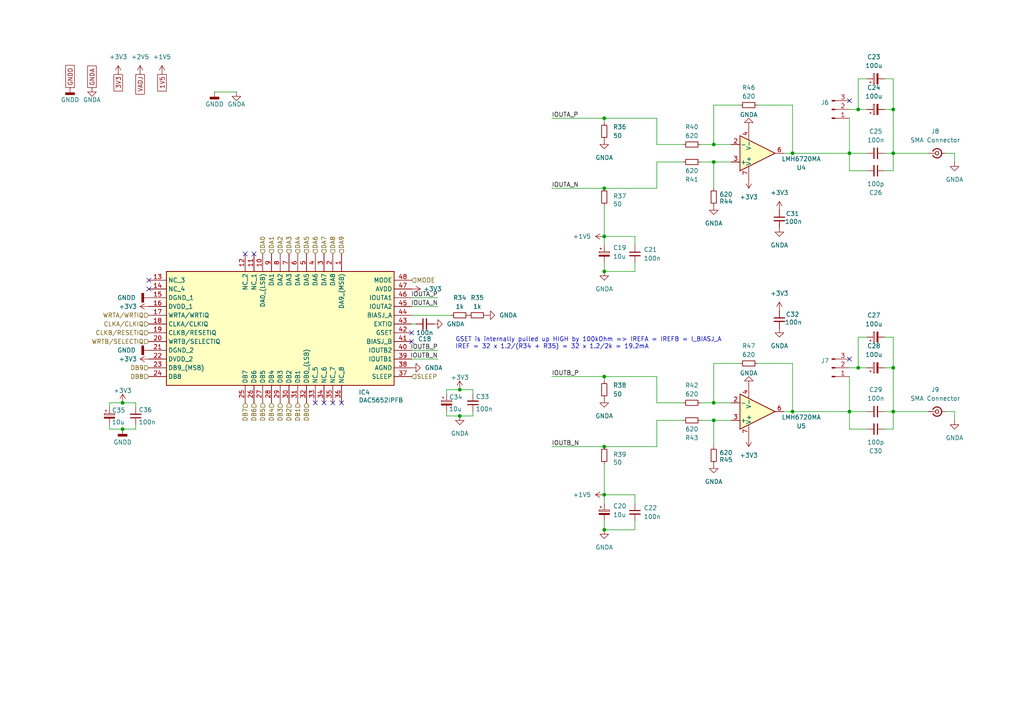
<source format=kicad_sch>
(kicad_sch
	(version 20231120)
	(generator "eeschema")
	(generator_version "8.0")
	(uuid "a996ef47-ba54-472e-8714-ed7f2d628e75")
	(paper "A4")
	(lib_symbols
		(symbol "Amplifier_Operational:LMH6702MA"
			(pin_names
				(offset 0.127)
			)
			(exclude_from_sim no)
			(in_bom yes)
			(on_board yes)
			(property "Reference" "U"
				(at 0 6.35 0)
				(effects
					(font
						(size 1.27 1.27)
					)
					(justify left)
				)
			)
			(property "Value" "LMH6702MA"
				(at 0 3.81 0)
				(effects
					(font
						(size 1.27 1.27)
					)
					(justify left)
				)
			)
			(property "Footprint" "Package_SO:SOIC-8_3.9x4.9mm_P1.27mm"
				(at -2.54 -5.08 0)
				(effects
					(font
						(size 1.27 1.27)
					)
					(justify left)
					(hide yes)
				)
			)
			(property "Datasheet" "http://www.ti.com/lit/ds/symlink/lmh6702.pdf"
				(at 3.81 3.81 0)
				(effects
					(font
						(size 1.27 1.27)
					)
					(hide yes)
				)
			)
			(property "Description" "1.7 GHz Ultra-Low Distortion Wideband Op Amp, SOIC-8"
				(at 0 0 0)
				(effects
					(font
						(size 1.27 1.27)
					)
					(hide yes)
				)
			)
			(property "ki_keywords" "opamp single low distortion wideband"
				(at 0 0 0)
				(effects
					(font
						(size 1.27 1.27)
					)
					(hide yes)
				)
			)
			(property "ki_fp_filters" "SOIC*3.9x4.9mm*P1.27mm*"
				(at 0 0 0)
				(effects
					(font
						(size 1.27 1.27)
					)
					(hide yes)
				)
			)
			(symbol "LMH6702MA_0_1"
				(polyline
					(pts
						(xy -5.08 5.08) (xy 5.08 0) (xy -5.08 -5.08) (xy -5.08 5.08)
					)
					(stroke
						(width 0.254)
						(type default)
					)
					(fill
						(type background)
					)
				)
			)
			(symbol "LMH6702MA_1_1"
				(pin no_connect line
					(at -2.54 2.54 270)
					(length 2.54) hide
					(name "NC"
						(effects
							(font
								(size 1.27 1.27)
							)
						)
					)
					(number "1"
						(effects
							(font
								(size 1.27 1.27)
							)
						)
					)
				)
				(pin input line
					(at -7.62 -2.54 0)
					(length 2.54)
					(name "-"
						(effects
							(font
								(size 1.27 1.27)
							)
						)
					)
					(number "2"
						(effects
							(font
								(size 1.27 1.27)
							)
						)
					)
				)
				(pin input line
					(at -7.62 2.54 0)
					(length 2.54)
					(name "+"
						(effects
							(font
								(size 1.27 1.27)
							)
						)
					)
					(number "3"
						(effects
							(font
								(size 1.27 1.27)
							)
						)
					)
				)
				(pin power_in line
					(at -2.54 -7.62 90)
					(length 3.81)
					(name "V-"
						(effects
							(font
								(size 1.27 1.27)
							)
						)
					)
					(number "4"
						(effects
							(font
								(size 1.27 1.27)
							)
						)
					)
				)
				(pin no_connect line
					(at 0 2.54 270)
					(length 2.54) hide
					(name "NC"
						(effects
							(font
								(size 1.27 1.27)
							)
						)
					)
					(number "5"
						(effects
							(font
								(size 1.27 1.27)
							)
						)
					)
				)
				(pin output line
					(at 7.62 0 180)
					(length 2.54)
					(name "~"
						(effects
							(font
								(size 1.27 1.27)
							)
						)
					)
					(number "6"
						(effects
							(font
								(size 1.27 1.27)
							)
						)
					)
				)
				(pin power_in line
					(at -2.54 7.62 270)
					(length 3.81)
					(name "V+"
						(effects
							(font
								(size 1.27 1.27)
							)
						)
					)
					(number "7"
						(effects
							(font
								(size 1.27 1.27)
							)
						)
					)
				)
				(pin no_connect line
					(at 0 -2.54 90)
					(length 2.54) hide
					(name "NC"
						(effects
							(font
								(size 1.27 1.27)
							)
						)
					)
					(number "8"
						(effects
							(font
								(size 1.27 1.27)
							)
						)
					)
				)
			)
		)
		(symbol "Connector:Conn_01x03_Pin"
			(pin_names
				(offset 1.016) hide)
			(exclude_from_sim no)
			(in_bom yes)
			(on_board yes)
			(property "Reference" "J"
				(at 0 5.08 0)
				(effects
					(font
						(size 1.27 1.27)
					)
				)
			)
			(property "Value" "Conn_01x03_Pin"
				(at 0 -5.08 0)
				(effects
					(font
						(size 1.27 1.27)
					)
				)
			)
			(property "Footprint" ""
				(at 0 0 0)
				(effects
					(font
						(size 1.27 1.27)
					)
					(hide yes)
				)
			)
			(property "Datasheet" "~"
				(at 0 0 0)
				(effects
					(font
						(size 1.27 1.27)
					)
					(hide yes)
				)
			)
			(property "Description" "Generic connector, single row, 01x03, script generated"
				(at 0 0 0)
				(effects
					(font
						(size 1.27 1.27)
					)
					(hide yes)
				)
			)
			(property "ki_locked" ""
				(at 0 0 0)
				(effects
					(font
						(size 1.27 1.27)
					)
				)
			)
			(property "ki_keywords" "connector"
				(at 0 0 0)
				(effects
					(font
						(size 1.27 1.27)
					)
					(hide yes)
				)
			)
			(property "ki_fp_filters" "Connector*:*_1x??_*"
				(at 0 0 0)
				(effects
					(font
						(size 1.27 1.27)
					)
					(hide yes)
				)
			)
			(symbol "Conn_01x03_Pin_1_1"
				(polyline
					(pts
						(xy 1.27 -2.54) (xy 0.8636 -2.54)
					)
					(stroke
						(width 0.1524)
						(type default)
					)
					(fill
						(type none)
					)
				)
				(polyline
					(pts
						(xy 1.27 0) (xy 0.8636 0)
					)
					(stroke
						(width 0.1524)
						(type default)
					)
					(fill
						(type none)
					)
				)
				(polyline
					(pts
						(xy 1.27 2.54) (xy 0.8636 2.54)
					)
					(stroke
						(width 0.1524)
						(type default)
					)
					(fill
						(type none)
					)
				)
				(rectangle
					(start 0.8636 -2.413)
					(end 0 -2.667)
					(stroke
						(width 0.1524)
						(type default)
					)
					(fill
						(type outline)
					)
				)
				(rectangle
					(start 0.8636 0.127)
					(end 0 -0.127)
					(stroke
						(width 0.1524)
						(type default)
					)
					(fill
						(type outline)
					)
				)
				(rectangle
					(start 0.8636 2.667)
					(end 0 2.413)
					(stroke
						(width 0.1524)
						(type default)
					)
					(fill
						(type outline)
					)
				)
				(pin passive line
					(at 5.08 2.54 180)
					(length 3.81)
					(name "Pin_1"
						(effects
							(font
								(size 1.27 1.27)
							)
						)
					)
					(number "1"
						(effects
							(font
								(size 1.27 1.27)
							)
						)
					)
				)
				(pin passive line
					(at 5.08 0 180)
					(length 3.81)
					(name "Pin_2"
						(effects
							(font
								(size 1.27 1.27)
							)
						)
					)
					(number "2"
						(effects
							(font
								(size 1.27 1.27)
							)
						)
					)
				)
				(pin passive line
					(at 5.08 -2.54 180)
					(length 3.81)
					(name "Pin_3"
						(effects
							(font
								(size 1.27 1.27)
							)
						)
					)
					(number "3"
						(effects
							(font
								(size 1.27 1.27)
							)
						)
					)
				)
			)
		)
		(symbol "Connector:Conn_Coaxial_Small"
			(pin_numbers hide)
			(pin_names
				(offset 1.016) hide)
			(exclude_from_sim no)
			(in_bom yes)
			(on_board yes)
			(property "Reference" "J"
				(at 0.254 3.048 0)
				(effects
					(font
						(size 1.27 1.27)
					)
				)
			)
			(property "Value" "Conn_Coaxial_Small"
				(at 0 -3.81 0)
				(effects
					(font
						(size 1.27 1.27)
					)
				)
			)
			(property "Footprint" ""
				(at 0 0 0)
				(effects
					(font
						(size 1.27 1.27)
					)
					(hide yes)
				)
			)
			(property "Datasheet" " ~"
				(at 0 0 0)
				(effects
					(font
						(size 1.27 1.27)
					)
					(hide yes)
				)
			)
			(property "Description" "small coaxial connector (BNC, SMA, SMB, SMC, Cinch/RCA, LEMO, ...)"
				(at 0 0 0)
				(effects
					(font
						(size 1.27 1.27)
					)
					(hide yes)
				)
			)
			(property "ki_keywords" "BNC SMA SMB SMC LEMO coaxial connector CINCH RCA MCX MMCX U.FL UMRF"
				(at 0 0 0)
				(effects
					(font
						(size 1.27 1.27)
					)
					(hide yes)
				)
			)
			(property "ki_fp_filters" "*BNC* *SMA* *SMB* *SMC* *Cinch* *LEMO* *UMRF* *MCX* *U.FL*"
				(at 0 0 0)
				(effects
					(font
						(size 1.27 1.27)
					)
					(hide yes)
				)
			)
			(symbol "Conn_Coaxial_Small_0_1"
				(polyline
					(pts
						(xy -2.54 0) (xy -0.508 0)
					)
					(stroke
						(width 0)
						(type default)
					)
					(fill
						(type none)
					)
				)
				(circle
					(center 0 0)
					(radius 0.508)
					(stroke
						(width 0.2032)
						(type default)
					)
					(fill
						(type none)
					)
				)
			)
			(symbol "Conn_Coaxial_Small_1_1"
				(arc
					(start -1.1916 -0.6311)
					(mid 0.327 -1.3081)
					(end 1.3484 0.0039)
					(stroke
						(width 0.3048)
						(type default)
					)
					(fill
						(type none)
					)
				)
				(arc
					(start 1.3484 -0.0039)
					(mid 0.327 1.3081)
					(end -1.1916 0.6311)
					(stroke
						(width 0.3048)
						(type default)
					)
					(fill
						(type none)
					)
				)
				(pin passive line
					(at -2.54 0 0)
					(length 1.27)
					(name "In"
						(effects
							(font
								(size 1.27 1.27)
							)
						)
					)
					(number "1"
						(effects
							(font
								(size 1.27 1.27)
							)
						)
					)
				)
				(pin passive line
					(at 2.54 0 180)
					(length 1.27)
					(name "Ext"
						(effects
							(font
								(size 1.27 1.27)
							)
						)
					)
					(number "2"
						(effects
							(font
								(size 1.27 1.27)
							)
						)
					)
				)
			)
		)
		(symbol "DAC5652IPFB:DAC5652IPFB"
			(exclude_from_sim no)
			(in_bom yes)
			(on_board yes)
			(property "Reference" "IC"
				(at 39.37 20.32 0)
				(effects
					(font
						(size 1.27 1.27)
					)
					(justify left top)
				)
			)
			(property "Value" "DAC5652IPFB"
				(at 39.37 17.78 0)
				(effects
					(font
						(size 1.27 1.27)
					)
					(justify left top)
				)
			)
			(property "Footprint" "Package_QFP:TQFP-48_7x7mm_P0.5mm"
				(at 39.37 -82.22 0)
				(effects
					(font
						(size 1.27 1.27)
					)
					(justify left top)
					(hide yes)
				)
			)
			(property "Datasheet" "http://www.ti.com/lit/gpn/dac5652"
				(at 39.37 -182.22 0)
				(effects
					(font
						(size 1.27 1.27)
					)
					(justify left top)
					(hide yes)
				)
			)
			(property "Description" "Texas Instruments DAC5652IPFB, 2-channel 10 bit Parallel DAC, 200Msps, 48-Pin TQFP"
				(at 0 0 0)
				(effects
					(font
						(size 1.27 1.27)
					)
					(hide yes)
				)
			)
			(property "Height" "1.2"
				(at 39.37 -382.22 0)
				(effects
					(font
						(size 1.27 1.27)
					)
					(justify left top)
					(hide yes)
				)
			)
			(property "Mouser Part Number" "595-DAC5652IPFB"
				(at 39.37 -482.22 0)
				(effects
					(font
						(size 1.27 1.27)
					)
					(justify left top)
					(hide yes)
				)
			)
			(property "Mouser Price/Stock" "https://www.mouser.co.uk/ProductDetail/Texas-Instruments/DAC5652IPFB?qs=vul0MlC%2Fa1cvaqYYgQzY1A%3D%3D"
				(at 39.37 -582.22 0)
				(effects
					(font
						(size 1.27 1.27)
					)
					(justify left top)
					(hide yes)
				)
			)
			(property "Manufacturer_Name" "Texas Instruments"
				(at 39.37 -682.22 0)
				(effects
					(font
						(size 1.27 1.27)
					)
					(justify left top)
					(hide yes)
				)
			)
			(property "Manufacturer_Part_Number" "DAC5652IPFB"
				(at 39.37 -782.22 0)
				(effects
					(font
						(size 1.27 1.27)
					)
					(justify left top)
					(hide yes)
				)
			)
			(symbol "DAC5652IPFB_1_1"
				(rectangle
					(start 5.08 15.24)
					(end 38.1 -50.8)
					(stroke
						(width 0.254)
						(type default)
					)
					(fill
						(type background)
					)
				)
				(pin passive line
					(at 0 0 0)
					(length 5.08)
					(name "DA9_(MSB)"
						(effects
							(font
								(size 1.27 1.27)
							)
						)
					)
					(number "1"
						(effects
							(font
								(size 1.27 1.27)
							)
						)
					)
				)
				(pin passive line
					(at 0 -22.86 0)
					(length 5.08)
					(name "DA0_(LSB)"
						(effects
							(font
								(size 1.27 1.27)
							)
						)
					)
					(number "10"
						(effects
							(font
								(size 1.27 1.27)
							)
						)
					)
				)
				(pin passive line
					(at 0 -25.4 0)
					(length 5.08)
					(name "NC_1"
						(effects
							(font
								(size 1.27 1.27)
							)
						)
					)
					(number "11"
						(effects
							(font
								(size 1.27 1.27)
							)
						)
					)
				)
				(pin passive line
					(at 0 -27.94 0)
					(length 5.08)
					(name "NC_2"
						(effects
							(font
								(size 1.27 1.27)
							)
						)
					)
					(number "12"
						(effects
							(font
								(size 1.27 1.27)
							)
						)
					)
				)
				(pin passive line
					(at 7.62 -55.88 90)
					(length 5.08)
					(name "NC_3"
						(effects
							(font
								(size 1.27 1.27)
							)
						)
					)
					(number "13"
						(effects
							(font
								(size 1.27 1.27)
							)
						)
					)
				)
				(pin passive line
					(at 10.16 -55.88 90)
					(length 5.08)
					(name "NC_4"
						(effects
							(font
								(size 1.27 1.27)
							)
						)
					)
					(number "14"
						(effects
							(font
								(size 1.27 1.27)
							)
						)
					)
				)
				(pin passive line
					(at 12.7 -55.88 90)
					(length 5.08)
					(name "DGND_1"
						(effects
							(font
								(size 1.27 1.27)
							)
						)
					)
					(number "15"
						(effects
							(font
								(size 1.27 1.27)
							)
						)
					)
				)
				(pin passive line
					(at 15.24 -55.88 90)
					(length 5.08)
					(name "DVDD_1"
						(effects
							(font
								(size 1.27 1.27)
							)
						)
					)
					(number "16"
						(effects
							(font
								(size 1.27 1.27)
							)
						)
					)
				)
				(pin passive line
					(at 17.78 -55.88 90)
					(length 5.08)
					(name "WRTA/WRTIQ"
						(effects
							(font
								(size 1.27 1.27)
							)
						)
					)
					(number "17"
						(effects
							(font
								(size 1.27 1.27)
							)
						)
					)
				)
				(pin passive line
					(at 20.32 -55.88 90)
					(length 5.08)
					(name "CLKA/CLKIQ"
						(effects
							(font
								(size 1.27 1.27)
							)
						)
					)
					(number "18"
						(effects
							(font
								(size 1.27 1.27)
							)
						)
					)
				)
				(pin passive line
					(at 22.86 -55.88 90)
					(length 5.08)
					(name "CLKB/RESETIQ"
						(effects
							(font
								(size 1.27 1.27)
							)
						)
					)
					(number "19"
						(effects
							(font
								(size 1.27 1.27)
							)
						)
					)
				)
				(pin passive line
					(at 0 -2.54 0)
					(length 5.08)
					(name "DA8"
						(effects
							(font
								(size 1.27 1.27)
							)
						)
					)
					(number "2"
						(effects
							(font
								(size 1.27 1.27)
							)
						)
					)
				)
				(pin passive line
					(at 25.4 -55.88 90)
					(length 5.08)
					(name "WRTB/SELECTIQ"
						(effects
							(font
								(size 1.27 1.27)
							)
						)
					)
					(number "20"
						(effects
							(font
								(size 1.27 1.27)
							)
						)
					)
				)
				(pin passive line
					(at 27.94 -55.88 90)
					(length 5.08)
					(name "DGND_2"
						(effects
							(font
								(size 1.27 1.27)
							)
						)
					)
					(number "21"
						(effects
							(font
								(size 1.27 1.27)
							)
						)
					)
				)
				(pin passive line
					(at 30.48 -55.88 90)
					(length 5.08)
					(name "DVDD_2"
						(effects
							(font
								(size 1.27 1.27)
							)
						)
					)
					(number "22"
						(effects
							(font
								(size 1.27 1.27)
							)
						)
					)
				)
				(pin passive line
					(at 33.02 -55.88 90)
					(length 5.08)
					(name "DB9_(MSB)"
						(effects
							(font
								(size 1.27 1.27)
							)
						)
					)
					(number "23"
						(effects
							(font
								(size 1.27 1.27)
							)
						)
					)
				)
				(pin passive line
					(at 35.56 -55.88 90)
					(length 5.08)
					(name "DB8"
						(effects
							(font
								(size 1.27 1.27)
							)
						)
					)
					(number "24"
						(effects
							(font
								(size 1.27 1.27)
							)
						)
					)
				)
				(pin passive line
					(at 43.18 -27.94 180)
					(length 5.08)
					(name "DB7"
						(effects
							(font
								(size 1.27 1.27)
							)
						)
					)
					(number "25"
						(effects
							(font
								(size 1.27 1.27)
							)
						)
					)
				)
				(pin passive line
					(at 43.18 -25.4 180)
					(length 5.08)
					(name "DB6"
						(effects
							(font
								(size 1.27 1.27)
							)
						)
					)
					(number "26"
						(effects
							(font
								(size 1.27 1.27)
							)
						)
					)
				)
				(pin passive line
					(at 43.18 -22.86 180)
					(length 5.08)
					(name "DB5"
						(effects
							(font
								(size 1.27 1.27)
							)
						)
					)
					(number "27"
						(effects
							(font
								(size 1.27 1.27)
							)
						)
					)
				)
				(pin passive line
					(at 43.18 -20.32 180)
					(length 5.08)
					(name "DB4"
						(effects
							(font
								(size 1.27 1.27)
							)
						)
					)
					(number "28"
						(effects
							(font
								(size 1.27 1.27)
							)
						)
					)
				)
				(pin passive line
					(at 43.18 -17.78 180)
					(length 5.08)
					(name "DB3"
						(effects
							(font
								(size 1.27 1.27)
							)
						)
					)
					(number "29"
						(effects
							(font
								(size 1.27 1.27)
							)
						)
					)
				)
				(pin passive line
					(at 0 -5.08 0)
					(length 5.08)
					(name "DA7"
						(effects
							(font
								(size 1.27 1.27)
							)
						)
					)
					(number "3"
						(effects
							(font
								(size 1.27 1.27)
							)
						)
					)
				)
				(pin passive line
					(at 43.18 -15.24 180)
					(length 5.08)
					(name "DB2"
						(effects
							(font
								(size 1.27 1.27)
							)
						)
					)
					(number "30"
						(effects
							(font
								(size 1.27 1.27)
							)
						)
					)
				)
				(pin passive line
					(at 43.18 -12.7 180)
					(length 5.08)
					(name "DB1"
						(effects
							(font
								(size 1.27 1.27)
							)
						)
					)
					(number "31"
						(effects
							(font
								(size 1.27 1.27)
							)
						)
					)
				)
				(pin passive line
					(at 43.18 -10.16 180)
					(length 5.08)
					(name "DB0_(LSB)"
						(effects
							(font
								(size 1.27 1.27)
							)
						)
					)
					(number "32"
						(effects
							(font
								(size 1.27 1.27)
							)
						)
					)
				)
				(pin passive line
					(at 43.18 -7.62 180)
					(length 5.08)
					(name "NC_5"
						(effects
							(font
								(size 1.27 1.27)
							)
						)
					)
					(number "33"
						(effects
							(font
								(size 1.27 1.27)
							)
						)
					)
				)
				(pin passive line
					(at 43.18 -5.08 180)
					(length 5.08)
					(name "NC_6"
						(effects
							(font
								(size 1.27 1.27)
							)
						)
					)
					(number "34"
						(effects
							(font
								(size 1.27 1.27)
							)
						)
					)
				)
				(pin passive line
					(at 43.18 -2.54 180)
					(length 5.08)
					(name "NC_7"
						(effects
							(font
								(size 1.27 1.27)
							)
						)
					)
					(number "35"
						(effects
							(font
								(size 1.27 1.27)
							)
						)
					)
				)
				(pin passive line
					(at 43.18 0 180)
					(length 5.08)
					(name "NC_8"
						(effects
							(font
								(size 1.27 1.27)
							)
						)
					)
					(number "36"
						(effects
							(font
								(size 1.27 1.27)
							)
						)
					)
				)
				(pin passive line
					(at 35.56 20.32 270)
					(length 5.08)
					(name "SLEEP"
						(effects
							(font
								(size 1.27 1.27)
							)
						)
					)
					(number "37"
						(effects
							(font
								(size 1.27 1.27)
							)
						)
					)
				)
				(pin passive line
					(at 33.02 20.32 270)
					(length 5.08)
					(name "AGND"
						(effects
							(font
								(size 1.27 1.27)
							)
						)
					)
					(number "38"
						(effects
							(font
								(size 1.27 1.27)
							)
						)
					)
				)
				(pin passive line
					(at 30.48 20.32 270)
					(length 5.08)
					(name "IOUTB1"
						(effects
							(font
								(size 1.27 1.27)
							)
						)
					)
					(number "39"
						(effects
							(font
								(size 1.27 1.27)
							)
						)
					)
				)
				(pin passive line
					(at 0 -7.62 0)
					(length 5.08)
					(name "DA6"
						(effects
							(font
								(size 1.27 1.27)
							)
						)
					)
					(number "4"
						(effects
							(font
								(size 1.27 1.27)
							)
						)
					)
				)
				(pin passive line
					(at 27.94 20.32 270)
					(length 5.08)
					(name "IOUTB2"
						(effects
							(font
								(size 1.27 1.27)
							)
						)
					)
					(number "40"
						(effects
							(font
								(size 1.27 1.27)
							)
						)
					)
				)
				(pin passive line
					(at 25.4 20.32 270)
					(length 5.08)
					(name "BIASJ_B"
						(effects
							(font
								(size 1.27 1.27)
							)
						)
					)
					(number "41"
						(effects
							(font
								(size 1.27 1.27)
							)
						)
					)
				)
				(pin passive line
					(at 22.86 20.32 270)
					(length 5.08)
					(name "GSET"
						(effects
							(font
								(size 1.27 1.27)
							)
						)
					)
					(number "42"
						(effects
							(font
								(size 1.27 1.27)
							)
						)
					)
				)
				(pin passive line
					(at 20.32 20.32 270)
					(length 5.08)
					(name "EXTIO"
						(effects
							(font
								(size 1.27 1.27)
							)
						)
					)
					(number "43"
						(effects
							(font
								(size 1.27 1.27)
							)
						)
					)
				)
				(pin passive line
					(at 17.78 20.32 270)
					(length 5.08)
					(name "BIASJ_A"
						(effects
							(font
								(size 1.27 1.27)
							)
						)
					)
					(number "44"
						(effects
							(font
								(size 1.27 1.27)
							)
						)
					)
				)
				(pin passive line
					(at 15.24 20.32 270)
					(length 5.08)
					(name "IOUTA2"
						(effects
							(font
								(size 1.27 1.27)
							)
						)
					)
					(number "45"
						(effects
							(font
								(size 1.27 1.27)
							)
						)
					)
				)
				(pin passive line
					(at 12.7 20.32 270)
					(length 5.08)
					(name "IOUTA1"
						(effects
							(font
								(size 1.27 1.27)
							)
						)
					)
					(number "46"
						(effects
							(font
								(size 1.27 1.27)
							)
						)
					)
				)
				(pin passive line
					(at 10.16 20.32 270)
					(length 5.08)
					(name "AVDD"
						(effects
							(font
								(size 1.27 1.27)
							)
						)
					)
					(number "47"
						(effects
							(font
								(size 1.27 1.27)
							)
						)
					)
				)
				(pin passive line
					(at 7.62 20.32 270)
					(length 5.08)
					(name "MODE"
						(effects
							(font
								(size 1.27 1.27)
							)
						)
					)
					(number "48"
						(effects
							(font
								(size 1.27 1.27)
							)
						)
					)
				)
				(pin passive line
					(at 0 -10.16 0)
					(length 5.08)
					(name "DA5"
						(effects
							(font
								(size 1.27 1.27)
							)
						)
					)
					(number "5"
						(effects
							(font
								(size 1.27 1.27)
							)
						)
					)
				)
				(pin passive line
					(at 0 -12.7 0)
					(length 5.08)
					(name "DA4"
						(effects
							(font
								(size 1.27 1.27)
							)
						)
					)
					(number "6"
						(effects
							(font
								(size 1.27 1.27)
							)
						)
					)
				)
				(pin passive line
					(at 0 -15.24 0)
					(length 5.08)
					(name "DA3"
						(effects
							(font
								(size 1.27 1.27)
							)
						)
					)
					(number "7"
						(effects
							(font
								(size 1.27 1.27)
							)
						)
					)
				)
				(pin passive line
					(at 0 -17.78 0)
					(length 5.08)
					(name "DA2"
						(effects
							(font
								(size 1.27 1.27)
							)
						)
					)
					(number "8"
						(effects
							(font
								(size 1.27 1.27)
							)
						)
					)
				)
				(pin passive line
					(at 0 -20.32 0)
					(length 5.08)
					(name "DA1"
						(effects
							(font
								(size 1.27 1.27)
							)
						)
					)
					(number "9"
						(effects
							(font
								(size 1.27 1.27)
							)
						)
					)
				)
			)
		)
		(symbol "Device:C_Polarized_Small"
			(pin_numbers hide)
			(pin_names
				(offset 0.254) hide)
			(exclude_from_sim no)
			(in_bom yes)
			(on_board yes)
			(property "Reference" "C"
				(at 0.254 1.778 0)
				(effects
					(font
						(size 1.27 1.27)
					)
					(justify left)
				)
			)
			(property "Value" "C_Polarized_Small"
				(at 0.254 -2.032 0)
				(effects
					(font
						(size 1.27 1.27)
					)
					(justify left)
				)
			)
			(property "Footprint" ""
				(at 0 0 0)
				(effects
					(font
						(size 1.27 1.27)
					)
					(hide yes)
				)
			)
			(property "Datasheet" "~"
				(at 0 0 0)
				(effects
					(font
						(size 1.27 1.27)
					)
					(hide yes)
				)
			)
			(property "Description" "Polarized capacitor, small symbol"
				(at 0 0 0)
				(effects
					(font
						(size 1.27 1.27)
					)
					(hide yes)
				)
			)
			(property "ki_keywords" "cap capacitor"
				(at 0 0 0)
				(effects
					(font
						(size 1.27 1.27)
					)
					(hide yes)
				)
			)
			(property "ki_fp_filters" "CP_*"
				(at 0 0 0)
				(effects
					(font
						(size 1.27 1.27)
					)
					(hide yes)
				)
			)
			(symbol "C_Polarized_Small_0_1"
				(rectangle
					(start -1.524 -0.3048)
					(end 1.524 -0.6858)
					(stroke
						(width 0)
						(type default)
					)
					(fill
						(type outline)
					)
				)
				(rectangle
					(start -1.524 0.6858)
					(end 1.524 0.3048)
					(stroke
						(width 0)
						(type default)
					)
					(fill
						(type none)
					)
				)
				(polyline
					(pts
						(xy -1.27 1.524) (xy -0.762 1.524)
					)
					(stroke
						(width 0)
						(type default)
					)
					(fill
						(type none)
					)
				)
				(polyline
					(pts
						(xy -1.016 1.27) (xy -1.016 1.778)
					)
					(stroke
						(width 0)
						(type default)
					)
					(fill
						(type none)
					)
				)
			)
			(symbol "C_Polarized_Small_1_1"
				(pin passive line
					(at 0 2.54 270)
					(length 1.8542)
					(name "~"
						(effects
							(font
								(size 1.27 1.27)
							)
						)
					)
					(number "1"
						(effects
							(font
								(size 1.27 1.27)
							)
						)
					)
				)
				(pin passive line
					(at 0 -2.54 90)
					(length 1.8542)
					(name "~"
						(effects
							(font
								(size 1.27 1.27)
							)
						)
					)
					(number "2"
						(effects
							(font
								(size 1.27 1.27)
							)
						)
					)
				)
			)
		)
		(symbol "Device:C_Small"
			(pin_numbers hide)
			(pin_names
				(offset 0.254) hide)
			(exclude_from_sim no)
			(in_bom yes)
			(on_board yes)
			(property "Reference" "C"
				(at 0.254 1.778 0)
				(effects
					(font
						(size 1.27 1.27)
					)
					(justify left)
				)
			)
			(property "Value" "C_Small"
				(at 0.254 -2.032 0)
				(effects
					(font
						(size 1.27 1.27)
					)
					(justify left)
				)
			)
			(property "Footprint" ""
				(at 0 0 0)
				(effects
					(font
						(size 1.27 1.27)
					)
					(hide yes)
				)
			)
			(property "Datasheet" "~"
				(at 0 0 0)
				(effects
					(font
						(size 1.27 1.27)
					)
					(hide yes)
				)
			)
			(property "Description" "Unpolarized capacitor, small symbol"
				(at 0 0 0)
				(effects
					(font
						(size 1.27 1.27)
					)
					(hide yes)
				)
			)
			(property "ki_keywords" "capacitor cap"
				(at 0 0 0)
				(effects
					(font
						(size 1.27 1.27)
					)
					(hide yes)
				)
			)
			(property "ki_fp_filters" "C_*"
				(at 0 0 0)
				(effects
					(font
						(size 1.27 1.27)
					)
					(hide yes)
				)
			)
			(symbol "C_Small_0_1"
				(polyline
					(pts
						(xy -1.524 -0.508) (xy 1.524 -0.508)
					)
					(stroke
						(width 0.3302)
						(type default)
					)
					(fill
						(type none)
					)
				)
				(polyline
					(pts
						(xy -1.524 0.508) (xy 1.524 0.508)
					)
					(stroke
						(width 0.3048)
						(type default)
					)
					(fill
						(type none)
					)
				)
			)
			(symbol "C_Small_1_1"
				(pin passive line
					(at 0 2.54 270)
					(length 2.032)
					(name "~"
						(effects
							(font
								(size 1.27 1.27)
							)
						)
					)
					(number "1"
						(effects
							(font
								(size 1.27 1.27)
							)
						)
					)
				)
				(pin passive line
					(at 0 -2.54 90)
					(length 2.032)
					(name "~"
						(effects
							(font
								(size 1.27 1.27)
							)
						)
					)
					(number "2"
						(effects
							(font
								(size 1.27 1.27)
							)
						)
					)
				)
			)
		)
		(symbol "Device:R_Small"
			(pin_numbers hide)
			(pin_names
				(offset 0.254) hide)
			(exclude_from_sim no)
			(in_bom yes)
			(on_board yes)
			(property "Reference" "R"
				(at 0.762 0.508 0)
				(effects
					(font
						(size 1.27 1.27)
					)
					(justify left)
				)
			)
			(property "Value" "R_Small"
				(at 0.762 -1.016 0)
				(effects
					(font
						(size 1.27 1.27)
					)
					(justify left)
				)
			)
			(property "Footprint" ""
				(at 0 0 0)
				(effects
					(font
						(size 1.27 1.27)
					)
					(hide yes)
				)
			)
			(property "Datasheet" "~"
				(at 0 0 0)
				(effects
					(font
						(size 1.27 1.27)
					)
					(hide yes)
				)
			)
			(property "Description" "Resistor, small symbol"
				(at 0 0 0)
				(effects
					(font
						(size 1.27 1.27)
					)
					(hide yes)
				)
			)
			(property "ki_keywords" "R resistor"
				(at 0 0 0)
				(effects
					(font
						(size 1.27 1.27)
					)
					(hide yes)
				)
			)
			(property "ki_fp_filters" "R_*"
				(at 0 0 0)
				(effects
					(font
						(size 1.27 1.27)
					)
					(hide yes)
				)
			)
			(symbol "R_Small_0_1"
				(rectangle
					(start -0.762 1.778)
					(end 0.762 -1.778)
					(stroke
						(width 0.2032)
						(type default)
					)
					(fill
						(type none)
					)
				)
			)
			(symbol "R_Small_1_1"
				(pin passive line
					(at 0 2.54 270)
					(length 0.762)
					(name "~"
						(effects
							(font
								(size 1.27 1.27)
							)
						)
					)
					(number "1"
						(effects
							(font
								(size 1.27 1.27)
							)
						)
					)
				)
				(pin passive line
					(at 0 -2.54 90)
					(length 0.762)
					(name "~"
						(effects
							(font
								(size 1.27 1.27)
							)
						)
					)
					(number "2"
						(effects
							(font
								(size 1.27 1.27)
							)
						)
					)
				)
			)
		)
		(symbol "power:+1V5"
			(power)
			(pin_numbers hide)
			(pin_names
				(offset 0) hide)
			(exclude_from_sim no)
			(in_bom yes)
			(on_board yes)
			(property "Reference" "#PWR"
				(at 0 -3.81 0)
				(effects
					(font
						(size 1.27 1.27)
					)
					(hide yes)
				)
			)
			(property "Value" "+1V5"
				(at 0 3.556 0)
				(effects
					(font
						(size 1.27 1.27)
					)
				)
			)
			(property "Footprint" ""
				(at 0 0 0)
				(effects
					(font
						(size 1.27 1.27)
					)
					(hide yes)
				)
			)
			(property "Datasheet" ""
				(at 0 0 0)
				(effects
					(font
						(size 1.27 1.27)
					)
					(hide yes)
				)
			)
			(property "Description" "Power symbol creates a global label with name \"+1V5\""
				(at 0 0 0)
				(effects
					(font
						(size 1.27 1.27)
					)
					(hide yes)
				)
			)
			(property "ki_keywords" "global power"
				(at 0 0 0)
				(effects
					(font
						(size 1.27 1.27)
					)
					(hide yes)
				)
			)
			(symbol "+1V5_0_1"
				(polyline
					(pts
						(xy -0.762 1.27) (xy 0 2.54)
					)
					(stroke
						(width 0)
						(type default)
					)
					(fill
						(type none)
					)
				)
				(polyline
					(pts
						(xy 0 0) (xy 0 2.54)
					)
					(stroke
						(width 0)
						(type default)
					)
					(fill
						(type none)
					)
				)
				(polyline
					(pts
						(xy 0 2.54) (xy 0.762 1.27)
					)
					(stroke
						(width 0)
						(type default)
					)
					(fill
						(type none)
					)
				)
			)
			(symbol "+1V5_1_1"
				(pin power_in line
					(at 0 0 90)
					(length 0)
					(name "~"
						(effects
							(font
								(size 1.27 1.27)
							)
						)
					)
					(number "1"
						(effects
							(font
								(size 1.27 1.27)
							)
						)
					)
				)
			)
		)
		(symbol "power:+2V5"
			(power)
			(pin_numbers hide)
			(pin_names
				(offset 0) hide)
			(exclude_from_sim no)
			(in_bom yes)
			(on_board yes)
			(property "Reference" "#PWR"
				(at 0 -3.81 0)
				(effects
					(font
						(size 1.27 1.27)
					)
					(hide yes)
				)
			)
			(property "Value" "+2V5"
				(at 0 3.556 0)
				(effects
					(font
						(size 1.27 1.27)
					)
				)
			)
			(property "Footprint" ""
				(at 0 0 0)
				(effects
					(font
						(size 1.27 1.27)
					)
					(hide yes)
				)
			)
			(property "Datasheet" ""
				(at 0 0 0)
				(effects
					(font
						(size 1.27 1.27)
					)
					(hide yes)
				)
			)
			(property "Description" "Power symbol creates a global label with name \"+2V5\""
				(at 0 0 0)
				(effects
					(font
						(size 1.27 1.27)
					)
					(hide yes)
				)
			)
			(property "ki_keywords" "global power"
				(at 0 0 0)
				(effects
					(font
						(size 1.27 1.27)
					)
					(hide yes)
				)
			)
			(symbol "+2V5_0_1"
				(polyline
					(pts
						(xy -0.762 1.27) (xy 0 2.54)
					)
					(stroke
						(width 0)
						(type default)
					)
					(fill
						(type none)
					)
				)
				(polyline
					(pts
						(xy 0 0) (xy 0 2.54)
					)
					(stroke
						(width 0)
						(type default)
					)
					(fill
						(type none)
					)
				)
				(polyline
					(pts
						(xy 0 2.54) (xy 0.762 1.27)
					)
					(stroke
						(width 0)
						(type default)
					)
					(fill
						(type none)
					)
				)
			)
			(symbol "+2V5_1_1"
				(pin power_in line
					(at 0 0 90)
					(length 0)
					(name "~"
						(effects
							(font
								(size 1.27 1.27)
							)
						)
					)
					(number "1"
						(effects
							(font
								(size 1.27 1.27)
							)
						)
					)
				)
			)
		)
		(symbol "power:+3V3"
			(power)
			(pin_numbers hide)
			(pin_names
				(offset 0) hide)
			(exclude_from_sim no)
			(in_bom yes)
			(on_board yes)
			(property "Reference" "#PWR"
				(at 0 -3.81 0)
				(effects
					(font
						(size 1.27 1.27)
					)
					(hide yes)
				)
			)
			(property "Value" "+3V3"
				(at 0 3.556 0)
				(effects
					(font
						(size 1.27 1.27)
					)
				)
			)
			(property "Footprint" ""
				(at 0 0 0)
				(effects
					(font
						(size 1.27 1.27)
					)
					(hide yes)
				)
			)
			(property "Datasheet" ""
				(at 0 0 0)
				(effects
					(font
						(size 1.27 1.27)
					)
					(hide yes)
				)
			)
			(property "Description" "Power symbol creates a global label with name \"+3V3\""
				(at 0 0 0)
				(effects
					(font
						(size 1.27 1.27)
					)
					(hide yes)
				)
			)
			(property "ki_keywords" "global power"
				(at 0 0 0)
				(effects
					(font
						(size 1.27 1.27)
					)
					(hide yes)
				)
			)
			(symbol "+3V3_0_1"
				(polyline
					(pts
						(xy -0.762 1.27) (xy 0 2.54)
					)
					(stroke
						(width 0)
						(type default)
					)
					(fill
						(type none)
					)
				)
				(polyline
					(pts
						(xy 0 0) (xy 0 2.54)
					)
					(stroke
						(width 0)
						(type default)
					)
					(fill
						(type none)
					)
				)
				(polyline
					(pts
						(xy 0 2.54) (xy 0.762 1.27)
					)
					(stroke
						(width 0)
						(type default)
					)
					(fill
						(type none)
					)
				)
			)
			(symbol "+3V3_1_1"
				(pin power_in line
					(at 0 0 90)
					(length 0)
					(name "~"
						(effects
							(font
								(size 1.27 1.27)
							)
						)
					)
					(number "1"
						(effects
							(font
								(size 1.27 1.27)
							)
						)
					)
				)
			)
		)
		(symbol "power:GNDA"
			(power)
			(pin_numbers hide)
			(pin_names
				(offset 0) hide)
			(exclude_from_sim no)
			(in_bom yes)
			(on_board yes)
			(property "Reference" "#PWR"
				(at 0 -6.35 0)
				(effects
					(font
						(size 1.27 1.27)
					)
					(hide yes)
				)
			)
			(property "Value" "GNDA"
				(at 0 -3.81 0)
				(effects
					(font
						(size 1.27 1.27)
					)
				)
			)
			(property "Footprint" ""
				(at 0 0 0)
				(effects
					(font
						(size 1.27 1.27)
					)
					(hide yes)
				)
			)
			(property "Datasheet" ""
				(at 0 0 0)
				(effects
					(font
						(size 1.27 1.27)
					)
					(hide yes)
				)
			)
			(property "Description" "Power symbol creates a global label with name \"GNDA\" , analog ground"
				(at 0 0 0)
				(effects
					(font
						(size 1.27 1.27)
					)
					(hide yes)
				)
			)
			(property "ki_keywords" "global power"
				(at 0 0 0)
				(effects
					(font
						(size 1.27 1.27)
					)
					(hide yes)
				)
			)
			(symbol "GNDA_0_1"
				(polyline
					(pts
						(xy 0 0) (xy 0 -1.27) (xy 1.27 -1.27) (xy 0 -2.54) (xy -1.27 -1.27) (xy 0 -1.27)
					)
					(stroke
						(width 0)
						(type default)
					)
					(fill
						(type none)
					)
				)
			)
			(symbol "GNDA_1_1"
				(pin power_in line
					(at 0 0 270)
					(length 0)
					(name "~"
						(effects
							(font
								(size 1.27 1.27)
							)
						)
					)
					(number "1"
						(effects
							(font
								(size 1.27 1.27)
							)
						)
					)
				)
			)
		)
		(symbol "power:GNDD"
			(power)
			(pin_numbers hide)
			(pin_names
				(offset 0) hide)
			(exclude_from_sim no)
			(in_bom yes)
			(on_board yes)
			(property "Reference" "#PWR"
				(at 0 -6.35 0)
				(effects
					(font
						(size 1.27 1.27)
					)
					(hide yes)
				)
			)
			(property "Value" "GNDD"
				(at 0 -3.175 0)
				(effects
					(font
						(size 1.27 1.27)
					)
				)
			)
			(property "Footprint" ""
				(at 0 0 0)
				(effects
					(font
						(size 1.27 1.27)
					)
					(hide yes)
				)
			)
			(property "Datasheet" ""
				(at 0 0 0)
				(effects
					(font
						(size 1.27 1.27)
					)
					(hide yes)
				)
			)
			(property "Description" "Power symbol creates a global label with name \"GNDD\" , digital ground"
				(at 0 0 0)
				(effects
					(font
						(size 1.27 1.27)
					)
					(hide yes)
				)
			)
			(property "ki_keywords" "global power"
				(at 0 0 0)
				(effects
					(font
						(size 1.27 1.27)
					)
					(hide yes)
				)
			)
			(symbol "GNDD_0_1"
				(rectangle
					(start -1.27 -1.524)
					(end 1.27 -2.032)
					(stroke
						(width 0.254)
						(type default)
					)
					(fill
						(type outline)
					)
				)
				(polyline
					(pts
						(xy 0 0) (xy 0 -1.524)
					)
					(stroke
						(width 0)
						(type default)
					)
					(fill
						(type none)
					)
				)
			)
			(symbol "GNDD_1_1"
				(pin power_in line
					(at 0 0 270)
					(length 0)
					(name "~"
						(effects
							(font
								(size 1.27 1.27)
							)
						)
					)
					(number "1"
						(effects
							(font
								(size 1.27 1.27)
							)
						)
					)
				)
			)
		)
	)
	(junction
		(at 207.01 46.99)
		(diameter 0)
		(color 0 0 0 0)
		(uuid "011dfd8f-956a-4248-af8a-75246578eec0")
	)
	(junction
		(at 246.38 44.45)
		(diameter 0)
		(color 0 0 0 0)
		(uuid "04ffa53f-6632-4a82-9349-d88aa151bc6a")
	)
	(junction
		(at 207.01 116.84)
		(diameter 0)
		(color 0 0 0 0)
		(uuid "061e15b6-01b0-451c-b55e-2459015c72ab")
	)
	(junction
		(at 259.08 106.68)
		(diameter 0)
		(color 0 0 0 0)
		(uuid "0a5d5fca-b72b-4b79-aff2-719728324704")
	)
	(junction
		(at 133.35 120.65)
		(diameter 0)
		(color 0 0 0 0)
		(uuid "32381cc3-049e-4ed9-abaa-04ba8c8954e1")
	)
	(junction
		(at 175.26 109.22)
		(diameter 0)
		(color 0 0 0 0)
		(uuid "42e75afb-63f7-402b-9cdb-b87c2f142d91")
	)
	(junction
		(at 35.56 124.46)
		(diameter 0)
		(color 0 0 0 0)
		(uuid "436344ea-a7e3-4b8c-9c3d-2147167a6022")
	)
	(junction
		(at 246.38 119.38)
		(diameter 0)
		(color 0 0 0 0)
		(uuid "4363692b-b817-430c-85c5-c3aad341ceb4")
	)
	(junction
		(at 207.01 41.91)
		(diameter 0)
		(color 0 0 0 0)
		(uuid "4471e054-83be-4f64-b702-90bfd1e4e6c9")
	)
	(junction
		(at 175.26 54.61)
		(diameter 0)
		(color 0 0 0 0)
		(uuid "4b3cd8a0-d180-422d-8494-ef0a4ab67fbe")
	)
	(junction
		(at 248.92 106.68)
		(diameter 0)
		(color 0 0 0 0)
		(uuid "584ad607-a000-42b5-81ac-6a780407c4a8")
	)
	(junction
		(at 259.08 31.75)
		(diameter 0)
		(color 0 0 0 0)
		(uuid "63796222-4ede-41e7-a89b-8013c655d71a")
	)
	(junction
		(at 35.56 116.84)
		(diameter 0)
		(color 0 0 0 0)
		(uuid "6706dd40-2128-44a0-b4ba-5762c8052f1d")
	)
	(junction
		(at 175.26 129.54)
		(diameter 0)
		(color 0 0 0 0)
		(uuid "822591a1-67e3-41bf-9d97-a5500daca000")
	)
	(junction
		(at 175.26 68.58)
		(diameter 0)
		(color 0 0 0 0)
		(uuid "852dddcb-a7e8-4e26-8125-612907e3745e")
	)
	(junction
		(at 133.35 113.03)
		(diameter 0)
		(color 0 0 0 0)
		(uuid "8d1089e0-0c62-4e53-bb89-4b0d7ad7b3bb")
	)
	(junction
		(at 229.87 119.38)
		(diameter 0)
		(color 0 0 0 0)
		(uuid "958a2ee5-941c-48be-8ab3-8f0973419ae0")
	)
	(junction
		(at 175.26 153.67)
		(diameter 0)
		(color 0 0 0 0)
		(uuid "9ad72b87-f38f-47f8-9fbb-9287419d7a19")
	)
	(junction
		(at 259.08 119.38)
		(diameter 0)
		(color 0 0 0 0)
		(uuid "a32658c2-b99d-45d2-9ec6-7497765c7abb")
	)
	(junction
		(at 248.92 31.75)
		(diameter 0)
		(color 0 0 0 0)
		(uuid "b63ea7d8-4ffb-45c0-bf97-3e3503d56455")
	)
	(junction
		(at 259.08 44.45)
		(diameter 0)
		(color 0 0 0 0)
		(uuid "bde4a3b2-0977-4109-ab3a-2aad7b2716d1")
	)
	(junction
		(at 207.01 121.92)
		(diameter 0)
		(color 0 0 0 0)
		(uuid "d3852a14-6078-4b69-af9e-f4fb03e61ee1")
	)
	(junction
		(at 175.26 143.51)
		(diameter 0)
		(color 0 0 0 0)
		(uuid "e9ea50ef-052a-4d96-95ed-0d53e1856113")
	)
	(junction
		(at 229.87 44.45)
		(diameter 0)
		(color 0 0 0 0)
		(uuid "fbebcd54-ea7a-4b7d-9be1-68b6122c5740")
	)
	(junction
		(at 175.26 78.74)
		(diameter 0)
		(color 0 0 0 0)
		(uuid "fce26845-a89e-4602-9871-6e5502afa88b")
	)
	(junction
		(at 175.26 34.29)
		(diameter 0)
		(color 0 0 0 0)
		(uuid "fdef196d-b6bd-424a-8831-ea99115916e8")
	)
	(no_connect
		(at 73.66 73.66)
		(uuid "0428a3cb-f77b-4ea2-af98-536eda54c030")
	)
	(no_connect
		(at 246.38 104.14)
		(uuid "17d510c6-05b9-4a6f-b83d-4474697390a3")
	)
	(no_connect
		(at 71.12 73.66)
		(uuid "27c0e380-feee-4e47-811f-765e5c9e18ec")
	)
	(no_connect
		(at 246.38 29.21)
		(uuid "29114544-20c5-44e2-a0a8-3962901188b7")
	)
	(no_connect
		(at 43.18 83.82)
		(uuid "64bde73c-382c-4866-8719-cbc3254ef0a7")
	)
	(no_connect
		(at 99.06 116.84)
		(uuid "8e2cf6b1-90e3-420e-b088-139a6dafc584")
	)
	(no_connect
		(at 119.38 96.52)
		(uuid "b7cf3643-7f21-4f37-ad46-fcda95568fb1")
	)
	(no_connect
		(at 96.52 116.84)
		(uuid "ce1cb107-8cde-49a5-9085-0c32591eb7bf")
	)
	(no_connect
		(at 93.98 116.84)
		(uuid "cea02dcb-7cb0-42e7-a2f9-95c3d18bcbc2")
	)
	(no_connect
		(at 91.44 116.84)
		(uuid "d88f9144-90a2-4864-8002-580704680df2")
	)
	(no_connect
		(at 119.38 99.06)
		(uuid "e42f4cda-18a0-4c57-b038-11fafbdd8126")
	)
	(no_connect
		(at 43.18 81.28)
		(uuid "e4580bb2-9595-4fe4-9af0-f856c0096fda")
	)
	(wire
		(pts
			(xy 207.01 30.48) (xy 214.63 30.48)
		)
		(stroke
			(width 0)
			(type default)
		)
		(uuid "017c6ef8-b378-4e25-b937-e913efbade59")
	)
	(wire
		(pts
			(xy 160.02 54.61) (xy 175.26 54.61)
		)
		(stroke
			(width 0)
			(type default)
		)
		(uuid "03a08026-4b1c-4c47-9005-dba879a18e70")
	)
	(wire
		(pts
			(xy 229.87 44.45) (xy 229.87 30.48)
		)
		(stroke
			(width 0)
			(type default)
		)
		(uuid "04e0add5-bbe3-4f2f-9ba7-6bdedc6cdd5e")
	)
	(wire
		(pts
			(xy 175.26 78.74) (xy 184.15 78.74)
		)
		(stroke
			(width 0)
			(type default)
		)
		(uuid "0fd928ef-1382-4639-8d56-fd9857c250f4")
	)
	(wire
		(pts
			(xy 129.54 113.03) (xy 133.35 113.03)
		)
		(stroke
			(width 0)
			(type default)
		)
		(uuid "0fe56db1-d7bb-43bc-be50-5a5e26bcda75")
	)
	(wire
		(pts
			(xy 129.54 120.65) (xy 133.35 120.65)
		)
		(stroke
			(width 0)
			(type default)
		)
		(uuid "12b1d532-c81b-4db4-81ec-f178b7df06f2")
	)
	(wire
		(pts
			(xy 198.12 41.91) (xy 190.5 41.91)
		)
		(stroke
			(width 0)
			(type default)
		)
		(uuid "132f9abc-6465-4889-9ec0-3c29bb4ca7d8")
	)
	(wire
		(pts
			(xy 184.15 78.74) (xy 184.15 76.2)
		)
		(stroke
			(width 0)
			(type default)
		)
		(uuid "1389de6a-5320-4f9b-b815-7f657dc93dde")
	)
	(wire
		(pts
			(xy 256.54 124.46) (xy 259.08 124.46)
		)
		(stroke
			(width 0)
			(type default)
		)
		(uuid "14500a4e-90ed-4f9a-8a22-c289f3060f1b")
	)
	(wire
		(pts
			(xy 248.92 106.68) (xy 248.92 97.79)
		)
		(stroke
			(width 0)
			(type default)
		)
		(uuid "19136b99-c970-4d9a-9654-044cc21c6e0f")
	)
	(wire
		(pts
			(xy 190.5 46.99) (xy 190.5 54.61)
		)
		(stroke
			(width 0)
			(type default)
		)
		(uuid "1aa2789c-4400-401b-923e-bd6f72d3afc3")
	)
	(wire
		(pts
			(xy 31.75 124.46) (xy 35.56 124.46)
		)
		(stroke
			(width 0)
			(type default)
		)
		(uuid "1b688a20-ee0c-4ac6-8d09-cf985fc2bbe8")
	)
	(wire
		(pts
			(xy 175.26 59.69) (xy 175.26 68.58)
		)
		(stroke
			(width 0)
			(type default)
		)
		(uuid "1c2fddf3-2b10-4b92-baa2-7bad5cf4063b")
	)
	(wire
		(pts
			(xy 184.15 153.67) (xy 184.15 151.13)
		)
		(stroke
			(width 0)
			(type default)
		)
		(uuid "1d6986e2-9b49-48c2-8203-2cb8bc037d42")
	)
	(wire
		(pts
			(xy 137.16 114.3) (xy 137.16 113.03)
		)
		(stroke
			(width 0)
			(type default)
		)
		(uuid "21ea601e-aada-41bc-9347-f350f0d8dfb5")
	)
	(wire
		(pts
			(xy 207.01 46.99) (xy 212.09 46.99)
		)
		(stroke
			(width 0)
			(type default)
		)
		(uuid "240ef6af-8b07-4862-adfb-f9939b158526")
	)
	(wire
		(pts
			(xy 175.26 143.51) (xy 184.15 143.51)
		)
		(stroke
			(width 0)
			(type default)
		)
		(uuid "26f19177-86f7-438f-8a39-701d6945313d")
	)
	(wire
		(pts
			(xy 276.86 44.45) (xy 274.32 44.45)
		)
		(stroke
			(width 0)
			(type default)
		)
		(uuid "2cfe2429-fd7e-4c21-ab5f-32551b0f3572")
	)
	(wire
		(pts
			(xy 256.54 49.53) (xy 259.08 49.53)
		)
		(stroke
			(width 0)
			(type default)
		)
		(uuid "2e88cf68-eee1-4ea6-98c1-ee21d1edc2ea")
	)
	(wire
		(pts
			(xy 35.56 124.46) (xy 39.37 124.46)
		)
		(stroke
			(width 0)
			(type default)
		)
		(uuid "2f55921a-b03c-4b2a-98b5-012a6c4e5778")
	)
	(wire
		(pts
			(xy 246.38 34.29) (xy 246.38 44.45)
		)
		(stroke
			(width 0)
			(type default)
		)
		(uuid "2f7796ef-0495-43ca-a3e7-8b5c0eff9a35")
	)
	(wire
		(pts
			(xy 160.02 129.54) (xy 175.26 129.54)
		)
		(stroke
			(width 0)
			(type default)
		)
		(uuid "34e1b1ba-fdcd-4065-b5f5-cf01a71480e2")
	)
	(wire
		(pts
			(xy 203.2 121.92) (xy 207.01 121.92)
		)
		(stroke
			(width 0)
			(type default)
		)
		(uuid "356d6820-aa66-4f48-b757-e7e1fb106a31")
	)
	(wire
		(pts
			(xy 207.01 46.99) (xy 207.01 54.61)
		)
		(stroke
			(width 0)
			(type default)
		)
		(uuid "3c759ce8-2f52-456e-be04-80245d76ce1f")
	)
	(wire
		(pts
			(xy 137.16 120.65) (xy 133.35 120.65)
		)
		(stroke
			(width 0)
			(type default)
		)
		(uuid "3f9dad0c-7144-415e-bfca-08245c61bdb6")
	)
	(wire
		(pts
			(xy 137.16 113.03) (xy 133.35 113.03)
		)
		(stroke
			(width 0)
			(type default)
		)
		(uuid "415a564e-ed0f-48e2-901f-7552d162ba5f")
	)
	(wire
		(pts
			(xy 119.38 88.9) (xy 127 88.9)
		)
		(stroke
			(width 0)
			(type default)
		)
		(uuid "42b836cd-8f34-44b7-9240-6ce507621f72")
	)
	(wire
		(pts
			(xy 119.38 104.14) (xy 127 104.14)
		)
		(stroke
			(width 0)
			(type default)
		)
		(uuid "4388da6c-3903-4b17-bb7e-e593a8efa4bb")
	)
	(wire
		(pts
			(xy 175.26 76.2) (xy 175.26 78.74)
		)
		(stroke
			(width 0)
			(type default)
		)
		(uuid "43d82e1f-a627-4e31-87dd-803aaaa1c3fa")
	)
	(wire
		(pts
			(xy 256.54 22.86) (xy 259.08 22.86)
		)
		(stroke
			(width 0)
			(type default)
		)
		(uuid "461d6971-958e-4849-97f7-c97d4770fa60")
	)
	(wire
		(pts
			(xy 39.37 118.11) (xy 39.37 116.84)
		)
		(stroke
			(width 0)
			(type default)
		)
		(uuid "49bff0c2-c33f-4b66-b54a-b1aba72283a7")
	)
	(wire
		(pts
			(xy 259.08 119.38) (xy 259.08 124.46)
		)
		(stroke
			(width 0)
			(type default)
		)
		(uuid "4c321de3-6ab3-4253-8d1c-326e83fbc36f")
	)
	(wire
		(pts
			(xy 246.38 44.45) (xy 246.38 49.53)
		)
		(stroke
			(width 0)
			(type default)
		)
		(uuid "4e0f3b65-9cb7-48d4-a835-3380106e6349")
	)
	(wire
		(pts
			(xy 248.92 106.68) (xy 251.46 106.68)
		)
		(stroke
			(width 0)
			(type default)
		)
		(uuid "53874d9e-63b9-4fae-a41a-347b9bac2d63")
	)
	(wire
		(pts
			(xy 229.87 119.38) (xy 246.38 119.38)
		)
		(stroke
			(width 0)
			(type default)
		)
		(uuid "566819bf-4d98-471b-8830-9761488f2199")
	)
	(wire
		(pts
			(xy 256.54 44.45) (xy 259.08 44.45)
		)
		(stroke
			(width 0)
			(type default)
		)
		(uuid "58c5842b-bc12-43d3-8e59-bbc1141423a5")
	)
	(wire
		(pts
			(xy 246.38 44.45) (xy 251.46 44.45)
		)
		(stroke
			(width 0)
			(type default)
		)
		(uuid "5aadb0df-f1e9-4b95-9479-31e67f68cd3f")
	)
	(wire
		(pts
			(xy 246.38 119.38) (xy 251.46 119.38)
		)
		(stroke
			(width 0)
			(type default)
		)
		(uuid "60313c34-2cfb-4c65-9de2-ab2f3c9a7f29")
	)
	(wire
		(pts
			(xy 198.12 46.99) (xy 190.5 46.99)
		)
		(stroke
			(width 0)
			(type default)
		)
		(uuid "64752445-4519-46bf-a156-9465f1da03e8")
	)
	(wire
		(pts
			(xy 219.71 30.48) (xy 229.87 30.48)
		)
		(stroke
			(width 0)
			(type default)
		)
		(uuid "6ac31318-6357-4cd5-b3bb-b826f3a7c1c1")
	)
	(wire
		(pts
			(xy 127 86.36) (xy 119.38 86.36)
		)
		(stroke
			(width 0)
			(type default)
		)
		(uuid "6bba35dc-f5c3-4c10-a026-061f1cdc7fca")
	)
	(wire
		(pts
			(xy 259.08 44.45) (xy 259.08 31.75)
		)
		(stroke
			(width 0)
			(type default)
		)
		(uuid "6bfaa7ae-1ad2-4df2-87e0-9f028e163670")
	)
	(wire
		(pts
			(xy 251.46 49.53) (xy 246.38 49.53)
		)
		(stroke
			(width 0)
			(type default)
		)
		(uuid "6d9a9fbe-0922-4b72-bf24-8287ee2c84de")
	)
	(wire
		(pts
			(xy 248.92 22.86) (xy 251.46 22.86)
		)
		(stroke
			(width 0)
			(type default)
		)
		(uuid "73b25cd6-9f8c-47d7-8e51-b7f1885ea776")
	)
	(wire
		(pts
			(xy 259.08 31.75) (xy 256.54 31.75)
		)
		(stroke
			(width 0)
			(type default)
		)
		(uuid "76422a88-a489-43a0-80d1-f531007ceb4e")
	)
	(wire
		(pts
			(xy 259.08 106.68) (xy 259.08 97.79)
		)
		(stroke
			(width 0)
			(type default)
		)
		(uuid "7887a12a-8987-47dc-be56-8396308b3a3f")
	)
	(wire
		(pts
			(xy 248.92 31.75) (xy 251.46 31.75)
		)
		(stroke
			(width 0)
			(type default)
		)
		(uuid "7c8657b6-f335-4cca-b7ba-8a6db97a6360")
	)
	(wire
		(pts
			(xy 184.15 146.05) (xy 184.15 143.51)
		)
		(stroke
			(width 0)
			(type default)
		)
		(uuid "7d20249e-f901-43e3-ae9d-024c0467f953")
	)
	(wire
		(pts
			(xy 31.75 123.19) (xy 31.75 124.46)
		)
		(stroke
			(width 0)
			(type default)
		)
		(uuid "80bce898-f9b5-49af-af38-d20cb95a60df")
	)
	(wire
		(pts
			(xy 175.26 35.56) (xy 175.26 34.29)
		)
		(stroke
			(width 0)
			(type default)
		)
		(uuid "83239f59-27c3-456a-b464-16d6e01ec875")
	)
	(wire
		(pts
			(xy 203.2 41.91) (xy 207.01 41.91)
		)
		(stroke
			(width 0)
			(type default)
		)
		(uuid "83e1b82b-cd79-4a96-bf32-6a0411b431fc")
	)
	(wire
		(pts
			(xy 207.01 121.92) (xy 207.01 129.54)
		)
		(stroke
			(width 0)
			(type default)
		)
		(uuid "8658e34a-326f-4ad7-a760-cd134a12f7b4")
	)
	(wire
		(pts
			(xy 137.16 119.38) (xy 137.16 120.65)
		)
		(stroke
			(width 0)
			(type default)
		)
		(uuid "8666ae16-78d4-44ac-a7fe-20b0281e0f7e")
	)
	(wire
		(pts
			(xy 129.54 114.3) (xy 129.54 113.03)
		)
		(stroke
			(width 0)
			(type default)
		)
		(uuid "89d7e12c-67a4-42ed-816d-9bed2c89b640")
	)
	(wire
		(pts
			(xy 248.92 31.75) (xy 248.92 22.86)
		)
		(stroke
			(width 0)
			(type default)
		)
		(uuid "8acd9863-21c0-458a-b775-817ad5234ac8")
	)
	(wire
		(pts
			(xy 227.33 119.38) (xy 229.87 119.38)
		)
		(stroke
			(width 0)
			(type default)
		)
		(uuid "8ae6e9b7-2287-42c7-833b-c78646b7bc4a")
	)
	(wire
		(pts
			(xy 175.26 110.49) (xy 175.26 109.22)
		)
		(stroke
			(width 0)
			(type default)
		)
		(uuid "8cea143e-e6db-4db8-9d28-fed57e25ca90")
	)
	(wire
		(pts
			(xy 256.54 119.38) (xy 259.08 119.38)
		)
		(stroke
			(width 0)
			(type default)
		)
		(uuid "906bf7d7-bcb5-4b35-b58a-7eb92b015ffc")
	)
	(wire
		(pts
			(xy 207.01 116.84) (xy 212.09 116.84)
		)
		(stroke
			(width 0)
			(type default)
		)
		(uuid "921bdc29-4f68-4068-8107-78fb58e7bd11")
	)
	(wire
		(pts
			(xy 251.46 124.46) (xy 246.38 124.46)
		)
		(stroke
			(width 0)
			(type default)
		)
		(uuid "9279b38a-eed4-4477-a032-667f3b1c827e")
	)
	(wire
		(pts
			(xy 119.38 91.44) (xy 130.81 91.44)
		)
		(stroke
			(width 0)
			(type default)
		)
		(uuid "92d51b17-7ec1-4828-b3c2-505a8adf6823")
	)
	(wire
		(pts
			(xy 207.01 105.41) (xy 214.63 105.41)
		)
		(stroke
			(width 0)
			(type default)
		)
		(uuid "975b2f10-1817-4068-9bc1-82e00f4f1b88")
	)
	(wire
		(pts
			(xy 175.26 143.51) (xy 175.26 146.05)
		)
		(stroke
			(width 0)
			(type default)
		)
		(uuid "97608049-d74f-423f-8a53-1006d7a2b912")
	)
	(wire
		(pts
			(xy 219.71 105.41) (xy 229.87 105.41)
		)
		(stroke
			(width 0)
			(type default)
		)
		(uuid "9b7b8035-d16c-4c3d-9980-a0df2f32985e")
	)
	(wire
		(pts
			(xy 259.08 44.45) (xy 259.08 49.53)
		)
		(stroke
			(width 0)
			(type default)
		)
		(uuid "9c6052b5-079b-4762-b03f-b15b77b82c6c")
	)
	(wire
		(pts
			(xy 190.5 121.92) (xy 190.5 129.54)
		)
		(stroke
			(width 0)
			(type default)
		)
		(uuid "a19fa483-144a-4688-856a-89aceb735bc0")
	)
	(wire
		(pts
			(xy 246.38 106.68) (xy 248.92 106.68)
		)
		(stroke
			(width 0)
			(type default)
		)
		(uuid "a272555b-fa33-4043-a067-4ac0108a9a93")
	)
	(wire
		(pts
			(xy 276.86 119.38) (xy 276.86 121.92)
		)
		(stroke
			(width 0)
			(type default)
		)
		(uuid "a45352ed-3fb9-48b9-9b73-09896be4afb0")
	)
	(wire
		(pts
			(xy 229.87 119.38) (xy 229.87 105.41)
		)
		(stroke
			(width 0)
			(type default)
		)
		(uuid "a78254f5-5238-44ba-89e0-e6d8153402cb")
	)
	(wire
		(pts
			(xy 127 101.6) (xy 119.38 101.6)
		)
		(stroke
			(width 0)
			(type default)
		)
		(uuid "a891ed4d-acc2-4f99-8760-c7569d0e546b")
	)
	(wire
		(pts
			(xy 246.38 31.75) (xy 248.92 31.75)
		)
		(stroke
			(width 0)
			(type default)
		)
		(uuid "aaa2bff4-eec7-4dab-bdcf-8c1646873bee")
	)
	(wire
		(pts
			(xy 246.38 119.38) (xy 246.38 124.46)
		)
		(stroke
			(width 0)
			(type default)
		)
		(uuid "aadbe016-0bec-447e-b282-db1b39cb0c71")
	)
	(wire
		(pts
			(xy 203.2 116.84) (xy 207.01 116.84)
		)
		(stroke
			(width 0)
			(type default)
		)
		(uuid "acd8b24a-a782-47dd-bc0a-1df5f061ae14")
	)
	(wire
		(pts
			(xy 203.2 46.99) (xy 207.01 46.99)
		)
		(stroke
			(width 0)
			(type default)
		)
		(uuid "ae9411c7-3dd9-47be-a762-0cd9e98d6062")
	)
	(wire
		(pts
			(xy 175.26 54.61) (xy 190.5 54.61)
		)
		(stroke
			(width 0)
			(type default)
		)
		(uuid "b083ace4-cfca-4a4c-90fe-f09f519151c7")
	)
	(wire
		(pts
			(xy 190.5 116.84) (xy 190.5 109.22)
		)
		(stroke
			(width 0)
			(type default)
		)
		(uuid "b274ead7-a215-4598-a3bd-7a9bce67e0db")
	)
	(wire
		(pts
			(xy 175.26 129.54) (xy 190.5 129.54)
		)
		(stroke
			(width 0)
			(type default)
		)
		(uuid "b2a0f773-a0af-477f-81af-d1106d6ec9b1")
	)
	(wire
		(pts
			(xy 259.08 119.38) (xy 269.24 119.38)
		)
		(stroke
			(width 0)
			(type default)
		)
		(uuid "b3496fe7-7bf8-4be2-8c3b-55718c4b843e")
	)
	(wire
		(pts
			(xy 160.02 34.29) (xy 175.26 34.29)
		)
		(stroke
			(width 0)
			(type default)
		)
		(uuid "b3f3ea83-c5f6-4360-9586-dcf47f7aa500")
	)
	(wire
		(pts
			(xy 31.75 116.84) (xy 35.56 116.84)
		)
		(stroke
			(width 0)
			(type default)
		)
		(uuid "b708b81e-1c38-4376-af6a-bfa334554335")
	)
	(wire
		(pts
			(xy 259.08 31.75) (xy 259.08 22.86)
		)
		(stroke
			(width 0)
			(type default)
		)
		(uuid "b896bd62-f1a6-4197-add1-e147413dbd34")
	)
	(wire
		(pts
			(xy 207.01 41.91) (xy 207.01 30.48)
		)
		(stroke
			(width 0)
			(type default)
		)
		(uuid "b943bc9c-d278-4d10-986b-4aef67ea0c97")
	)
	(wire
		(pts
			(xy 175.26 151.13) (xy 175.26 153.67)
		)
		(stroke
			(width 0)
			(type default)
		)
		(uuid "b9a7ddd2-6408-4be9-ac27-57a45539d017")
	)
	(wire
		(pts
			(xy 198.12 116.84) (xy 190.5 116.84)
		)
		(stroke
			(width 0)
			(type default)
		)
		(uuid "bb5fce20-101b-4f7c-a0e2-6a1082f06782")
	)
	(wire
		(pts
			(xy 175.26 134.62) (xy 175.26 143.51)
		)
		(stroke
			(width 0)
			(type default)
		)
		(uuid "bb8e2721-c695-4118-ab2f-b9f5be73866d")
	)
	(wire
		(pts
			(xy 248.92 97.79) (xy 251.46 97.79)
		)
		(stroke
			(width 0)
			(type default)
		)
		(uuid "bba70606-9503-4957-9a3e-4a817c500a14")
	)
	(wire
		(pts
			(xy 259.08 119.38) (xy 259.08 106.68)
		)
		(stroke
			(width 0)
			(type default)
		)
		(uuid "bcae3cff-a8b1-40b2-89c2-45a4d8376b88")
	)
	(wire
		(pts
			(xy 246.38 109.22) (xy 246.38 119.38)
		)
		(stroke
			(width 0)
			(type default)
		)
		(uuid "be5e848a-4c1b-475c-9012-1cb2223c3f2b")
	)
	(wire
		(pts
			(xy 39.37 116.84) (xy 35.56 116.84)
		)
		(stroke
			(width 0)
			(type default)
		)
		(uuid "c069cdf4-5c5f-402a-8c1c-ef9655db62d4")
	)
	(wire
		(pts
			(xy 276.86 44.45) (xy 276.86 46.99)
		)
		(stroke
			(width 0)
			(type default)
		)
		(uuid "c82e650c-325d-49b8-abbf-777bea6a87ee")
	)
	(wire
		(pts
			(xy 207.01 41.91) (xy 212.09 41.91)
		)
		(stroke
			(width 0)
			(type default)
		)
		(uuid "c998fbf6-caa2-4d22-ad00-63c1ae05d567")
	)
	(wire
		(pts
			(xy 175.26 68.58) (xy 175.26 71.12)
		)
		(stroke
			(width 0)
			(type default)
		)
		(uuid "cedd8886-b3e0-43e7-a46a-2cc8ea44011e")
	)
	(wire
		(pts
			(xy 175.26 109.22) (xy 190.5 109.22)
		)
		(stroke
			(width 0)
			(type default)
		)
		(uuid "d0627773-ea29-49d7-9417-09c53f479b1a")
	)
	(wire
		(pts
			(xy 175.26 68.58) (xy 184.15 68.58)
		)
		(stroke
			(width 0)
			(type default)
		)
		(uuid "d28dc51b-ebbf-4f64-9368-b967a848c1c2")
	)
	(wire
		(pts
			(xy 129.54 119.38) (xy 129.54 120.65)
		)
		(stroke
			(width 0)
			(type default)
		)
		(uuid "d7982263-ba55-4260-af34-2a330146239e")
	)
	(wire
		(pts
			(xy 229.87 44.45) (xy 246.38 44.45)
		)
		(stroke
			(width 0)
			(type default)
		)
		(uuid "dbb7ecb5-1a9a-499e-9163-08d1040deb0a")
	)
	(wire
		(pts
			(xy 259.08 44.45) (xy 269.24 44.45)
		)
		(stroke
			(width 0)
			(type default)
		)
		(uuid "dda64e89-9b39-4287-8661-311c5e0c042b")
	)
	(wire
		(pts
			(xy 160.02 109.22) (xy 175.26 109.22)
		)
		(stroke
			(width 0)
			(type default)
		)
		(uuid "def82d7b-242b-42ed-bd47-c5962ab6aada")
	)
	(wire
		(pts
			(xy 198.12 121.92) (xy 190.5 121.92)
		)
		(stroke
			(width 0)
			(type default)
		)
		(uuid "e23dce04-727e-4a0c-8934-2c5b6c603400")
	)
	(wire
		(pts
			(xy 276.86 119.38) (xy 274.32 119.38)
		)
		(stroke
			(width 0)
			(type default)
		)
		(uuid "e3cb83cf-2403-495e-9d88-b9e0b591f528")
	)
	(wire
		(pts
			(xy 39.37 123.19) (xy 39.37 124.46)
		)
		(stroke
			(width 0)
			(type default)
		)
		(uuid "e5cf9523-1cfd-4449-9498-b90b0cf04dff")
	)
	(wire
		(pts
			(xy 259.08 106.68) (xy 256.54 106.68)
		)
		(stroke
			(width 0)
			(type default)
		)
		(uuid "e785500f-9610-4c1a-9563-aa1468042594")
	)
	(wire
		(pts
			(xy 207.01 121.92) (xy 212.09 121.92)
		)
		(stroke
			(width 0)
			(type default)
		)
		(uuid "e8646cde-9020-4019-b36e-73cb2dd93f6a")
	)
	(wire
		(pts
			(xy 190.5 41.91) (xy 190.5 34.29)
		)
		(stroke
			(width 0)
			(type default)
		)
		(uuid "e93a6a33-fbe6-4c5b-8a4f-2703c748a74f")
	)
	(wire
		(pts
			(xy 175.26 34.29) (xy 190.5 34.29)
		)
		(stroke
			(width 0)
			(type default)
		)
		(uuid "edf711b2-2873-4d0e-b8dc-57d707b3f6a7")
	)
	(wire
		(pts
			(xy 227.33 44.45) (xy 229.87 44.45)
		)
		(stroke
			(width 0)
			(type default)
		)
		(uuid "f040db21-3caf-44b6-91d9-ad3c2c9fb97f")
	)
	(wire
		(pts
			(xy 62.23 26.67) (xy 68.58 26.67)
		)
		(stroke
			(width 0)
			(type default)
		)
		(uuid "f2aa6689-b416-40e3-b7ae-310104ede5fb")
	)
	(wire
		(pts
			(xy 31.75 118.11) (xy 31.75 116.84)
		)
		(stroke
			(width 0)
			(type default)
		)
		(uuid "f2c2bdcf-6e1e-447e-b573-ca4ff53e0f84")
	)
	(wire
		(pts
			(xy 184.15 68.58) (xy 184.15 71.12)
		)
		(stroke
			(width 0)
			(type default)
		)
		(uuid "f4955753-0022-4918-b047-4b0c6f912fc0")
	)
	(wire
		(pts
			(xy 207.01 116.84) (xy 207.01 105.41)
		)
		(stroke
			(width 0)
			(type default)
		)
		(uuid "f53f184f-1e95-4764-81e3-c634fb1ad60c")
	)
	(wire
		(pts
			(xy 256.54 97.79) (xy 259.08 97.79)
		)
		(stroke
			(width 0)
			(type default)
		)
		(uuid "f5a71bfd-ff36-4ed8-839d-e229515adc56")
	)
	(wire
		(pts
			(xy 120.65 93.98) (xy 119.38 93.98)
		)
		(stroke
			(width 0)
			(type default)
		)
		(uuid "f74bb73f-1298-4704-938f-e2cd709b5885")
	)
	(wire
		(pts
			(xy 175.26 153.67) (xy 184.15 153.67)
		)
		(stroke
			(width 0)
			(type default)
		)
		(uuid "f9920748-3155-4efc-b9c9-8425bf811400")
	)
	(text "GSET is internally pulled up HIGH by 100kOhm => IREFA = IREFB = I_BIASJ_A\nIREF = 32 x 1.2/(R34 + R35) = 32 x 1.2/2k = 19.2mA"
		(exclude_from_sim no)
		(at 132.08 99.568 0)
		(effects
			(font
				(size 1.27 1.27)
			)
			(justify left)
		)
		(uuid "8912f3e7-7b3c-4374-81ed-17c96f971f2c")
	)
	(label "IOUTB_N"
		(at 127 104.14 180)
		(fields_autoplaced yes)
		(effects
			(font
				(size 1.27 1.27)
			)
			(justify right bottom)
		)
		(uuid "0e2fa452-9be1-4c33-8002-7579977654b3")
	)
	(label "IOUTA_N"
		(at 160.02 54.61 0)
		(fields_autoplaced yes)
		(effects
			(font
				(size 1.27 1.27)
			)
			(justify left bottom)
		)
		(uuid "25fd668a-50bb-4938-a927-c903bf4f73c8")
	)
	(label "IOUTA_N"
		(at 127 88.9 180)
		(fields_autoplaced yes)
		(effects
			(font
				(size 1.27 1.27)
			)
			(justify right bottom)
		)
		(uuid "43c82ccb-2bc6-4301-8cfb-4ed99875b065")
	)
	(label "IOUTA_P"
		(at 160.02 34.29 0)
		(fields_autoplaced yes)
		(effects
			(font
				(size 1.27 1.27)
			)
			(justify left bottom)
		)
		(uuid "709e88d1-da34-418d-a7cd-61820130bb05")
	)
	(label "IOUTB_P"
		(at 127 101.6 180)
		(fields_autoplaced yes)
		(effects
			(font
				(size 1.27 1.27)
			)
			(justify right bottom)
		)
		(uuid "728da943-27f9-485c-ac37-d8f6dd3f3b7e")
	)
	(label "IOUTA_P"
		(at 127 86.36 180)
		(fields_autoplaced yes)
		(effects
			(font
				(size 1.27 1.27)
			)
			(justify right bottom)
		)
		(uuid "8b5e6d22-0eee-4b1a-a030-89107bbf54ec")
	)
	(label "IOUTB_P"
		(at 160.02 109.22 0)
		(fields_autoplaced yes)
		(effects
			(font
				(size 1.27 1.27)
			)
			(justify left bottom)
		)
		(uuid "e4322aed-df53-46e3-a249-9b364d924231")
	)
	(label "IOUTB_N"
		(at 160.02 129.54 0)
		(fields_autoplaced yes)
		(effects
			(font
				(size 1.27 1.27)
			)
			(justify left bottom)
		)
		(uuid "ecd3e226-c5f0-49ff-9cda-87b12b095208")
	)
	(global_label "GNDA"
		(shape passive)
		(at 26.67 25.4 90)
		(fields_autoplaced yes)
		(effects
			(font
				(size 1.27 1.27)
			)
			(justify left)
		)
		(uuid "1200e2ed-39fb-46ad-b38f-6f67aea0cea1")
		(property "Intersheetrefs" "${INTERSHEET_REFS}"
			(at 26.67 18.567 90)
			(effects
				(font
					(size 1.27 1.27)
				)
				(justify left)
				(hide yes)
			)
		)
	)
	(global_label "GNDD"
		(shape passive)
		(at 20.32 25.4 90)
		(fields_autoplaced yes)
		(effects
			(font
				(size 1.27 1.27)
			)
			(justify left)
		)
		(uuid "303512d3-e4ae-4294-9bbe-47729fcb75e1")
		(property "Intersheetrefs" "${INTERSHEET_REFS}"
			(at 20.32 18.3856 90)
			(effects
				(font
					(size 1.27 1.27)
				)
				(justify left)
				(hide yes)
			)
		)
	)
	(global_label "VADJ"
		(shape passive)
		(at 40.64 21.59 270)
		(fields_autoplaced yes)
		(effects
			(font
				(size 1.27 1.27)
			)
			(justify right)
		)
		(uuid "6ce70e19-edd2-468f-92ed-8ae2d249803e")
		(property "Intersheetrefs" "${INTERSHEET_REFS}"
			(at 40.64 27.8787 90)
			(effects
				(font
					(size 1.27 1.27)
				)
				(justify right)
				(hide yes)
			)
		)
	)
	(global_label "1V5"
		(shape passive)
		(at 46.99 21.59 270)
		(fields_autoplaced yes)
		(effects
			(font
				(size 1.27 1.27)
			)
			(justify right)
		)
		(uuid "95d251c7-3ef1-4e3b-be4a-82612fc183b2")
		(property "Intersheetrefs" "${INTERSHEET_REFS}"
			(at 46.99 26.9715 90)
			(effects
				(font
					(size 1.27 1.27)
				)
				(justify right)
				(hide yes)
			)
		)
	)
	(global_label "3V3"
		(shape passive)
		(at 34.29 21.59 270)
		(fields_autoplaced yes)
		(effects
			(font
				(size 1.27 1.27)
			)
			(justify right)
		)
		(uuid "dd607d47-ffa5-4c97-bb39-cb00149974cf")
		(property "Intersheetrefs" "${INTERSHEET_REFS}"
			(at 34.29 26.9715 90)
			(effects
				(font
					(size 1.27 1.27)
				)
				(justify right)
				(hide yes)
			)
		)
	)
	(hierarchical_label "CLKB{slash}RESETIQ"
		(shape input)
		(at 43.18 96.52 180)
		(fields_autoplaced yes)
		(effects
			(font
				(size 1.27 1.27)
			)
			(justify right)
		)
		(uuid "1eb65372-da8b-4686-ae15-a7a2c212d0ac")
	)
	(hierarchical_label "DB3"
		(shape input)
		(at 81.28 116.84 270)
		(fields_autoplaced yes)
		(effects
			(font
				(size 1.27 1.27)
			)
			(justify right)
		)
		(uuid "28e29025-6ad3-4dcb-bfce-3bff68e1893e")
	)
	(hierarchical_label "DA6"
		(shape input)
		(at 91.44 73.66 90)
		(fields_autoplaced yes)
		(effects
			(font
				(size 1.27 1.27)
			)
			(justify left)
		)
		(uuid "29f6d5dc-1f1a-4581-b9c9-1d771d42e41d")
	)
	(hierarchical_label "WRTB{slash}SELECTIQ"
		(shape input)
		(at 43.18 99.06 180)
		(fields_autoplaced yes)
		(effects
			(font
				(size 1.27 1.27)
			)
			(justify right)
		)
		(uuid "2e52c79f-c529-434e-bc4e-9ad9cbed4a6d")
	)
	(hierarchical_label "DA5"
		(shape input)
		(at 88.9 73.66 90)
		(fields_autoplaced yes)
		(effects
			(font
				(size 1.27 1.27)
			)
			(justify left)
		)
		(uuid "30d81f74-d222-49e1-b442-9afefb8f4fe6")
	)
	(hierarchical_label "CLKA{slash}CLKIQ"
		(shape input)
		(at 43.18 93.98 180)
		(fields_autoplaced yes)
		(effects
			(font
				(size 1.27 1.27)
			)
			(justify right)
		)
		(uuid "366da9a3-1ceb-4170-a0df-08e1ca99e7e9")
	)
	(hierarchical_label "DB9"
		(shape input)
		(at 43.18 106.68 180)
		(fields_autoplaced yes)
		(effects
			(font
				(size 1.27 1.27)
			)
			(justify right)
		)
		(uuid "3a5f8cbc-df83-4bee-90da-58acf49a2537")
	)
	(hierarchical_label "WRTA{slash}WRTIQ"
		(shape input)
		(at 43.18 91.44 180)
		(fields_autoplaced yes)
		(effects
			(font
				(size 1.27 1.27)
			)
			(justify right)
		)
		(uuid "3eeb761b-1ecd-4163-befb-e6f7c4566c57")
	)
	(hierarchical_label "DA8"
		(shape input)
		(at 96.52 73.66 90)
		(fields_autoplaced yes)
		(effects
			(font
				(size 1.27 1.27)
			)
			(justify left)
		)
		(uuid "4b41a1d1-78ae-46bf-b26c-1a1d9e5efa80")
	)
	(hierarchical_label "MODE"
		(shape input)
		(at 119.38 81.28 0)
		(fields_autoplaced yes)
		(effects
			(font
				(size 1.27 1.27)
			)
			(justify left)
		)
		(uuid "515e02df-b154-49b7-9aa1-a87c133a96c3")
	)
	(hierarchical_label "DA3"
		(shape input)
		(at 83.82 73.66 90)
		(fields_autoplaced yes)
		(effects
			(font
				(size 1.27 1.27)
			)
			(justify left)
		)
		(uuid "5d61abf5-8642-47d0-b8c7-5dafe42f18e1")
	)
	(hierarchical_label "DA4"
		(shape input)
		(at 86.36 73.66 90)
		(fields_autoplaced yes)
		(effects
			(font
				(size 1.27 1.27)
			)
			(justify left)
		)
		(uuid "5f164b24-7ba8-4b25-a7f8-682499309c01")
	)
	(hierarchical_label "DB8"
		(shape input)
		(at 43.18 109.22 180)
		(fields_autoplaced yes)
		(effects
			(font
				(size 1.27 1.27)
			)
			(justify right)
		)
		(uuid "6bd37f5f-8d1f-4ffa-a664-ec7d0256f8ed")
	)
	(hierarchical_label "DB5"
		(shape input)
		(at 76.2 116.84 270)
		(fields_autoplaced yes)
		(effects
			(font
				(size 1.27 1.27)
			)
			(justify right)
		)
		(uuid "81060fbb-4727-4057-bcd9-622dfa1acefc")
	)
	(hierarchical_label "DB0"
		(shape input)
		(at 88.9 116.84 270)
		(fields_autoplaced yes)
		(effects
			(font
				(size 1.27 1.27)
			)
			(justify right)
		)
		(uuid "81630305-b134-4f78-8f25-2488cd693b4a")
	)
	(hierarchical_label "DB2"
		(shape input)
		(at 83.82 116.84 270)
		(fields_autoplaced yes)
		(effects
			(font
				(size 1.27 1.27)
			)
			(justify right)
		)
		(uuid "9a4704c2-1893-4d5a-b1ef-1936041a35a7")
	)
	(hierarchical_label "DB7"
		(shape input)
		(at 71.12 116.84 270)
		(fields_autoplaced yes)
		(effects
			(font
				(size 1.27 1.27)
			)
			(justify right)
		)
		(uuid "a64703f1-7ea8-4f4c-89f4-f1ccf3e492fb")
	)
	(hierarchical_label "DB1"
		(shape input)
		(at 86.36 116.84 270)
		(fields_autoplaced yes)
		(effects
			(font
				(size 1.27 1.27)
			)
			(justify right)
		)
		(uuid "adcef935-8109-452e-884a-5bf7ee513c8f")
	)
	(hierarchical_label "DA9"
		(shape input)
		(at 99.06 73.66 90)
		(fields_autoplaced yes)
		(effects
			(font
				(size 1.27 1.27)
			)
			(justify left)
		)
		(uuid "b3561522-1c86-4f93-b913-4edeaab78a33")
	)
	(hierarchical_label "SLEEP"
		(shape input)
		(at 119.38 109.22 0)
		(fields_autoplaced yes)
		(effects
			(font
				(size 1.27 1.27)
			)
			(justify left)
		)
		(uuid "b3b87fb4-840b-4b64-8826-630cf3799e8a")
	)
	(hierarchical_label "DA2"
		(shape input)
		(at 81.28 73.66 90)
		(fields_autoplaced yes)
		(effects
			(font
				(size 1.27 1.27)
			)
			(justify left)
		)
		(uuid "cc5399a1-b620-4002-8e82-810918421a00")
	)
	(hierarchical_label "DA7"
		(shape input)
		(at 93.98 73.66 90)
		(fields_autoplaced yes)
		(effects
			(font
				(size 1.27 1.27)
			)
			(justify left)
		)
		(uuid "d6103ed9-2180-46c2-bc8f-bf239574e1ad")
	)
	(hierarchical_label "DB4"
		(shape input)
		(at 78.74 116.84 270)
		(fields_autoplaced yes)
		(effects
			(font
				(size 1.27 1.27)
			)
			(justify right)
		)
		(uuid "dd9873b4-8324-4dc2-a14a-a7bad5e3ed48")
	)
	(hierarchical_label "DA0"
		(shape input)
		(at 76.2 73.66 90)
		(fields_autoplaced yes)
		(effects
			(font
				(size 1.27 1.27)
			)
			(justify left)
		)
		(uuid "dff497d2-890f-4156-a1ee-265055797962")
	)
	(hierarchical_label "DA1"
		(shape input)
		(at 78.74 73.66 90)
		(fields_autoplaced yes)
		(effects
			(font
				(size 1.27 1.27)
			)
			(justify left)
		)
		(uuid "e1e2ba90-a31e-43bd-b197-d0cac08d6e06")
	)
	(hierarchical_label "DB6"
		(shape input)
		(at 73.66 116.84 270)
		(fields_autoplaced yes)
		(effects
			(font
				(size 1.27 1.27)
			)
			(justify right)
		)
		(uuid "f7ccf973-070f-4fc2-a282-6d00b0d8b6c7")
	)
	(symbol
		(lib_id "Device:C_Small")
		(at 226.06 63.5 0)
		(mirror y)
		(unit 1)
		(exclude_from_sim no)
		(in_bom yes)
		(on_board yes)
		(dnp no)
		(uuid "0476e37e-c604-411c-82c6-99c642dc24bf")
		(property "Reference" "C31"
			(at 229.87 61.976 0)
			(effects
				(font
					(size 1.27 1.27)
				)
			)
		)
		(property "Value" "100n"
			(at 230.124 64.262 0)
			(effects
				(font
					(size 1.27 1.27)
				)
			)
		)
		(property "Footprint" "Capacitor_SMD:C_0805_2012Metric_Pad1.18x1.45mm_HandSolder"
			(at 226.06 63.5 0)
			(effects
				(font
					(size 1.27 1.27)
				)
				(hide yes)
			)
		)
		(property "Datasheet" "~"
			(at 226.06 63.5 0)
			(effects
				(font
					(size 1.27 1.27)
				)
				(hide yes)
			)
		)
		(property "Description" "Unpolarized capacitor, small symbol"
			(at 226.06 63.5 0)
			(effects
				(font
					(size 1.27 1.27)
				)
				(hide yes)
			)
		)
		(property "Mouser Link" "https://ro.mouser.com/ProductDetail/KEMET/C0805C104Z5VACTU?qs=sGAEpiMZZMsh%252B1woXyUXjyXjyVLE9VtBgpQWmxyg8NY%3D"
			(at 226.06 63.5 0)
			(effects
				(font
					(size 1.27 1.27)
				)
				(hide yes)
			)
		)
		(property "LCSC" "C49678"
			(at 226.06 63.5 0)
			(effects
				(font
					(size 1.27 1.27)
				)
				(hide yes)
			)
		)
		(pin "2"
			(uuid "e6f7ffbf-dadd-43ee-9043-38f3485f8b2a")
		)
		(pin "1"
			(uuid "75f2e4c9-6bd3-4291-bed1-73ba0f0b8edd")
		)
		(instances
			(project "ML605_LPC_Board_wADC_DAC"
				(path "/35bdcd8d-8b21-4a24-9357-7d92e5ad0993/83873eff-166e-4e25-b51a-e3caec22538a"
					(reference "C31")
					(unit 1)
				)
			)
		)
	)
	(symbol
		(lib_id "Device:C_Small")
		(at 226.06 92.71 0)
		(mirror y)
		(unit 1)
		(exclude_from_sim no)
		(in_bom yes)
		(on_board yes)
		(dnp no)
		(uuid "053c9011-2f74-46f6-a364-fe7fc7e46274")
		(property "Reference" "C32"
			(at 229.87 91.186 0)
			(effects
				(font
					(size 1.27 1.27)
				)
			)
		)
		(property "Value" "100n"
			(at 230.124 93.472 0)
			(effects
				(font
					(size 1.27 1.27)
				)
			)
		)
		(property "Footprint" "Capacitor_SMD:C_0805_2012Metric_Pad1.18x1.45mm_HandSolder"
			(at 226.06 92.71 0)
			(effects
				(font
					(size 1.27 1.27)
				)
				(hide yes)
			)
		)
		(property "Datasheet" "~"
			(at 226.06 92.71 0)
			(effects
				(font
					(size 1.27 1.27)
				)
				(hide yes)
			)
		)
		(property "Description" "Unpolarized capacitor, small symbol"
			(at 226.06 92.71 0)
			(effects
				(font
					(size 1.27 1.27)
				)
				(hide yes)
			)
		)
		(property "Mouser Link" "https://ro.mouser.com/ProductDetail/KEMET/C0805C104Z5VACTU?qs=sGAEpiMZZMsh%252B1woXyUXjyXjyVLE9VtBgpQWmxyg8NY%3D"
			(at 226.06 92.71 0)
			(effects
				(font
					(size 1.27 1.27)
				)
				(hide yes)
			)
		)
		(property "LCSC" "C49678"
			(at 226.06 92.71 0)
			(effects
				(font
					(size 1.27 1.27)
				)
				(hide yes)
			)
		)
		(pin "2"
			(uuid "7ac00f08-3a14-4358-9d06-3ce4253b2cbd")
		)
		(pin "1"
			(uuid "2c05b4d6-0a44-42dd-88db-4ea6f8541329")
		)
		(instances
			(project "ML605_LPC_Board_wADC_DAC"
				(path "/35bdcd8d-8b21-4a24-9357-7d92e5ad0993/83873eff-166e-4e25-b51a-e3caec22538a"
					(reference "C32")
					(unit 1)
				)
			)
		)
	)
	(symbol
		(lib_id "power:+3V3")
		(at 43.18 104.14 90)
		(mirror x)
		(unit 1)
		(exclude_from_sim no)
		(in_bom yes)
		(on_board yes)
		(dnp no)
		(uuid "0a2cb1c5-9ade-42f1-9e4f-17ab8de67823")
		(property "Reference" "#PWR0138"
			(at 46.99 104.14 0)
			(effects
				(font
					(size 1.27 1.27)
				)
				(hide yes)
			)
		)
		(property "Value" "+3V3"
			(at 37.084 104.14 90)
			(effects
				(font
					(size 1.27 1.27)
				)
			)
		)
		(property "Footprint" ""
			(at 43.18 104.14 0)
			(effects
				(font
					(size 1.27 1.27)
				)
				(hide yes)
			)
		)
		(property "Datasheet" ""
			(at 43.18 104.14 0)
			(effects
				(font
					(size 1.27 1.27)
				)
				(hide yes)
			)
		)
		(property "Description" "Power symbol creates a global label with name \"+3V3\""
			(at 43.18 104.14 0)
			(effects
				(font
					(size 1.27 1.27)
				)
				(hide yes)
			)
		)
		(pin "1"
			(uuid "afb326de-c120-4160-baa7-13139568e015")
		)
		(instances
			(project "ML605_LPC_Board_wADC_DAC"
				(path "/35bdcd8d-8b21-4a24-9357-7d92e5ad0993/83873eff-166e-4e25-b51a-e3caec22538a"
					(reference "#PWR0138")
					(unit 1)
				)
			)
		)
	)
	(symbol
		(lib_id "Device:R_Small")
		(at 207.01 57.15 180)
		(unit 1)
		(exclude_from_sim no)
		(in_bom yes)
		(on_board yes)
		(dnp no)
		(uuid "0a6d83b9-b6f0-44f0-bc1e-d3d96d6bce71")
		(property "Reference" "R44"
			(at 210.566 58.42 0)
			(effects
				(font
					(size 1.27 1.27)
				)
			)
		)
		(property "Value" "620"
			(at 210.566 56.388 0)
			(effects
				(font
					(size 1.27 1.27)
				)
			)
		)
		(property "Footprint" "Resistor_SMD:R_0805_2012Metric_Pad1.20x1.40mm_HandSolder"
			(at 207.01 57.15 0)
			(effects
				(font
					(size 1.27 1.27)
				)
				(hide yes)
			)
		)
		(property "Datasheet" "~"
			(at 207.01 57.15 0)
			(effects
				(font
					(size 1.27 1.27)
				)
				(hide yes)
			)
		)
		(property "Description" "Resistor, small symbol"
			(at 207.01 57.15 0)
			(effects
				(font
					(size 1.27 1.27)
				)
				(hide yes)
			)
		)
		(property "Mouser Link" "https://ro.mouser.com/ProductDetail/Kamaya/RMC1-10-621JTP?qs=sGAEpiMZZMtlubZbdhIBID6%252BysFJiJfH0mUaVXuoIeY%3D"
			(at 207.01 57.15 0)
			(effects
				(font
					(size 1.27 1.27)
				)
				(hide yes)
			)
		)
		(property "LCSC" ""
			(at 207.01 57.15 0)
			(effects
				(font
					(size 1.27 1.27)
				)
				(hide yes)
			)
		)
		(pin "2"
			(uuid "cc5f93d2-9c3f-44b1-ad44-7801c3562cd9")
		)
		(pin "1"
			(uuid "129b8df1-cf30-4c0c-a550-8ea788e11660")
		)
		(instances
			(project "ML605_LPC_Board_wADC_DAC"
				(path "/35bdcd8d-8b21-4a24-9357-7d92e5ad0993/83873eff-166e-4e25-b51a-e3caec22538a"
					(reference "R44")
					(unit 1)
				)
			)
		)
	)
	(symbol
		(lib_id "power:+2V5")
		(at 40.64 21.59 0)
		(unit 1)
		(exclude_from_sim no)
		(in_bom yes)
		(on_board yes)
		(dnp no)
		(fields_autoplaced yes)
		(uuid "0af8e91f-2b0e-4676-889b-83aea357870e")
		(property "Reference" "#PWR0134"
			(at 40.64 25.4 0)
			(effects
				(font
					(size 1.27 1.27)
				)
				(hide yes)
			)
		)
		(property "Value" "+2V5"
			(at 40.64 16.51 0)
			(effects
				(font
					(size 1.27 1.27)
				)
			)
		)
		(property "Footprint" ""
			(at 40.64 21.59 0)
			(effects
				(font
					(size 1.27 1.27)
				)
				(hide yes)
			)
		)
		(property "Datasheet" ""
			(at 40.64 21.59 0)
			(effects
				(font
					(size 1.27 1.27)
				)
				(hide yes)
			)
		)
		(property "Description" "Power symbol creates a global label with name \"+2V5\""
			(at 40.64 21.59 0)
			(effects
				(font
					(size 1.27 1.27)
				)
				(hide yes)
			)
		)
		(pin "1"
			(uuid "680caa4e-1ef7-4de2-abf2-f17329855f76")
		)
		(instances
			(project "ML605_LPC_Board_wADC_DAC"
				(path "/35bdcd8d-8b21-4a24-9357-7d92e5ad0993/83873eff-166e-4e25-b51a-e3caec22538a"
					(reference "#PWR0134")
					(unit 1)
				)
			)
		)
	)
	(symbol
		(lib_id "power:GNDA")
		(at 226.06 66.04 0)
		(unit 1)
		(exclude_from_sim no)
		(in_bom yes)
		(on_board yes)
		(dnp no)
		(fields_autoplaced yes)
		(uuid "0e198a64-2e21-4f81-9ba8-639b52ea0344")
		(property "Reference" "#PWR0177"
			(at 226.06 72.39 0)
			(effects
				(font
					(size 1.27 1.27)
				)
				(hide yes)
			)
		)
		(property "Value" "GNDA"
			(at 226.06 71.12 0)
			(effects
				(font
					(size 1.27 1.27)
				)
			)
		)
		(property "Footprint" ""
			(at 226.06 66.04 0)
			(effects
				(font
					(size 1.27 1.27)
				)
				(hide yes)
			)
		)
		(property "Datasheet" ""
			(at 226.06 66.04 0)
			(effects
				(font
					(size 1.27 1.27)
				)
				(hide yes)
			)
		)
		(property "Description" "Power symbol creates a global label with name \"GNDA\" , analog ground"
			(at 226.06 66.04 0)
			(effects
				(font
					(size 1.27 1.27)
				)
				(hide yes)
			)
		)
		(pin "1"
			(uuid "fa9315e3-fc23-4e03-aabe-520f657f8f45")
		)
		(instances
			(project "ML605_LPC_Board_wADC_DAC"
				(path "/35bdcd8d-8b21-4a24-9357-7d92e5ad0993/83873eff-166e-4e25-b51a-e3caec22538a"
					(reference "#PWR0177")
					(unit 1)
				)
			)
		)
	)
	(symbol
		(lib_id "Device:R_Small")
		(at 200.66 116.84 270)
		(unit 1)
		(exclude_from_sim no)
		(in_bom yes)
		(on_board yes)
		(dnp no)
		(uuid "0faed699-c7c8-402a-8fa2-33ecba48906b")
		(property "Reference" "R42"
			(at 200.66 111.76 90)
			(effects
				(font
					(size 1.27 1.27)
				)
			)
		)
		(property "Value" "620"
			(at 200.66 114.3 90)
			(effects
				(font
					(size 1.27 1.27)
				)
			)
		)
		(property "Footprint" "Resistor_SMD:R_0805_2012Metric_Pad1.20x1.40mm_HandSolder"
			(at 200.66 116.84 0)
			(effects
				(font
					(size 1.27 1.27)
				)
				(hide yes)
			)
		)
		(property "Datasheet" "~"
			(at 200.66 116.84 0)
			(effects
				(font
					(size 1.27 1.27)
				)
				(hide yes)
			)
		)
		(property "Description" "Resistor, small symbol"
			(at 200.66 116.84 0)
			(effects
				(font
					(size 1.27 1.27)
				)
				(hide yes)
			)
		)
		(property "Mouser Link" "https://ro.mouser.com/ProductDetail/Kamaya/RMC1-10-621JTP?qs=sGAEpiMZZMtlubZbdhIBID6%252BysFJiJfH0mUaVXuoIeY%3D"
			(at 200.66 116.84 0)
			(effects
				(font
					(size 1.27 1.27)
				)
				(hide yes)
			)
		)
		(property "LCSC" ""
			(at 200.66 116.84 0)
			(effects
				(font
					(size 1.27 1.27)
				)
				(hide yes)
			)
		)
		(pin "2"
			(uuid "44d6931a-93ff-479b-9c9c-70f4bd7db673")
		)
		(pin "1"
			(uuid "45a7b5c6-7d5a-4a59-b1b9-4798f280ae47")
		)
		(instances
			(project "ML605_LPC_Board_wADC_DAC"
				(path "/35bdcd8d-8b21-4a24-9357-7d92e5ad0993/83873eff-166e-4e25-b51a-e3caec22538a"
					(reference "R42")
					(unit 1)
				)
			)
		)
	)
	(symbol
		(lib_id "power:GNDA")
		(at 125.73 93.98 90)
		(unit 1)
		(exclude_from_sim no)
		(in_bom yes)
		(on_board yes)
		(dnp no)
		(fields_autoplaced yes)
		(uuid "16e68a74-9151-4c09-9820-07de011cf2e1")
		(property "Reference" "#PWR0144"
			(at 132.08 93.98 0)
			(effects
				(font
					(size 1.27 1.27)
				)
				(hide yes)
			)
		)
		(property "Value" "GNDA"
			(at 129.54 93.9799 90)
			(effects
				(font
					(size 1.27 1.27)
				)
				(justify right)
			)
		)
		(property "Footprint" ""
			(at 125.73 93.98 0)
			(effects
				(font
					(size 1.27 1.27)
				)
				(hide yes)
			)
		)
		(property "Datasheet" ""
			(at 125.73 93.98 0)
			(effects
				(font
					(size 1.27 1.27)
				)
				(hide yes)
			)
		)
		(property "Description" "Power symbol creates a global label with name \"GNDA\" , analog ground"
			(at 125.73 93.98 0)
			(effects
				(font
					(size 1.27 1.27)
				)
				(hide yes)
			)
		)
		(pin "1"
			(uuid "949b7a01-9fe1-459b-9893-fb900dd806a7")
		)
		(instances
			(project "ML605_LPC_Board_wADC_DAC"
				(path "/35bdcd8d-8b21-4a24-9357-7d92e5ad0993/83873eff-166e-4e25-b51a-e3caec22538a"
					(reference "#PWR0144")
					(unit 1)
				)
			)
		)
	)
	(symbol
		(lib_id "power:+3V3")
		(at 226.06 90.17 0)
		(unit 1)
		(exclude_from_sim no)
		(in_bom yes)
		(on_board yes)
		(dnp no)
		(fields_autoplaced yes)
		(uuid "1a098a78-d7a0-4787-b354-1d724148d660")
		(property "Reference" "#PWR0178"
			(at 226.06 93.98 0)
			(effects
				(font
					(size 1.27 1.27)
				)
				(hide yes)
			)
		)
		(property "Value" "+3V3"
			(at 226.06 85.09 0)
			(effects
				(font
					(size 1.27 1.27)
				)
			)
		)
		(property "Footprint" ""
			(at 226.06 90.17 0)
			(effects
				(font
					(size 1.27 1.27)
				)
				(hide yes)
			)
		)
		(property "Datasheet" ""
			(at 226.06 90.17 0)
			(effects
				(font
					(size 1.27 1.27)
				)
				(hide yes)
			)
		)
		(property "Description" "Power symbol creates a global label with name \"+3V3\""
			(at 226.06 90.17 0)
			(effects
				(font
					(size 1.27 1.27)
				)
				(hide yes)
			)
		)
		(pin "1"
			(uuid "5736ea95-c689-4b45-b299-f11c009e24bd")
		)
		(instances
			(project "ML605_LPC_Board_wADC_DAC"
				(path "/35bdcd8d-8b21-4a24-9357-7d92e5ad0993/83873eff-166e-4e25-b51a-e3caec22538a"
					(reference "#PWR0178")
					(unit 1)
				)
			)
		)
	)
	(symbol
		(lib_id "Device:C_Polarized_Small")
		(at 254 106.68 90)
		(unit 1)
		(exclude_from_sim no)
		(in_bom yes)
		(on_board yes)
		(dnp no)
		(fields_autoplaced yes)
		(uuid "1a520e25-a489-4ca9-ad52-0c2c634d9525")
		(property "Reference" "C28"
			(at 253.4539 100.33 90)
			(effects
				(font
					(size 1.27 1.27)
				)
			)
		)
		(property "Value" "100u"
			(at 253.4539 102.87 90)
			(effects
				(font
					(size 1.27 1.27)
				)
			)
		)
		(property "Footprint" "Capacitor_SMD:CP_Elec_5x5.3"
			(at 254 106.68 0)
			(effects
				(font
					(size 1.27 1.27)
				)
				(hide yes)
			)
		)
		(property "Datasheet" "~"
			(at 254 106.68 0)
			(effects
				(font
					(size 1.27 1.27)
				)
				(hide yes)
			)
		)
		(property "Description" "Polarized capacitor, small symbol"
			(at 254 106.68 0)
			(effects
				(font
					(size 1.27 1.27)
				)
				(hide yes)
			)
		)
		(property "Mouser Link" "https://ro.mouser.com/ProductDetail/Wurth-Elektronik/865080142007?qs=sGAEpiMZZMsh%252B1woXyUXj4jKQI6sNRw69LRayu%2FYxyM%3D"
			(at 254 106.68 0)
			(effects
				(font
					(size 1.27 1.27)
				)
				(hide yes)
			)
		)
		(property "LCSC" "C15008 (MLCC 1206)"
			(at 254 106.68 0)
			(effects
				(font
					(size 1.27 1.27)
				)
				(hide yes)
			)
		)
		(pin "2"
			(uuid "630f532e-52e2-4701-b8d8-3556b27e62f8")
		)
		(pin "1"
			(uuid "f4732026-2627-4501-a690-5447300ceaad")
		)
		(instances
			(project "ML605_LPC_Board_wADC_DAC"
				(path "/35bdcd8d-8b21-4a24-9357-7d92e5ad0993/83873eff-166e-4e25-b51a-e3caec22538a"
					(reference "C28")
					(unit 1)
				)
			)
		)
	)
	(symbol
		(lib_id "Device:C_Small")
		(at 254 119.38 90)
		(unit 1)
		(exclude_from_sim no)
		(in_bom yes)
		(on_board yes)
		(dnp no)
		(fields_autoplaced yes)
		(uuid "1b2861cb-197c-4caf-8da1-4c12f66a9697")
		(property "Reference" "C29"
			(at 254.0063 113.03 90)
			(effects
				(font
					(size 1.27 1.27)
				)
			)
		)
		(property "Value" "100n"
			(at 254.0063 115.57 90)
			(effects
				(font
					(size 1.27 1.27)
				)
			)
		)
		(property "Footprint" "Capacitor_SMD:C_0805_2012Metric_Pad1.18x1.45mm_HandSolder"
			(at 254 119.38 0)
			(effects
				(font
					(size 1.27 1.27)
				)
				(hide yes)
			)
		)
		(property "Datasheet" "~"
			(at 254 119.38 0)
			(effects
				(font
					(size 1.27 1.27)
				)
				(hide yes)
			)
		)
		(property "Description" "Unpolarized capacitor, small symbol"
			(at 254 119.38 0)
			(effects
				(font
					(size 1.27 1.27)
				)
				(hide yes)
			)
		)
		(property "Mouser Link" "https://ro.mouser.com/ProductDetail/KEMET/C0805C104Z5VACTU?qs=sGAEpiMZZMsh%252B1woXyUXjyXjyVLE9VtBgpQWmxyg8NY%3D"
			(at 254 119.38 0)
			(effects
				(font
					(size 1.27 1.27)
				)
				(hide yes)
			)
		)
		(property "LCSC" "C49678"
			(at 254 119.38 0)
			(effects
				(font
					(size 1.27 1.27)
				)
				(hide yes)
			)
		)
		(pin "1"
			(uuid "dcf66345-e535-47c5-a6c5-62b30dfc722e")
		)
		(pin "2"
			(uuid "78581ce6-81f7-4686-99fc-de7499e6c74a")
		)
		(instances
			(project "ML605_LPC_Board_wADC_DAC"
				(path "/35bdcd8d-8b21-4a24-9357-7d92e5ad0993/83873eff-166e-4e25-b51a-e3caec22538a"
					(reference "C29")
					(unit 1)
				)
			)
		)
	)
	(symbol
		(lib_id "power:+3V3")
		(at 133.35 113.03 0)
		(mirror y)
		(unit 1)
		(exclude_from_sim no)
		(in_bom yes)
		(on_board yes)
		(dnp no)
		(uuid "1bb17644-069c-4679-a080-a8e8f949d0f9")
		(property "Reference" "#PWR0181"
			(at 133.35 116.84 0)
			(effects
				(font
					(size 1.27 1.27)
				)
				(hide yes)
			)
		)
		(property "Value" "+3V3"
			(at 133.35 109.474 0)
			(effects
				(font
					(size 1.27 1.27)
				)
			)
		)
		(property "Footprint" ""
			(at 133.35 113.03 0)
			(effects
				(font
					(size 1.27 1.27)
				)
				(hide yes)
			)
		)
		(property "Datasheet" ""
			(at 133.35 113.03 0)
			(effects
				(font
					(size 1.27 1.27)
				)
				(hide yes)
			)
		)
		(property "Description" "Power symbol creates a global label with name \"+3V3\""
			(at 133.35 113.03 0)
			(effects
				(font
					(size 1.27 1.27)
				)
				(hide yes)
			)
		)
		(pin "1"
			(uuid "fea5c0ec-2839-4fd5-aa70-2f8d77501c3a")
		)
		(instances
			(project "ML605_LPC_Board_wADC_DAC"
				(path "/35bdcd8d-8b21-4a24-9357-7d92e5ad0993/83873eff-166e-4e25-b51a-e3caec22538a"
					(reference "#PWR0181")
					(unit 1)
				)
			)
		)
	)
	(symbol
		(lib_id "power:GNDA")
		(at 276.86 121.92 0)
		(unit 1)
		(exclude_from_sim no)
		(in_bom yes)
		(on_board yes)
		(dnp no)
		(fields_autoplaced yes)
		(uuid "24b34d89-96fb-4efa-9d74-f074a7676f0d")
		(property "Reference" "#PWR0159"
			(at 276.86 128.27 0)
			(effects
				(font
					(size 1.27 1.27)
				)
				(hide yes)
			)
		)
		(property "Value" "GNDA"
			(at 276.86 127 0)
			(effects
				(font
					(size 1.27 1.27)
				)
			)
		)
		(property "Footprint" ""
			(at 276.86 121.92 0)
			(effects
				(font
					(size 1.27 1.27)
				)
				(hide yes)
			)
		)
		(property "Datasheet" ""
			(at 276.86 121.92 0)
			(effects
				(font
					(size 1.27 1.27)
				)
				(hide yes)
			)
		)
		(property "Description" "Power symbol creates a global label with name \"GNDA\" , analog ground"
			(at 276.86 121.92 0)
			(effects
				(font
					(size 1.27 1.27)
				)
				(hide yes)
			)
		)
		(pin "1"
			(uuid "f4467aa8-d54a-4d17-aff6-e30d94b95ecc")
		)
		(instances
			(project "ML605_LPC_Board_wADC_DAC"
				(path "/35bdcd8d-8b21-4a24-9357-7d92e5ad0993/83873eff-166e-4e25-b51a-e3caec22538a"
					(reference "#PWR0159")
					(unit 1)
				)
			)
		)
	)
	(symbol
		(lib_id "Device:R_Small")
		(at 175.26 57.15 0)
		(unit 1)
		(exclude_from_sim no)
		(in_bom yes)
		(on_board yes)
		(dnp no)
		(uuid "25a69c9c-187b-4f4c-bfd4-7bfd9d8cc9f4")
		(property "Reference" "R37"
			(at 177.8 56.896 0)
			(effects
				(font
					(size 1.27 1.27)
				)
				(justify left)
			)
		)
		(property "Value" "50"
			(at 177.8 59.182 0)
			(effects
				(font
					(size 1.27 1.27)
				)
				(justify left)
			)
		)
		(property "Footprint" "Resistor_SMD:R_0805_2012Metric_Pad1.20x1.40mm_HandSolder"
			(at 175.26 57.15 0)
			(effects
				(font
					(size 1.27 1.27)
				)
				(hide yes)
			)
		)
		(property "Datasheet" "~"
			(at 175.26 57.15 0)
			(effects
				(font
					(size 1.27 1.27)
				)
				(hide yes)
			)
		)
		(property "Description" "Resistor, small symbol"
			(at 175.26 57.15 0)
			(effects
				(font
					(size 1.27 1.27)
				)
				(hide yes)
			)
		)
		(property "Mouser Link" "https://ro.mouser.com/ProductDetail/Vishay-Dale/CRCW080550R0FKTA?qs=sGAEpiMZZMtlubZbdhIBIHdFOaufIt3b7Pt0cew8QLQ%3D"
			(at 175.26 57.15 0)
			(effects
				(font
					(size 1.27 1.27)
				)
				(hide yes)
			)
		)
		(property "LCSC" ""
			(at 175.26 57.15 0)
			(effects
				(font
					(size 1.27 1.27)
				)
				(hide yes)
			)
		)
		(pin "1"
			(uuid "4b51d92d-33fe-43a9-a089-7555ab73b72b")
		)
		(pin "2"
			(uuid "eb534d65-5f36-4f1a-96fc-798ecf21dd58")
		)
		(instances
			(project "ML605_LPC_Board_wADC_DAC"
				(path "/35bdcd8d-8b21-4a24-9357-7d92e5ad0993/83873eff-166e-4e25-b51a-e3caec22538a"
					(reference "R37")
					(unit 1)
				)
			)
		)
	)
	(symbol
		(lib_id "Device:R_Small")
		(at 133.35 91.44 90)
		(unit 1)
		(exclude_from_sim no)
		(in_bom yes)
		(on_board yes)
		(dnp no)
		(fields_autoplaced yes)
		(uuid "2933b1dc-b5d6-420c-9c22-1bb3d1f04d52")
		(property "Reference" "R34"
			(at 133.35 86.36 90)
			(effects
				(font
					(size 1.27 1.27)
				)
			)
		)
		(property "Value" "1k"
			(at 133.35 88.9 90)
			(effects
				(font
					(size 1.27 1.27)
				)
			)
		)
		(property "Footprint" "Resistor_SMD:R_0805_2012Metric_Pad1.20x1.40mm_HandSolder"
			(at 133.35 91.44 0)
			(effects
				(font
					(size 1.27 1.27)
				)
				(hide yes)
			)
		)
		(property "Datasheet" "~"
			(at 133.35 91.44 0)
			(effects
				(font
					(size 1.27 1.27)
				)
				(hide yes)
			)
		)
		(property "Description" "Resistor, small symbol"
			(at 133.35 91.44 0)
			(effects
				(font
					(size 1.27 1.27)
				)
				(hide yes)
			)
		)
		(property "Mouser Link" "https://ro.mouser.com/ProductDetail/YAGEO/AC0805JR-071KL?qs=sGAEpiMZZMtlubZbdhIBIG07xJe44c5APYMj%2Fj7aA%2Fo%3D"
			(at 133.35 91.44 0)
			(effects
				(font
					(size 1.27 1.27)
				)
				(hide yes)
			)
		)
		(property "LCSC" ""
			(at 133.35 91.44 0)
			(effects
				(font
					(size 1.27 1.27)
				)
				(hide yes)
			)
		)
		(pin "1"
			(uuid "9fd88c8f-fc7a-45b5-a957-6dc18770f112")
		)
		(pin "2"
			(uuid "e9526b16-ed34-4966-918d-8011f9202fce")
		)
		(instances
			(project "ML605_LPC_Board_wADC_DAC"
				(path "/35bdcd8d-8b21-4a24-9357-7d92e5ad0993/83873eff-166e-4e25-b51a-e3caec22538a"
					(reference "R34")
					(unit 1)
				)
			)
		)
	)
	(symbol
		(lib_id "Device:C_Small")
		(at 137.16 116.84 180)
		(unit 1)
		(exclude_from_sim no)
		(in_bom yes)
		(on_board yes)
		(dnp no)
		(uuid "2b3525be-fa87-4a8a-a099-93af92ac3862")
		(property "Reference" "C33"
			(at 139.954 115.062 0)
			(effects
				(font
					(size 1.27 1.27)
				)
			)
		)
		(property "Value" "100n"
			(at 140.462 118.618 0)
			(effects
				(font
					(size 1.27 1.27)
				)
			)
		)
		(property "Footprint" "Capacitor_SMD:C_0805_2012Metric_Pad1.18x1.45mm_HandSolder"
			(at 137.16 116.84 0)
			(effects
				(font
					(size 1.27 1.27)
				)
				(hide yes)
			)
		)
		(property "Datasheet" "~"
			(at 137.16 116.84 0)
			(effects
				(font
					(size 1.27 1.27)
				)
				(hide yes)
			)
		)
		(property "Description" "Unpolarized capacitor, small symbol"
			(at 137.16 116.84 0)
			(effects
				(font
					(size 1.27 1.27)
				)
				(hide yes)
			)
		)
		(property "Mouser Link" "https://ro.mouser.com/ProductDetail/KEMET/C0805C104Z5VACTU?qs=sGAEpiMZZMsh%252B1woXyUXjyXjyVLE9VtBgpQWmxyg8NY%3D"
			(at 137.16 116.84 0)
			(effects
				(font
					(size 1.27 1.27)
				)
				(hide yes)
			)
		)
		(property "LCSC" "C49678"
			(at 137.16 116.84 0)
			(effects
				(font
					(size 1.27 1.27)
				)
				(hide yes)
			)
		)
		(pin "2"
			(uuid "1323c8a5-c440-446f-bc33-7075bf7a657d")
		)
		(pin "1"
			(uuid "717eda16-c53d-4e6e-ae7d-5e1768d84cb0")
		)
		(instances
			(project "ML605_LPC_Board_wADC_DAC"
				(path "/35bdcd8d-8b21-4a24-9357-7d92e5ad0993/83873eff-166e-4e25-b51a-e3caec22538a"
					(reference "C33")
					(unit 1)
				)
			)
		)
	)
	(symbol
		(lib_id "power:GNDA")
		(at 175.26 40.64 0)
		(unit 1)
		(exclude_from_sim no)
		(in_bom yes)
		(on_board yes)
		(dnp no)
		(fields_autoplaced yes)
		(uuid "2c1edc72-00eb-45d5-bd87-f3647851bbed")
		(property "Reference" "#PWR0146"
			(at 175.26 46.99 0)
			(effects
				(font
					(size 1.27 1.27)
				)
				(hide yes)
			)
		)
		(property "Value" "GNDA"
			(at 175.26 45.72 0)
			(effects
				(font
					(size 1.27 1.27)
				)
			)
		)
		(property "Footprint" ""
			(at 175.26 40.64 0)
			(effects
				(font
					(size 1.27 1.27)
				)
				(hide yes)
			)
		)
		(property "Datasheet" ""
			(at 175.26 40.64 0)
			(effects
				(font
					(size 1.27 1.27)
				)
				(hide yes)
			)
		)
		(property "Description" "Power symbol creates a global label with name \"GNDA\" , analog ground"
			(at 175.26 40.64 0)
			(effects
				(font
					(size 1.27 1.27)
				)
				(hide yes)
			)
		)
		(pin "1"
			(uuid "116e6255-14db-417a-9908-576be278d93b")
		)
		(instances
			(project "ML605_LPC_Board_wADC_DAC"
				(path "/35bdcd8d-8b21-4a24-9357-7d92e5ad0993/83873eff-166e-4e25-b51a-e3caec22538a"
					(reference "#PWR0146")
					(unit 1)
				)
			)
		)
	)
	(symbol
		(lib_id "power:GNDA")
		(at 175.26 153.67 0)
		(unit 1)
		(exclude_from_sim no)
		(in_bom yes)
		(on_board yes)
		(dnp no)
		(fields_autoplaced yes)
		(uuid "2dfb264c-85ce-4f77-bc5f-1a7201ee31ca")
		(property "Reference" "#PWR0151"
			(at 175.26 160.02 0)
			(effects
				(font
					(size 1.27 1.27)
				)
				(hide yes)
			)
		)
		(property "Value" "GNDA"
			(at 175.26 158.75 0)
			(effects
				(font
					(size 1.27 1.27)
				)
			)
		)
		(property "Footprint" ""
			(at 175.26 153.67 0)
			(effects
				(font
					(size 1.27 1.27)
				)
				(hide yes)
			)
		)
		(property "Datasheet" ""
			(at 175.26 153.67 0)
			(effects
				(font
					(size 1.27 1.27)
				)
				(hide yes)
			)
		)
		(property "Description" "Power symbol creates a global label with name \"GNDA\" , analog ground"
			(at 175.26 153.67 0)
			(effects
				(font
					(size 1.27 1.27)
				)
				(hide yes)
			)
		)
		(pin "1"
			(uuid "eb26845b-7423-4722-b490-70325654e128")
		)
		(instances
			(project "ML605_LPC_Board_wADC_DAC"
				(path "/35bdcd8d-8b21-4a24-9357-7d92e5ad0993/83873eff-166e-4e25-b51a-e3caec22538a"
					(reference "#PWR0151")
					(unit 1)
				)
			)
		)
	)
	(symbol
		(lib_id "power:GNDA")
		(at 226.06 95.25 0)
		(unit 1)
		(exclude_from_sim no)
		(in_bom yes)
		(on_board yes)
		(dnp no)
		(fields_autoplaced yes)
		(uuid "2eb9e64d-dca0-4c42-a7ec-9ecd2b6c46ed")
		(property "Reference" "#PWR0179"
			(at 226.06 101.6 0)
			(effects
				(font
					(size 1.27 1.27)
				)
				(hide yes)
			)
		)
		(property "Value" "GNDA"
			(at 226.06 100.33 0)
			(effects
				(font
					(size 1.27 1.27)
				)
			)
		)
		(property "Footprint" ""
			(at 226.06 95.25 0)
			(effects
				(font
					(size 1.27 1.27)
				)
				(hide yes)
			)
		)
		(property "Datasheet" ""
			(at 226.06 95.25 0)
			(effects
				(font
					(size 1.27 1.27)
				)
				(hide yes)
			)
		)
		(property "Description" "Power symbol creates a global label with name \"GNDA\" , analog ground"
			(at 226.06 95.25 0)
			(effects
				(font
					(size 1.27 1.27)
				)
				(hide yes)
			)
		)
		(pin "1"
			(uuid "7dcdb057-eb09-413a-bd5c-aa2ee273c1db")
		)
		(instances
			(project "ML605_LPC_Board_wADC_DAC"
				(path "/35bdcd8d-8b21-4a24-9357-7d92e5ad0993/83873eff-166e-4e25-b51a-e3caec22538a"
					(reference "#PWR0179")
					(unit 1)
				)
			)
		)
	)
	(symbol
		(lib_id "Device:C_Polarized_Small")
		(at 254 22.86 90)
		(unit 1)
		(exclude_from_sim no)
		(in_bom yes)
		(on_board yes)
		(dnp no)
		(fields_autoplaced yes)
		(uuid "36c11172-c79e-4c01-ac0c-1ae97c66cf28")
		(property "Reference" "C23"
			(at 253.4539 16.51 90)
			(effects
				(font
					(size 1.27 1.27)
				)
			)
		)
		(property "Value" "100u"
			(at 253.4539 19.05 90)
			(effects
				(font
					(size 1.27 1.27)
				)
			)
		)
		(property "Footprint" "Capacitor_SMD:CP_Elec_5x5.3"
			(at 254 22.86 0)
			(effects
				(font
					(size 1.27 1.27)
				)
				(hide yes)
			)
		)
		(property "Datasheet" "~"
			(at 254 22.86 0)
			(effects
				(font
					(size 1.27 1.27)
				)
				(hide yes)
			)
		)
		(property "Description" "Polarized capacitor, small symbol"
			(at 254 22.86 0)
			(effects
				(font
					(size 1.27 1.27)
				)
				(hide yes)
			)
		)
		(property "Mouser Link" "https://ro.mouser.com/ProductDetail/Wurth-Elektronik/865080142007?qs=sGAEpiMZZMsh%252B1woXyUXj4jKQI6sNRw69LRayu%2FYxyM%3D"
			(at 254 22.86 0)
			(effects
				(font
					(size 1.27 1.27)
				)
				(hide yes)
			)
		)
		(property "LCSC" "C15008 (MLCC 1206)"
			(at 254 22.86 0)
			(effects
				(font
					(size 1.27 1.27)
				)
				(hide yes)
			)
		)
		(pin "2"
			(uuid "c35c6fdd-0882-4b1d-8bc5-5f4b353b57d7")
		)
		(pin "1"
			(uuid "aef05dc3-6539-4a36-8a18-f5e4440fce61")
		)
		(instances
			(project "ML605_LPC_Board_wADC_DAC"
				(path "/35bdcd8d-8b21-4a24-9357-7d92e5ad0993/83873eff-166e-4e25-b51a-e3caec22538a"
					(reference "C23")
					(unit 1)
				)
			)
		)
	)
	(symbol
		(lib_id "power:GNDA")
		(at 217.17 111.76 0)
		(mirror x)
		(unit 1)
		(exclude_from_sim no)
		(in_bom yes)
		(on_board yes)
		(dnp no)
		(uuid "38034bbf-316f-4edc-9b40-54c2a5eeeebb")
		(property "Reference" "#PWR0156"
			(at 217.17 105.41 0)
			(effects
				(font
					(size 1.27 1.27)
				)
				(hide yes)
			)
		)
		(property "Value" "GNDA"
			(at 217.17 108.204 0)
			(effects
				(font
					(size 1.27 1.27)
				)
			)
		)
		(property "Footprint" ""
			(at 217.17 111.76 0)
			(effects
				(font
					(size 1.27 1.27)
				)
				(hide yes)
			)
		)
		(property "Datasheet" ""
			(at 217.17 111.76 0)
			(effects
				(font
					(size 1.27 1.27)
				)
				(hide yes)
			)
		)
		(property "Description" "Power symbol creates a global label with name \"GNDA\" , analog ground"
			(at 217.17 111.76 0)
			(effects
				(font
					(size 1.27 1.27)
				)
				(hide yes)
			)
		)
		(pin "1"
			(uuid "8609e48f-4bb3-4c55-8112-6265cea06f38")
		)
		(instances
			(project "ML605_LPC_Board_wADC_DAC"
				(path "/35bdcd8d-8b21-4a24-9357-7d92e5ad0993/83873eff-166e-4e25-b51a-e3caec22538a"
					(reference "#PWR0156")
					(unit 1)
				)
			)
		)
	)
	(symbol
		(lib_id "power:GNDA")
		(at 175.26 78.74 0)
		(unit 1)
		(exclude_from_sim no)
		(in_bom yes)
		(on_board yes)
		(dnp no)
		(fields_autoplaced yes)
		(uuid "3c8c8a11-dc6c-49c3-8561-940a0cf003cf")
		(property "Reference" "#PWR0148"
			(at 175.26 85.09 0)
			(effects
				(font
					(size 1.27 1.27)
				)
				(hide yes)
			)
		)
		(property "Value" "GNDA"
			(at 175.26 83.82 0)
			(effects
				(font
					(size 1.27 1.27)
				)
			)
		)
		(property "Footprint" ""
			(at 175.26 78.74 0)
			(effects
				(font
					(size 1.27 1.27)
				)
				(hide yes)
			)
		)
		(property "Datasheet" ""
			(at 175.26 78.74 0)
			(effects
				(font
					(size 1.27 1.27)
				)
				(hide yes)
			)
		)
		(property "Description" "Power symbol creates a global label with name \"GNDA\" , analog ground"
			(at 175.26 78.74 0)
			(effects
				(font
					(size 1.27 1.27)
				)
				(hide yes)
			)
		)
		(pin "1"
			(uuid "5bf4bdc5-35ec-49fc-8391-4c229537d236")
		)
		(instances
			(project "ML605_LPC_Board_wADC_DAC"
				(path "/35bdcd8d-8b21-4a24-9357-7d92e5ad0993/83873eff-166e-4e25-b51a-e3caec22538a"
					(reference "#PWR0148")
					(unit 1)
				)
			)
		)
	)
	(symbol
		(lib_id "power:GNDA")
		(at 133.35 120.65 0)
		(mirror y)
		(unit 1)
		(exclude_from_sim no)
		(in_bom yes)
		(on_board yes)
		(dnp no)
		(fields_autoplaced yes)
		(uuid "42199bf5-054b-4519-9781-21c61e4bd171")
		(property "Reference" "#PWR0180"
			(at 133.35 127 0)
			(effects
				(font
					(size 1.27 1.27)
				)
				(hide yes)
			)
		)
		(property "Value" "GNDA"
			(at 133.35 125.73 0)
			(effects
				(font
					(size 1.27 1.27)
				)
			)
		)
		(property "Footprint" ""
			(at 133.35 120.65 0)
			(effects
				(font
					(size 1.27 1.27)
				)
				(hide yes)
			)
		)
		(property "Datasheet" ""
			(at 133.35 120.65 0)
			(effects
				(font
					(size 1.27 1.27)
				)
				(hide yes)
			)
		)
		(property "Description" "Power symbol creates a global label with name \"GNDA\" , analog ground"
			(at 133.35 120.65 0)
			(effects
				(font
					(size 1.27 1.27)
				)
				(hide yes)
			)
		)
		(pin "1"
			(uuid "d71c2f4e-b68c-40ae-8735-bde01ed662ba")
		)
		(instances
			(project "ML605_LPC_Board_wADC_DAC"
				(path "/35bdcd8d-8b21-4a24-9357-7d92e5ad0993/83873eff-166e-4e25-b51a-e3caec22538a"
					(reference "#PWR0180")
					(unit 1)
				)
			)
		)
	)
	(symbol
		(lib_id "power:GNDA")
		(at 140.97 91.44 90)
		(unit 1)
		(exclude_from_sim no)
		(in_bom yes)
		(on_board yes)
		(dnp no)
		(fields_autoplaced yes)
		(uuid "4553641f-5f59-48e7-a687-f86b8d060ec2")
		(property "Reference" "#PWR0145"
			(at 147.32 91.44 0)
			(effects
				(font
					(size 1.27 1.27)
				)
				(hide yes)
			)
		)
		(property "Value" "GNDA"
			(at 144.78 91.4399 90)
			(effects
				(font
					(size 1.27 1.27)
				)
				(justify right)
			)
		)
		(property "Footprint" ""
			(at 140.97 91.44 0)
			(effects
				(font
					(size 1.27 1.27)
				)
				(hide yes)
			)
		)
		(property "Datasheet" ""
			(at 140.97 91.44 0)
			(effects
				(font
					(size 1.27 1.27)
				)
				(hide yes)
			)
		)
		(property "Description" "Power symbol creates a global label with name \"GNDA\" , analog ground"
			(at 140.97 91.44 0)
			(effects
				(font
					(size 1.27 1.27)
				)
				(hide yes)
			)
		)
		(pin "1"
			(uuid "7a6ad73e-fad6-44f6-bc28-00d6635132cc")
		)
		(instances
			(project "ML605_LPC_Board_wADC_DAC"
				(path "/35bdcd8d-8b21-4a24-9357-7d92e5ad0993/83873eff-166e-4e25-b51a-e3caec22538a"
					(reference "#PWR0145")
					(unit 1)
				)
			)
		)
	)
	(symbol
		(lib_id "Device:R_Small")
		(at 207.01 132.08 180)
		(unit 1)
		(exclude_from_sim no)
		(in_bom yes)
		(on_board yes)
		(dnp no)
		(uuid "45fa1629-1665-4b19-b940-f6cf2aeca4c2")
		(property "Reference" "R45"
			(at 210.566 133.35 0)
			(effects
				(font
					(size 1.27 1.27)
				)
			)
		)
		(property "Value" "620"
			(at 210.566 131.318 0)
			(effects
				(font
					(size 1.27 1.27)
				)
			)
		)
		(property "Footprint" "Resistor_SMD:R_0805_2012Metric_Pad1.20x1.40mm_HandSolder"
			(at 207.01 132.08 0)
			(effects
				(font
					(size 1.27 1.27)
				)
				(hide yes)
			)
		)
		(property "Datasheet" "~"
			(at 207.01 132.08 0)
			(effects
				(font
					(size 1.27 1.27)
				)
				(hide yes)
			)
		)
		(property "Description" "Resistor, small symbol"
			(at 207.01 132.08 0)
			(effects
				(font
					(size 1.27 1.27)
				)
				(hide yes)
			)
		)
		(property "Mouser Link" "https://ro.mouser.com/ProductDetail/Kamaya/RMC1-10-621JTP?qs=sGAEpiMZZMtlubZbdhIBID6%252BysFJiJfH0mUaVXuoIeY%3D"
			(at 207.01 132.08 0)
			(effects
				(font
					(size 1.27 1.27)
				)
				(hide yes)
			)
		)
		(property "LCSC" ""
			(at 207.01 132.08 0)
			(effects
				(font
					(size 1.27 1.27)
				)
				(hide yes)
			)
		)
		(pin "2"
			(uuid "56afcb08-7461-4faf-ab8a-b18991a19e88")
		)
		(pin "1"
			(uuid "7a2f3d2e-97e9-4641-a18c-0ec23467648a")
		)
		(instances
			(project "ML605_LPC_Board_wADC_DAC"
				(path "/35bdcd8d-8b21-4a24-9357-7d92e5ad0993/83873eff-166e-4e25-b51a-e3caec22538a"
					(reference "R45")
					(unit 1)
				)
			)
		)
	)
	(symbol
		(lib_id "Device:C_Small")
		(at 184.15 73.66 0)
		(unit 1)
		(exclude_from_sim no)
		(in_bom yes)
		(on_board yes)
		(dnp no)
		(fields_autoplaced yes)
		(uuid "4b350f54-7e45-4ad1-95f9-4069ccf66caf")
		(property "Reference" "C21"
			(at 186.69 72.3962 0)
			(effects
				(font
					(size 1.27 1.27)
				)
				(justify left)
			)
		)
		(property "Value" "100n"
			(at 186.69 74.9362 0)
			(effects
				(font
					(size 1.27 1.27)
				)
				(justify left)
			)
		)
		(property "Footprint" "Capacitor_SMD:C_0805_2012Metric_Pad1.18x1.45mm_HandSolder"
			(at 184.15 73.66 0)
			(effects
				(font
					(size 1.27 1.27)
				)
				(hide yes)
			)
		)
		(property "Datasheet" "~"
			(at 184.15 73.66 0)
			(effects
				(font
					(size 1.27 1.27)
				)
				(hide yes)
			)
		)
		(property "Description" "Unpolarized capacitor, small symbol"
			(at 184.15 73.66 0)
			(effects
				(font
					(size 1.27 1.27)
				)
				(hide yes)
			)
		)
		(property "Mouser Link" "https://ro.mouser.com/ProductDetail/KEMET/C0805C104Z5VACTU?qs=sGAEpiMZZMsh%252B1woXyUXjyXjyVLE9VtBgpQWmxyg8NY%3D"
			(at 184.15 73.66 0)
			(effects
				(font
					(size 1.27 1.27)
				)
				(hide yes)
			)
		)
		(property "LCSC" "C49678"
			(at 184.15 73.66 0)
			(effects
				(font
					(size 1.27 1.27)
				)
				(hide yes)
			)
		)
		(pin "1"
			(uuid "5a401018-5048-4b44-90e0-d98c7e17326c")
		)
		(pin "2"
			(uuid "8ea7ee87-970d-4298-8d3b-9e34a5a74ed6")
		)
		(instances
			(project "ML605_LPC_Board_wADC_DAC"
				(path "/35bdcd8d-8b21-4a24-9357-7d92e5ad0993/83873eff-166e-4e25-b51a-e3caec22538a"
					(reference "C21")
					(unit 1)
				)
			)
		)
	)
	(symbol
		(lib_id "power:GNDD")
		(at 62.23 26.67 0)
		(unit 1)
		(exclude_from_sim no)
		(in_bom yes)
		(on_board yes)
		(dnp no)
		(uuid "503811f0-3e49-45c0-a63a-da21c4538c6b")
		(property "Reference" "#PWR0140"
			(at 62.23 33.02 0)
			(effects
				(font
					(size 1.27 1.27)
				)
				(hide yes)
			)
		)
		(property "Value" "GNDD"
			(at 62.23 30.226 0)
			(effects
				(font
					(size 1.27 1.27)
				)
			)
		)
		(property "Footprint" ""
			(at 62.23 26.67 0)
			(effects
				(font
					(size 1.27 1.27)
				)
				(hide yes)
			)
		)
		(property "Datasheet" ""
			(at 62.23 26.67 0)
			(effects
				(font
					(size 1.27 1.27)
				)
				(hide yes)
			)
		)
		(property "Description" "Power symbol creates a global label with name \"GNDD\" , digital ground"
			(at 62.23 26.67 0)
			(effects
				(font
					(size 1.27 1.27)
				)
				(hide yes)
			)
		)
		(pin "1"
			(uuid "ca290ab8-7fbe-44dc-aba6-80ce553d0c70")
		)
		(instances
			(project "ML605_LPC_Board_wADC_DAC"
				(path "/35bdcd8d-8b21-4a24-9357-7d92e5ad0993/83873eff-166e-4e25-b51a-e3caec22538a"
					(reference "#PWR0140")
					(unit 1)
				)
			)
		)
	)
	(symbol
		(lib_id "power:+3V3")
		(at 43.18 88.9 90)
		(mirror x)
		(unit 1)
		(exclude_from_sim no)
		(in_bom yes)
		(on_board yes)
		(dnp no)
		(uuid "5519402f-fd64-4cd9-b0da-a1fe3f073ef9")
		(property "Reference" "#PWR0136"
			(at 46.99 88.9 0)
			(effects
				(font
					(size 1.27 1.27)
				)
				(hide yes)
			)
		)
		(property "Value" "+3V3"
			(at 37.084 88.9 90)
			(effects
				(font
					(size 1.27 1.27)
				)
			)
		)
		(property "Footprint" ""
			(at 43.18 88.9 0)
			(effects
				(font
					(size 1.27 1.27)
				)
				(hide yes)
			)
		)
		(property "Datasheet" ""
			(at 43.18 88.9 0)
			(effects
				(font
					(size 1.27 1.27)
				)
				(hide yes)
			)
		)
		(property "Description" "Power symbol creates a global label with name \"+3V3\""
			(at 43.18 88.9 0)
			(effects
				(font
					(size 1.27 1.27)
				)
				(hide yes)
			)
		)
		(pin "1"
			(uuid "23fd1b79-3b4d-443d-a4da-d39210e3b6fd")
		)
		(instances
			(project "ML605_LPC_Board_wADC_DAC"
				(path "/35bdcd8d-8b21-4a24-9357-7d92e5ad0993/83873eff-166e-4e25-b51a-e3caec22538a"
					(reference "#PWR0136")
					(unit 1)
				)
			)
		)
	)
	(symbol
		(lib_id "power:GNDA")
		(at 276.86 46.99 0)
		(unit 1)
		(exclude_from_sim no)
		(in_bom yes)
		(on_board yes)
		(dnp no)
		(fields_autoplaced yes)
		(uuid "5835f3c4-5f5b-4403-88a4-64bb84ee2ed6")
		(property "Reference" "#PWR0158"
			(at 276.86 53.34 0)
			(effects
				(font
					(size 1.27 1.27)
				)
				(hide yes)
			)
		)
		(property "Value" "GNDA"
			(at 276.86 52.07 0)
			(effects
				(font
					(size 1.27 1.27)
				)
			)
		)
		(property "Footprint" ""
			(at 276.86 46.99 0)
			(effects
				(font
					(size 1.27 1.27)
				)
				(hide yes)
			)
		)
		(property "Datasheet" ""
			(at 276.86 46.99 0)
			(effects
				(font
					(size 1.27 1.27)
				)
				(hide yes)
			)
		)
		(property "Description" "Power symbol creates a global label with name \"GNDA\" , analog ground"
			(at 276.86 46.99 0)
			(effects
				(font
					(size 1.27 1.27)
				)
				(hide yes)
			)
		)
		(pin "1"
			(uuid "f8ea89c4-4c2d-436f-8c80-55939db98f6e")
		)
		(instances
			(project "ML605_LPC_Board_wADC_DAC"
				(path "/35bdcd8d-8b21-4a24-9357-7d92e5ad0993/83873eff-166e-4e25-b51a-e3caec22538a"
					(reference "#PWR0158")
					(unit 1)
				)
			)
		)
	)
	(symbol
		(lib_id "Device:C_Small")
		(at 123.19 93.98 90)
		(mirror x)
		(unit 1)
		(exclude_from_sim no)
		(in_bom yes)
		(on_board yes)
		(dnp no)
		(uuid "58da99ce-1c10-4c86-ac0d-7ae642a4d9ce")
		(property "Reference" "C18"
			(at 123.19 98.298 90)
			(effects
				(font
					(size 1.27 1.27)
				)
			)
		)
		(property "Value" "100n"
			(at 123.19 96.52 90)
			(effects
				(font
					(size 1.27 1.27)
				)
			)
		)
		(property "Footprint" "Capacitor_SMD:C_0805_2012Metric_Pad1.18x1.45mm_HandSolder"
			(at 123.19 93.98 0)
			(effects
				(font
					(size 1.27 1.27)
				)
				(hide yes)
			)
		)
		(property "Datasheet" "~"
			(at 123.19 93.98 0)
			(effects
				(font
					(size 1.27 1.27)
				)
				(hide yes)
			)
		)
		(property "Description" "Unpolarized capacitor, small symbol"
			(at 123.19 93.98 0)
			(effects
				(font
					(size 1.27 1.27)
				)
				(hide yes)
			)
		)
		(property "Mouser Link" "https://ro.mouser.com/ProductDetail/KEMET/C0805C104Z5VACTU?qs=sGAEpiMZZMsh%252B1woXyUXjyXjyVLE9VtBgpQWmxyg8NY%3D"
			(at 123.19 93.98 0)
			(effects
				(font
					(size 1.27 1.27)
				)
				(hide yes)
			)
		)
		(property "LCSC" "C49678"
			(at 123.19 93.98 0)
			(effects
				(font
					(size 1.27 1.27)
				)
				(hide yes)
			)
		)
		(pin "1"
			(uuid "b2e505c0-1b86-4253-805a-78a07fb23fd7")
		)
		(pin "2"
			(uuid "942e599e-707a-49ce-bce8-b1240456382e")
		)
		(instances
			(project "ML605_LPC_Board_wADC_DAC"
				(path "/35bdcd8d-8b21-4a24-9357-7d92e5ad0993/83873eff-166e-4e25-b51a-e3caec22538a"
					(reference "C18")
					(unit 1)
				)
			)
		)
	)
	(symbol
		(lib_id "power:GNDA")
		(at 207.01 134.62 0)
		(mirror y)
		(unit 1)
		(exclude_from_sim no)
		(in_bom yes)
		(on_board yes)
		(dnp no)
		(fields_autoplaced yes)
		(uuid "59380022-7462-464d-8512-2e743265e745")
		(property "Reference" "#PWR0153"
			(at 207.01 140.97 0)
			(effects
				(font
					(size 1.27 1.27)
				)
				(hide yes)
			)
		)
		(property "Value" "GNDA"
			(at 207.01 139.7 0)
			(effects
				(font
					(size 1.27 1.27)
				)
			)
		)
		(property "Footprint" ""
			(at 207.01 134.62 0)
			(effects
				(font
					(size 1.27 1.27)
				)
				(hide yes)
			)
		)
		(property "Datasheet" ""
			(at 207.01 134.62 0)
			(effects
				(font
					(size 1.27 1.27)
				)
				(hide yes)
			)
		)
		(property "Description" "Power symbol creates a global label with name \"GNDA\" , analog ground"
			(at 207.01 134.62 0)
			(effects
				(font
					(size 1.27 1.27)
				)
				(hide yes)
			)
		)
		(pin "1"
			(uuid "d042bc3d-1bb2-418f-98c8-7c16f427ca71")
		)
		(instances
			(project "ML605_LPC_Board_wADC_DAC"
				(path "/35bdcd8d-8b21-4a24-9357-7d92e5ad0993/83873eff-166e-4e25-b51a-e3caec22538a"
					(reference "#PWR0153")
					(unit 1)
				)
			)
		)
	)
	(symbol
		(lib_id "Device:C_Small")
		(at 254 49.53 270)
		(unit 1)
		(exclude_from_sim no)
		(in_bom yes)
		(on_board yes)
		(dnp no)
		(uuid "5eb77dfd-eef5-4f51-9b9c-7b43a91bdad1")
		(property "Reference" "C26"
			(at 253.9937 55.88 90)
			(effects
				(font
					(size 1.27 1.27)
				)
			)
		)
		(property "Value" "100p"
			(at 253.9937 53.34 90)
			(effects
				(font
					(size 1.27 1.27)
				)
			)
		)
		(property "Footprint" "Capacitor_SMD:C_0805_2012Metric_Pad1.18x1.45mm_HandSolder"
			(at 254 49.53 0)
			(effects
				(font
					(size 1.27 1.27)
				)
				(hide yes)
			)
		)
		(property "Datasheet" "~"
			(at 254 49.53 0)
			(effects
				(font
					(size 1.27 1.27)
				)
				(hide yes)
			)
		)
		(property "Description" "Unpolarized capacitor, small symbol"
			(at 254 49.53 0)
			(effects
				(font
					(size 1.27 1.27)
				)
				(hide yes)
			)
		)
		(property "Mouser Link" "https://ro.mouser.com/ProductDetail/Wurth-Elektronik/885012007034?qs=sGAEpiMZZMsh%252B1woXyUXj4jKQI6sNRw6gKtaRQZhDXg%3D"
			(at 254 49.53 0)
			(effects
				(font
					(size 1.27 1.27)
				)
				(hide yes)
			)
		)
		(property "LCSC" "C1790"
			(at 254 49.53 0)
			(effects
				(font
					(size 1.27 1.27)
				)
				(hide yes)
			)
		)
		(pin "1"
			(uuid "22493af0-ec27-411a-9b56-c6e252654d76")
		)
		(pin "2"
			(uuid "3c699c6a-6100-4df1-9ae0-6e8afa313881")
		)
		(instances
			(project "ML605_LPC_Board_wADC_DAC"
				(path "/35bdcd8d-8b21-4a24-9357-7d92e5ad0993/83873eff-166e-4e25-b51a-e3caec22538a"
					(reference "C26")
					(unit 1)
				)
			)
		)
	)
	(symbol
		(lib_id "power:+1V5")
		(at 175.26 68.58 90)
		(unit 1)
		(exclude_from_sim no)
		(in_bom yes)
		(on_board yes)
		(dnp no)
		(fields_autoplaced yes)
		(uuid "61145aa5-2a1a-4a7d-88fb-0c6a79c7a02f")
		(property "Reference" "#PWR0147"
			(at 179.07 68.58 0)
			(effects
				(font
					(size 1.27 1.27)
				)
				(hide yes)
			)
		)
		(property "Value" "+1V5"
			(at 171.45 68.5799 90)
			(effects
				(font
					(size 1.27 1.27)
				)
				(justify left)
			)
		)
		(property "Footprint" ""
			(at 175.26 68.58 0)
			(effects
				(font
					(size 1.27 1.27)
				)
				(hide yes)
			)
		)
		(property "Datasheet" ""
			(at 175.26 68.58 0)
			(effects
				(font
					(size 1.27 1.27)
				)
				(hide yes)
			)
		)
		(property "Description" "Power symbol creates a global label with name \"+1V5\""
			(at 175.26 68.58 0)
			(effects
				(font
					(size 1.27 1.27)
				)
				(hide yes)
			)
		)
		(pin "1"
			(uuid "112db073-8d05-4a3c-a8d0-da7c0de9f079")
		)
		(instances
			(project "ML605_LPC_Board_wADC_DAC"
				(path "/35bdcd8d-8b21-4a24-9357-7d92e5ad0993/83873eff-166e-4e25-b51a-e3caec22538a"
					(reference "#PWR0147")
					(unit 1)
				)
			)
		)
	)
	(symbol
		(lib_id "power:+1V5")
		(at 175.26 143.51 90)
		(unit 1)
		(exclude_from_sim no)
		(in_bom yes)
		(on_board yes)
		(dnp no)
		(fields_autoplaced yes)
		(uuid "630cbf26-18bb-4b5e-a620-1207df98cc6e")
		(property "Reference" "#PWR0150"
			(at 179.07 143.51 0)
			(effects
				(font
					(size 1.27 1.27)
				)
				(hide yes)
			)
		)
		(property "Value" "+1V5"
			(at 171.45 143.5099 90)
			(effects
				(font
					(size 1.27 1.27)
				)
				(justify left)
			)
		)
		(property "Footprint" ""
			(at 175.26 143.51 0)
			(effects
				(font
					(size 1.27 1.27)
				)
				(hide yes)
			)
		)
		(property "Datasheet" ""
			(at 175.26 143.51 0)
			(effects
				(font
					(size 1.27 1.27)
				)
				(hide yes)
			)
		)
		(property "Description" "Power symbol creates a global label with name \"+1V5\""
			(at 175.26 143.51 0)
			(effects
				(font
					(size 1.27 1.27)
				)
				(hide yes)
			)
		)
		(pin "1"
			(uuid "3cffd63d-8a81-41b5-8728-36cebc7bfa98")
		)
		(instances
			(project "ML605_LPC_Board_wADC_DAC"
				(path "/35bdcd8d-8b21-4a24-9357-7d92e5ad0993/83873eff-166e-4e25-b51a-e3caec22538a"
					(reference "#PWR0150")
					(unit 1)
				)
			)
		)
	)
	(symbol
		(lib_id "power:GNDA")
		(at 175.26 115.57 0)
		(unit 1)
		(exclude_from_sim no)
		(in_bom yes)
		(on_board yes)
		(dnp no)
		(fields_autoplaced yes)
		(uuid "688ffd8f-1303-4d1d-8494-731526006971")
		(property "Reference" "#PWR0149"
			(at 175.26 121.92 0)
			(effects
				(font
					(size 1.27 1.27)
				)
				(hide yes)
			)
		)
		(property "Value" "GNDA"
			(at 175.26 120.65 0)
			(effects
				(font
					(size 1.27 1.27)
				)
			)
		)
		(property "Footprint" ""
			(at 175.26 115.57 0)
			(effects
				(font
					(size 1.27 1.27)
				)
				(hide yes)
			)
		)
		(property "Datasheet" ""
			(at 175.26 115.57 0)
			(effects
				(font
					(size 1.27 1.27)
				)
				(hide yes)
			)
		)
		(property "Description" "Power symbol creates a global label with name \"GNDA\" , analog ground"
			(at 175.26 115.57 0)
			(effects
				(font
					(size 1.27 1.27)
				)
				(hide yes)
			)
		)
		(pin "1"
			(uuid "8167cbb3-219a-462c-bb10-e6475f9f7425")
		)
		(instances
			(project "ML605_LPC_Board_wADC_DAC"
				(path "/35bdcd8d-8b21-4a24-9357-7d92e5ad0993/83873eff-166e-4e25-b51a-e3caec22538a"
					(reference "#PWR0149")
					(unit 1)
				)
			)
		)
	)
	(symbol
		(lib_id "Device:C_Polarized_Small")
		(at 175.26 148.59 0)
		(unit 1)
		(exclude_from_sim no)
		(in_bom yes)
		(on_board yes)
		(dnp no)
		(fields_autoplaced yes)
		(uuid "7395f22b-9c27-4df5-8076-fec32853812f")
		(property "Reference" "C20"
			(at 177.8 146.7738 0)
			(effects
				(font
					(size 1.27 1.27)
				)
				(justify left)
			)
		)
		(property "Value" "10u"
			(at 177.8 149.3138 0)
			(effects
				(font
					(size 1.27 1.27)
				)
				(justify left)
			)
		)
		(property "Footprint" "Capacitor_SMD:C_0805_2012Metric_Pad1.18x1.45mm_HandSolder"
			(at 175.26 148.59 0)
			(effects
				(font
					(size 1.27 1.27)
				)
				(hide yes)
			)
		)
		(property "Datasheet" "~"
			(at 175.26 148.59 0)
			(effects
				(font
					(size 1.27 1.27)
				)
				(hide yes)
			)
		)
		(property "Description" "Polarized capacitor, small symbol"
			(at 175.26 148.59 0)
			(effects
				(font
					(size 1.27 1.27)
				)
				(hide yes)
			)
		)
		(property "Mouser Link" "https://ro.mouser.com/ProductDetail/Samsung-Electro-Mechanics/CL21A106KOQNNNE?qs=sGAEpiMZZMsh%252B1woXyUXj7iNKXiFkBmwjufexzBEAvI%3D"
			(at 175.26 148.59 0)
			(effects
				(font
					(size 1.27 1.27)
				)
				(hide yes)
			)
		)
		(property "LCSC" "C408141"
			(at 175.26 148.59 0)
			(effects
				(font
					(size 1.27 1.27)
				)
				(hide yes)
			)
		)
		(pin "1"
			(uuid "07712e9d-dea2-4031-8f4f-dfe457cd13be")
		)
		(pin "2"
			(uuid "9be66af5-69cd-44fb-ad65-5173702883ec")
		)
		(instances
			(project "ML605_LPC_Board_wADC_DAC"
				(path "/35bdcd8d-8b21-4a24-9357-7d92e5ad0993/83873eff-166e-4e25-b51a-e3caec22538a"
					(reference "C20")
					(unit 1)
				)
			)
		)
	)
	(symbol
		(lib_id "Device:C_Small")
		(at 254 124.46 270)
		(unit 1)
		(exclude_from_sim no)
		(in_bom yes)
		(on_board yes)
		(dnp no)
		(uuid "78481b5c-0b81-4e66-976f-8459cab30330")
		(property "Reference" "C30"
			(at 253.9937 130.81 90)
			(effects
				(font
					(size 1.27 1.27)
				)
			)
		)
		(property "Value" "100p"
			(at 253.9937 128.27 90)
			(effects
				(font
					(size 1.27 1.27)
				)
			)
		)
		(property "Footprint" "Capacitor_SMD:C_0805_2012Metric_Pad1.18x1.45mm_HandSolder"
			(at 254 124.46 0)
			(effects
				(font
					(size 1.27 1.27)
				)
				(hide yes)
			)
		)
		(property "Datasheet" "~"
			(at 254 124.46 0)
			(effects
				(font
					(size 1.27 1.27)
				)
				(hide yes)
			)
		)
		(property "Description" "Unpolarized capacitor, small symbol"
			(at 254 124.46 0)
			(effects
				(font
					(size 1.27 1.27)
				)
				(hide yes)
			)
		)
		(property "Mouser Link" "https://ro.mouser.com/ProductDetail/Wurth-Elektronik/885012007034?qs=sGAEpiMZZMsh%252B1woXyUXj4jKQI6sNRw6gKtaRQZhDXg%3D"
			(at 254 124.46 0)
			(effects
				(font
					(size 1.27 1.27)
				)
				(hide yes)
			)
		)
		(property "LCSC" "C1790"
			(at 254 124.46 0)
			(effects
				(font
					(size 1.27 1.27)
				)
				(hide yes)
			)
		)
		(pin "1"
			(uuid "440eed1c-3379-4b4f-92b2-69f1f80ad5b1")
		)
		(pin "2"
			(uuid "ec8b46f5-4217-41f6-b734-c1a9b97e74a3")
		)
		(instances
			(project "ML605_LPC_Board_wADC_DAC"
				(path "/35bdcd8d-8b21-4a24-9357-7d92e5ad0993/83873eff-166e-4e25-b51a-e3caec22538a"
					(reference "C30")
					(unit 1)
				)
			)
		)
	)
	(symbol
		(lib_id "power:GNDA")
		(at 207.01 59.69 0)
		(mirror y)
		(unit 1)
		(exclude_from_sim no)
		(in_bom yes)
		(on_board yes)
		(dnp no)
		(fields_autoplaced yes)
		(uuid "7c8e9f29-9af2-40b0-ba2a-c741c132528a")
		(property "Reference" "#PWR0152"
			(at 207.01 66.04 0)
			(effects
				(font
					(size 1.27 1.27)
				)
				(hide yes)
			)
		)
		(property "Value" "GNDA"
			(at 207.01 64.77 0)
			(effects
				(font
					(size 1.27 1.27)
				)
			)
		)
		(property "Footprint" ""
			(at 207.01 59.69 0)
			(effects
				(font
					(size 1.27 1.27)
				)
				(hide yes)
			)
		)
		(property "Datasheet" ""
			(at 207.01 59.69 0)
			(effects
				(font
					(size 1.27 1.27)
				)
				(hide yes)
			)
		)
		(property "Description" "Power symbol creates a global label with name \"GNDA\" , analog ground"
			(at 207.01 59.69 0)
			(effects
				(font
					(size 1.27 1.27)
				)
				(hide yes)
			)
		)
		(pin "1"
			(uuid "13691ea1-5138-4104-b576-019fddbee3c5")
		)
		(instances
			(project "ML605_LPC_Board_wADC_DAC"
				(path "/35bdcd8d-8b21-4a24-9357-7d92e5ad0993/83873eff-166e-4e25-b51a-e3caec22538a"
					(reference "#PWR0152")
					(unit 1)
				)
			)
		)
	)
	(symbol
		(lib_id "power:+3V3")
		(at 217.17 127 0)
		(mirror x)
		(unit 1)
		(exclude_from_sim no)
		(in_bom yes)
		(on_board yes)
		(dnp no)
		(uuid "82e02cf1-1756-411e-a29f-411c0a8c1fdd")
		(property "Reference" "#PWR0157"
			(at 217.17 123.19 0)
			(effects
				(font
					(size 1.27 1.27)
				)
				(hide yes)
			)
		)
		(property "Value" "+3V3"
			(at 217.17 132.08 0)
			(effects
				(font
					(size 1.27 1.27)
				)
			)
		)
		(property "Footprint" ""
			(at 217.17 127 0)
			(effects
				(font
					(size 1.27 1.27)
				)
				(hide yes)
			)
		)
		(property "Datasheet" ""
			(at 217.17 127 0)
			(effects
				(font
					(size 1.27 1.27)
				)
				(hide yes)
			)
		)
		(property "Description" "Power symbol creates a global label with name \"+3V3\""
			(at 217.17 127 0)
			(effects
				(font
					(size 1.27 1.27)
				)
				(hide yes)
			)
		)
		(pin "1"
			(uuid "4dc10b64-2597-4584-a809-c9a6f0ba4907")
		)
		(instances
			(project "ML605_LPC_Board_wADC_DAC"
				(path "/35bdcd8d-8b21-4a24-9357-7d92e5ad0993/83873eff-166e-4e25-b51a-e3caec22538a"
					(reference "#PWR0157")
					(unit 1)
				)
			)
		)
	)
	(symbol
		(lib_id "power:+3V3")
		(at 226.06 60.96 0)
		(unit 1)
		(exclude_from_sim no)
		(in_bom yes)
		(on_board yes)
		(dnp no)
		(fields_autoplaced yes)
		(uuid "83b8d748-bc4c-4f70-9142-10ecbca0537a")
		(property "Reference" "#PWR0176"
			(at 226.06 64.77 0)
			(effects
				(font
					(size 1.27 1.27)
				)
				(hide yes)
			)
		)
		(property "Value" "+3V3"
			(at 226.06 55.88 0)
			(effects
				(font
					(size 1.27 1.27)
				)
			)
		)
		(property "Footprint" ""
			(at 226.06 60.96 0)
			(effects
				(font
					(size 1.27 1.27)
				)
				(hide yes)
			)
		)
		(property "Datasheet" ""
			(at 226.06 60.96 0)
			(effects
				(font
					(size 1.27 1.27)
				)
				(hide yes)
			)
		)
		(property "Description" "Power symbol creates a global label with name \"+3V3\""
			(at 226.06 60.96 0)
			(effects
				(font
					(size 1.27 1.27)
				)
				(hide yes)
			)
		)
		(pin "1"
			(uuid "a769ad4a-2d6b-4614-9b0c-29afa71e11f5")
		)
		(instances
			(project "ML605_LPC_Board_wADC_DAC"
				(path "/35bdcd8d-8b21-4a24-9357-7d92e5ad0993/83873eff-166e-4e25-b51a-e3caec22538a"
					(reference "#PWR0176")
					(unit 1)
				)
			)
		)
	)
	(symbol
		(lib_id "Amplifier_Operational:LMH6702MA")
		(at 219.71 119.38 0)
		(mirror x)
		(unit 1)
		(exclude_from_sim no)
		(in_bom yes)
		(on_board yes)
		(dnp no)
		(uuid "84807da3-6ac7-429b-ab2e-711e77da8eca")
		(property "Reference" "U5"
			(at 232.41 123.571 0)
			(effects
				(font
					(size 1.27 1.27)
				)
			)
		)
		(property "Value" "LMH6720MA"
			(at 232.41 121.031 0)
			(effects
				(font
					(size 1.27 1.27)
				)
			)
		)
		(property "Footprint" "Package_SO:SOIC-8_3.9x4.9mm_P1.27mm"
			(at 217.17 114.3 0)
			(effects
				(font
					(size 1.27 1.27)
				)
				(justify left)
				(hide yes)
			)
		)
		(property "Datasheet" "http://www.ti.com/lit/ds/symlink/lmh6702.pdf"
			(at 223.52 123.19 0)
			(effects
				(font
					(size 1.27 1.27)
				)
				(hide yes)
			)
		)
		(property "Description" "1.7 GHz Ultra-Low Distortion Wideband Op Amp, SOIC-8"
			(at 219.71 119.38 0)
			(effects
				(font
					(size 1.27 1.27)
				)
				(hide yes)
			)
		)
		(property "Mouser Link" "https://ro.mouser.com/ProductDetail/Texas-Instruments/LMH6720MA-NOPB?qs=7lkVKPoqpbYEx%252BsV5%252BDiyQ%3D%3D"
			(at 219.71 119.38 0)
			(effects
				(font
					(size 1.27 1.27)
				)
				(hide yes)
			)
		)
		(property "LCSC" ""
			(at 219.71 119.38 0)
			(effects
				(font
					(size 1.27 1.27)
				)
				(hide yes)
			)
		)
		(pin "3"
			(uuid "a7172bcb-4ff7-4287-b949-a0b6e9c15132")
		)
		(pin "1"
			(uuid "ca550e5e-e419-4b05-b9e1-6bdac964a14c")
		)
		(pin "4"
			(uuid "d760411d-dfee-4000-9170-030506235c0b")
		)
		(pin "2"
			(uuid "d0dd0b41-6039-40ff-90bf-29eadb77a779")
		)
		(pin "5"
			(uuid "cc521256-430c-4fb7-8b34-bacfe8e95598")
		)
		(pin "7"
			(uuid "b0dde0ee-bce5-4226-b51e-c56537ae1273")
		)
		(pin "8"
			(uuid "57aea4eb-e307-4661-a224-afb21a6dd929")
		)
		(pin "6"
			(uuid "7fc0898d-2158-42ea-849e-472a4f7e3dfd")
		)
		(instances
			(project "ML605_LPC_Board_wADC_DAC"
				(path "/35bdcd8d-8b21-4a24-9357-7d92e5ad0993/83873eff-166e-4e25-b51a-e3caec22538a"
					(reference "U5")
					(unit 1)
				)
			)
		)
	)
	(symbol
		(lib_id "Connector:Conn_01x03_Pin")
		(at 241.3 31.75 0)
		(mirror x)
		(unit 1)
		(exclude_from_sim no)
		(in_bom yes)
		(on_board yes)
		(dnp no)
		(uuid "8ad6ba1a-0b84-439c-abbb-f1c9723aa85f")
		(property "Reference" "J6"
			(at 239.268 29.718 0)
			(effects
				(font
					(size 1.27 1.27)
				)
			)
		)
		(property "Value" "Conn_01x03_Pin"
			(at 233.172 32.512 0)
			(effects
				(font
					(size 1.27 1.27)
				)
				(hide yes)
			)
		)
		(property "Footprint" "Connector_PinHeader_2.54mm:PinHeader_1x03_P2.54mm_Vertical_SMD_Pin1Left"
			(at 241.3 31.75 0)
			(effects
				(font
					(size 1.27 1.27)
				)
				(hide yes)
			)
		)
		(property "Datasheet" "~"
			(at 241.3 31.75 0)
			(effects
				(font
					(size 1.27 1.27)
				)
				(hide yes)
			)
		)
		(property "Description" "Generic connector, single row, 01x03, script generated"
			(at 241.3 31.75 0)
			(effects
				(font
					(size 1.27 1.27)
				)
				(hide yes)
			)
		)
		(property "Mouser Link" "https://ro.mouser.com/ProductDetail/Amphenol-FCI/10129380-903001BLF?qs=0lQeLiL1qyY7ch20dCKSWg%3D%3D"
			(at 241.3 31.75 0)
			(effects
				(font
					(size 1.27 1.27)
				)
				(hide yes)
			)
		)
		(property "LCSC" ""
			(at 241.3 31.75 0)
			(effects
				(font
					(size 1.27 1.27)
				)
				(hide yes)
			)
		)
		(pin "1"
			(uuid "411f318e-184b-4bd1-a2a6-ac05d53d880f")
		)
		(pin "2"
			(uuid "d9641d83-b05c-43da-8471-4a3ac4d4e98a")
		)
		(pin "3"
			(uuid "cf3303fe-b8fb-44eb-a083-0652c1e6b9d3")
		)
		(instances
			(project "ML605_LPC_Board_wADC_DAC"
				(path "/35bdcd8d-8b21-4a24-9357-7d92e5ad0993/83873eff-166e-4e25-b51a-e3caec22538a"
					(reference "J6")
					(unit 1)
				)
			)
		)
	)
	(symbol
		(lib_id "power:GNDD")
		(at 20.32 25.4 0)
		(unit 1)
		(exclude_from_sim no)
		(in_bom yes)
		(on_board yes)
		(dnp no)
		(uuid "8b11081c-dfcf-462e-89fc-f38f2af6c2b4")
		(property "Reference" "#PWR0131"
			(at 20.32 31.75 0)
			(effects
				(font
					(size 1.27 1.27)
				)
				(hide yes)
			)
		)
		(property "Value" "GNDD"
			(at 20.32 28.956 0)
			(effects
				(font
					(size 1.27 1.27)
				)
			)
		)
		(property "Footprint" ""
			(at 20.32 25.4 0)
			(effects
				(font
					(size 1.27 1.27)
				)
				(hide yes)
			)
		)
		(property "Datasheet" ""
			(at 20.32 25.4 0)
			(effects
				(font
					(size 1.27 1.27)
				)
				(hide yes)
			)
		)
		(property "Description" "Power symbol creates a global label with name \"GNDD\" , digital ground"
			(at 20.32 25.4 0)
			(effects
				(font
					(size 1.27 1.27)
				)
				(hide yes)
			)
		)
		(pin "1"
			(uuid "1ed39808-65ab-4368-b005-4c3a246ce177")
		)
		(instances
			(project "ML605_LPC_Board_wADC_DAC"
				(path "/35bdcd8d-8b21-4a24-9357-7d92e5ad0993/83873eff-166e-4e25-b51a-e3caec22538a"
					(reference "#PWR0131")
					(unit 1)
				)
			)
		)
	)
	(symbol
		(lib_id "Connector:Conn_Coaxial_Small")
		(at 271.78 119.38 0)
		(unit 1)
		(exclude_from_sim no)
		(in_bom yes)
		(on_board yes)
		(dnp no)
		(fields_autoplaced yes)
		(uuid "8c34ccaa-9e16-482e-97fc-84523ca17336")
		(property "Reference" "J9"
			(at 271.2604 113.03 0)
			(effects
				(font
					(size 1.27 1.27)
				)
			)
		)
		(property "Value" "SMA Connector"
			(at 271.2604 115.57 0)
			(effects
				(font
					(size 1.27 1.27)
				)
			)
		)
		(property "Footprint" "Connector_Coaxial:SMA_Amphenol_132134_Vertical"
			(at 271.78 119.38 0)
			(effects
				(font
					(size 1.27 1.27)
				)
				(hide yes)
			)
		)
		(property "Datasheet" "~"
			(at 271.78 119.38 0)
			(effects
				(font
					(size 1.27 1.27)
				)
				(hide yes)
			)
		)
		(property "Description" "small coaxial connector (BNC, SMA, SMB, SMC, Cinch/RCA, LEMO, ...)"
			(at 271.78 119.38 0)
			(effects
				(font
					(size 1.27 1.27)
				)
				(hide yes)
			)
		)
		(property "Mouser Link" "https://ro.mouser.com/ProductDetail/LPRS/SMA-CONNECTOR?qs=j%252B1pi9TdxUYkOiITvzJM8A%3D%3D"
			(at 271.78 119.38 0)
			(effects
				(font
					(size 1.27 1.27)
				)
				(hide yes)
			)
		)
		(property "LCSC" ""
			(at 271.78 119.38 0)
			(effects
				(font
					(size 1.27 1.27)
				)
				(hide yes)
			)
		)
		(pin "1"
			(uuid "da0434ae-38d6-4b98-bb58-19e0af186a4f")
		)
		(pin "2"
			(uuid "521ab7d4-9994-45ee-93f3-b8c29722e185")
		)
		(instances
			(project "ML605_LPC_Board_wADC_DAC"
				(path "/35bdcd8d-8b21-4a24-9357-7d92e5ad0993/83873eff-166e-4e25-b51a-e3caec22538a"
					(reference "J9")
					(unit 1)
				)
			)
		)
	)
	(symbol
		(lib_id "power:GNDA")
		(at 217.17 36.83 0)
		(mirror x)
		(unit 1)
		(exclude_from_sim no)
		(in_bom yes)
		(on_board yes)
		(dnp no)
		(uuid "8ddf6a23-baa2-4098-86e9-d6fae5240e50")
		(property "Reference" "#PWR0154"
			(at 217.17 30.48 0)
			(effects
				(font
					(size 1.27 1.27)
				)
				(hide yes)
			)
		)
		(property "Value" "GNDA"
			(at 217.17 33.274 0)
			(effects
				(font
					(size 1.27 1.27)
				)
			)
		)
		(property "Footprint" ""
			(at 217.17 36.83 0)
			(effects
				(font
					(size 1.27 1.27)
				)
				(hide yes)
			)
		)
		(property "Datasheet" ""
			(at 217.17 36.83 0)
			(effects
				(font
					(size 1.27 1.27)
				)
				(hide yes)
			)
		)
		(property "Description" "Power symbol creates a global label with name \"GNDA\" , analog ground"
			(at 217.17 36.83 0)
			(effects
				(font
					(size 1.27 1.27)
				)
				(hide yes)
			)
		)
		(pin "1"
			(uuid "274dc225-abc0-4d14-9d95-2bc7da47d9d9")
		)
		(instances
			(project "ML605_LPC_Board_wADC_DAC"
				(path "/35bdcd8d-8b21-4a24-9357-7d92e5ad0993/83873eff-166e-4e25-b51a-e3caec22538a"
					(reference "#PWR0154")
					(unit 1)
				)
			)
		)
	)
	(symbol
		(lib_id "Device:R_Small")
		(at 217.17 30.48 90)
		(mirror x)
		(unit 1)
		(exclude_from_sim no)
		(in_bom yes)
		(on_board yes)
		(dnp no)
		(uuid "8e97373e-c46d-4772-a5a9-a073168104c4")
		(property "Reference" "R46"
			(at 217.17 25.4 90)
			(effects
				(font
					(size 1.27 1.27)
				)
			)
		)
		(property "Value" "620"
			(at 217.17 27.94 90)
			(effects
				(font
					(size 1.27 1.27)
				)
			)
		)
		(property "Footprint" "Resistor_SMD:R_0805_2012Metric_Pad1.20x1.40mm_HandSolder"
			(at 217.17 30.48 0)
			(effects
				(font
					(size 1.27 1.27)
				)
				(hide yes)
			)
		)
		(property "Datasheet" "~"
			(at 217.17 30.48 0)
			(effects
				(font
					(size 1.27 1.27)
				)
				(hide yes)
			)
		)
		(property "Description" "Resistor, small symbol"
			(at 217.17 30.48 0)
			(effects
				(font
					(size 1.27 1.27)
				)
				(hide yes)
			)
		)
		(property "Mouser Link" "https://ro.mouser.com/ProductDetail/Kamaya/RMC1-10-621JTP?qs=sGAEpiMZZMtlubZbdhIBID6%252BysFJiJfH0mUaVXuoIeY%3D"
			(at 217.17 30.48 0)
			(effects
				(font
					(size 1.27 1.27)
				)
				(hide yes)
			)
		)
		(property "LCSC" ""
			(at 217.17 30.48 0)
			(effects
				(font
					(size 1.27 1.27)
				)
				(hide yes)
			)
		)
		(pin "2"
			(uuid "02004ad3-2b9b-4706-aa2c-5e3a86521e62")
		)
		(pin "1"
			(uuid "84d42044-9632-4211-8f5f-af86626694e2")
		)
		(instances
			(project "ML605_LPC_Board_wADC_DAC"
				(path "/35bdcd8d-8b21-4a24-9357-7d92e5ad0993/83873eff-166e-4e25-b51a-e3caec22538a"
					(reference "R46")
					(unit 1)
				)
			)
		)
	)
	(symbol
		(lib_id "Device:R_Small")
		(at 217.17 105.41 90)
		(mirror x)
		(unit 1)
		(exclude_from_sim no)
		(in_bom yes)
		(on_board yes)
		(dnp no)
		(uuid "92e700cc-bc25-4f6f-bade-533aeb672904")
		(property "Reference" "R47"
			(at 217.17 100.33 90)
			(effects
				(font
					(size 1.27 1.27)
				)
			)
		)
		(property "Value" "620"
			(at 217.17 102.87 90)
			(effects
				(font
					(size 1.27 1.27)
				)
			)
		)
		(property "Footprint" "Resistor_SMD:R_0805_2012Metric_Pad1.20x1.40mm_HandSolder"
			(at 217.17 105.41 0)
			(effects
				(font
					(size 1.27 1.27)
				)
				(hide yes)
			)
		)
		(property "Datasheet" "~"
			(at 217.17 105.41 0)
			(effects
				(font
					(size 1.27 1.27)
				)
				(hide yes)
			)
		)
		(property "Description" "Resistor, small symbol"
			(at 217.17 105.41 0)
			(effects
				(font
					(size 1.27 1.27)
				)
				(hide yes)
			)
		)
		(property "Mouser Link" "https://ro.mouser.com/ProductDetail/Kamaya/RMC1-10-621JTP?qs=sGAEpiMZZMtlubZbdhIBID6%252BysFJiJfH0mUaVXuoIeY%3D"
			(at 217.17 105.41 0)
			(effects
				(font
					(size 1.27 1.27)
				)
				(hide yes)
			)
		)
		(property "LCSC" ""
			(at 217.17 105.41 0)
			(effects
				(font
					(size 1.27 1.27)
				)
				(hide yes)
			)
		)
		(pin "2"
			(uuid "9d4b65b7-48b4-4898-8f28-15a72a680d6c")
		)
		(pin "1"
			(uuid "3a3acecb-70ba-4100-a282-7b30ae6b4872")
		)
		(instances
			(project "ML605_LPC_Board_wADC_DAC"
				(path "/35bdcd8d-8b21-4a24-9357-7d92e5ad0993/83873eff-166e-4e25-b51a-e3caec22538a"
					(reference "R47")
					(unit 1)
				)
			)
		)
	)
	(symbol
		(lib_id "power:+3V3")
		(at 217.17 52.07 0)
		(mirror x)
		(unit 1)
		(exclude_from_sim no)
		(in_bom yes)
		(on_board yes)
		(dnp no)
		(uuid "937d48a2-77c8-4dfb-ab78-3d6a2a30f37c")
		(property "Reference" "#PWR0155"
			(at 217.17 48.26 0)
			(effects
				(font
					(size 1.27 1.27)
				)
				(hide yes)
			)
		)
		(property "Value" "+3V3"
			(at 217.17 57.15 0)
			(effects
				(font
					(size 1.27 1.27)
				)
			)
		)
		(property "Footprint" ""
			(at 217.17 52.07 0)
			(effects
				(font
					(size 1.27 1.27)
				)
				(hide yes)
			)
		)
		(property "Datasheet" ""
			(at 217.17 52.07 0)
			(effects
				(font
					(size 1.27 1.27)
				)
				(hide yes)
			)
		)
		(property "Description" "Power symbol creates a global label with name \"+3V3\""
			(at 217.17 52.07 0)
			(effects
				(font
					(size 1.27 1.27)
				)
				(hide yes)
			)
		)
		(pin "1"
			(uuid "70b01d83-f79f-4109-b074-fe1c012e0ddc")
		)
		(instances
			(project "ML605_LPC_Board_wADC_DAC"
				(path "/35bdcd8d-8b21-4a24-9357-7d92e5ad0993/83873eff-166e-4e25-b51a-e3caec22538a"
					(reference "#PWR0155")
					(unit 1)
				)
			)
		)
	)
	(symbol
		(lib_id "power:GNDA")
		(at 26.67 25.4 0)
		(unit 1)
		(exclude_from_sim no)
		(in_bom yes)
		(on_board yes)
		(dnp no)
		(uuid "989b72ee-3925-412a-9817-bf20673da3a3")
		(property "Reference" "#PWR0132"
			(at 26.67 31.75 0)
			(effects
				(font
					(size 1.27 1.27)
				)
				(hide yes)
			)
		)
		(property "Value" "GNDA"
			(at 26.67 28.956 0)
			(effects
				(font
					(size 1.27 1.27)
				)
			)
		)
		(property "Footprint" ""
			(at 26.67 25.4 0)
			(effects
				(font
					(size 1.27 1.27)
				)
				(hide yes)
			)
		)
		(property "Datasheet" ""
			(at 26.67 25.4 0)
			(effects
				(font
					(size 1.27 1.27)
				)
				(hide yes)
			)
		)
		(property "Description" "Power symbol creates a global label with name \"GNDA\" , analog ground"
			(at 26.67 25.4 0)
			(effects
				(font
					(size 1.27 1.27)
				)
				(hide yes)
			)
		)
		(pin "1"
			(uuid "2421c0d4-86d6-4e68-99a0-113a44c6bd3c")
		)
		(instances
			(project "ML605_LPC_Board_wADC_DAC"
				(path "/35bdcd8d-8b21-4a24-9357-7d92e5ad0993/83873eff-166e-4e25-b51a-e3caec22538a"
					(reference "#PWR0132")
					(unit 1)
				)
			)
		)
	)
	(symbol
		(lib_id "Device:C_Small")
		(at 184.15 148.59 0)
		(unit 1)
		(exclude_from_sim no)
		(in_bom yes)
		(on_board yes)
		(dnp no)
		(fields_autoplaced yes)
		(uuid "9979002e-eebb-482e-a1d2-200dc4bd7b1f")
		(property "Reference" "C22"
			(at 186.69 147.3262 0)
			(effects
				(font
					(size 1.27 1.27)
				)
				(justify left)
			)
		)
		(property "Value" "100n"
			(at 186.69 149.8662 0)
			(effects
				(font
					(size 1.27 1.27)
				)
				(justify left)
			)
		)
		(property "Footprint" "Capacitor_SMD:C_0805_2012Metric_Pad1.18x1.45mm_HandSolder"
			(at 184.15 148.59 0)
			(effects
				(font
					(size 1.27 1.27)
				)
				(hide yes)
			)
		)
		(property "Datasheet" "~"
			(at 184.15 148.59 0)
			(effects
				(font
					(size 1.27 1.27)
				)
				(hide yes)
			)
		)
		(property "Description" "Unpolarized capacitor, small symbol"
			(at 184.15 148.59 0)
			(effects
				(font
					(size 1.27 1.27)
				)
				(hide yes)
			)
		)
		(property "Mouser Link" "https://ro.mouser.com/ProductDetail/KEMET/C0805C104Z5VACTU?qs=sGAEpiMZZMsh%252B1woXyUXjyXjyVLE9VtBgpQWmxyg8NY%3D"
			(at 184.15 148.59 0)
			(effects
				(font
					(size 1.27 1.27)
				)
				(hide yes)
			)
		)
		(property "LCSC" "C49678"
			(at 184.15 148.59 0)
			(effects
				(font
					(size 1.27 1.27)
				)
				(hide yes)
			)
		)
		(pin "1"
			(uuid "d37033b2-5cc4-4ef7-b3a9-c2114a2c3da2")
		)
		(pin "2"
			(uuid "845147c3-4871-48b6-971d-55169a61e87e")
		)
		(instances
			(project "ML605_LPC_Board_wADC_DAC"
				(path "/35bdcd8d-8b21-4a24-9357-7d92e5ad0993/83873eff-166e-4e25-b51a-e3caec22538a"
					(reference "C22")
					(unit 1)
				)
			)
		)
	)
	(symbol
		(lib_id "Device:R_Small")
		(at 200.66 46.99 270)
		(mirror x)
		(unit 1)
		(exclude_from_sim no)
		(in_bom yes)
		(on_board yes)
		(dnp no)
		(uuid "9b5f7a0a-25e1-4f1d-aac2-8b241eee36ae")
		(property "Reference" "R41"
			(at 200.66 52.07 90)
			(effects
				(font
					(size 1.27 1.27)
				)
			)
		)
		(property "Value" "620"
			(at 200.66 49.53 90)
			(effects
				(font
					(size 1.27 1.27)
				)
			)
		)
		(property "Footprint" "Resistor_SMD:R_0805_2012Metric_Pad1.20x1.40mm_HandSolder"
			(at 200.66 46.99 0)
			(effects
				(font
					(size 1.27 1.27)
				)
				(hide yes)
			)
		)
		(property "Datasheet" "~"
			(at 200.66 46.99 0)
			(effects
				(font
					(size 1.27 1.27)
				)
				(hide yes)
			)
		)
		(property "Description" "Resistor, small symbol"
			(at 200.66 46.99 0)
			(effects
				(font
					(size 1.27 1.27)
				)
				(hide yes)
			)
		)
		(property "Mouser Link" "https://ro.mouser.com/ProductDetail/Kamaya/RMC1-10-621JTP?qs=sGAEpiMZZMtlubZbdhIBID6%252BysFJiJfH0mUaVXuoIeY%3D"
			(at 200.66 46.99 0)
			(effects
				(font
					(size 1.27 1.27)
				)
				(hide yes)
			)
		)
		(property "LCSC" ""
			(at 200.66 46.99 0)
			(effects
				(font
					(size 1.27 1.27)
				)
				(hide yes)
			)
		)
		(pin "2"
			(uuid "41d55bfa-97d9-4ed4-aa9e-bfaf22571543")
		)
		(pin "1"
			(uuid "7290e8a8-8b34-47a0-a9f6-87aabb8127ee")
		)
		(instances
			(project "ML605_LPC_Board_wADC_DAC"
				(path "/35bdcd8d-8b21-4a24-9357-7d92e5ad0993/83873eff-166e-4e25-b51a-e3caec22538a"
					(reference "R41")
					(unit 1)
				)
			)
		)
	)
	(symbol
		(lib_id "Device:C_Polarized_Small")
		(at 175.26 73.66 0)
		(unit 1)
		(exclude_from_sim no)
		(in_bom yes)
		(on_board yes)
		(dnp no)
		(fields_autoplaced yes)
		(uuid "9d00cb66-ce43-4307-91c6-8cc9c67150e6")
		(property "Reference" "C19"
			(at 177.8 71.8438 0)
			(effects
				(font
					(size 1.27 1.27)
				)
				(justify left)
			)
		)
		(property "Value" "10u"
			(at 177.8 74.3838 0)
			(effects
				(font
					(size 1.27 1.27)
				)
				(justify left)
			)
		)
		(property "Footprint" "Capacitor_SMD:C_0805_2012Metric_Pad1.18x1.45mm_HandSolder"
			(at 175.26 73.66 0)
			(effects
				(font
					(size 1.27 1.27)
				)
				(hide yes)
			)
		)
		(property "Datasheet" "~"
			(at 175.26 73.66 0)
			(effects
				(font
					(size 1.27 1.27)
				)
				(hide yes)
			)
		)
		(property "Description" "Polarized capacitor, small symbol"
			(at 175.26 73.66 0)
			(effects
				(font
					(size 1.27 1.27)
				)
				(hide yes)
			)
		)
		(property "Mouser Link" "https://ro.mouser.com/ProductDetail/Samsung-Electro-Mechanics/CL21A106KOQNNNE?qs=sGAEpiMZZMsh%252B1woXyUXj7iNKXiFkBmwjufexzBEAvI%3D"
			(at 175.26 73.66 0)
			(effects
				(font
					(size 1.27 1.27)
				)
				(hide yes)
			)
		)
		(property "LCSC" "C408141"
			(at 175.26 73.66 0)
			(effects
				(font
					(size 1.27 1.27)
				)
				(hide yes)
			)
		)
		(pin "1"
			(uuid "fd5a335f-c2c1-4ba1-9ace-0b3eb82915aa")
		)
		(pin "2"
			(uuid "e8c38090-536a-49d4-a258-3d9106038e63")
		)
		(instances
			(project "ML605_LPC_Board_wADC_DAC"
				(path "/35bdcd8d-8b21-4a24-9357-7d92e5ad0993/83873eff-166e-4e25-b51a-e3caec22538a"
					(reference "C19")
					(unit 1)
				)
			)
		)
	)
	(symbol
		(lib_id "Connector:Conn_01x03_Pin")
		(at 241.3 106.68 0)
		(mirror x)
		(unit 1)
		(exclude_from_sim no)
		(in_bom yes)
		(on_board yes)
		(dnp no)
		(uuid "a3971f6a-e690-405d-8a18-2afaaa3095b4")
		(property "Reference" "J7"
			(at 239.268 104.648 0)
			(effects
				(font
					(size 1.27 1.27)
				)
			)
		)
		(property "Value" "Conn_01x03_Pin"
			(at 233.172 107.442 0)
			(effects
				(font
					(size 1.27 1.27)
				)
				(hide yes)
			)
		)
		(property "Footprint" "Connector_PinHeader_2.54mm:PinHeader_1x03_P2.54mm_Vertical_SMD_Pin1Left"
			(at 241.3 106.68 0)
			(effects
				(font
					(size 1.27 1.27)
				)
				(hide yes)
			)
		)
		(property "Datasheet" "~"
			(at 241.3 106.68 0)
			(effects
				(font
					(size 1.27 1.27)
				)
				(hide yes)
			)
		)
		(property "Description" "Generic connector, single row, 01x03, script generated"
			(at 241.3 106.68 0)
			(effects
				(font
					(size 1.27 1.27)
				)
				(hide yes)
			)
		)
		(property "Mouser Link" "https://ro.mouser.com/ProductDetail/Amphenol-FCI/10129380-903001BLF?qs=0lQeLiL1qyY7ch20dCKSWg%3D%3D"
			(at 241.3 106.68 0)
			(effects
				(font
					(size 1.27 1.27)
				)
				(hide yes)
			)
		)
		(property "LCSC" ""
			(at 241.3 106.68 0)
			(effects
				(font
					(size 1.27 1.27)
				)
				(hide yes)
			)
		)
		(pin "1"
			(uuid "3767d577-4cc6-41a6-ab6d-e30694ff4707")
		)
		(pin "2"
			(uuid "05f40b23-156a-425a-b9be-a71395077895")
		)
		(pin "3"
			(uuid "daee7b50-8ba3-43bf-9752-80b33c9a0e5e")
		)
		(instances
			(project "ML605_LPC_Board_wADC_DAC"
				(path "/35bdcd8d-8b21-4a24-9357-7d92e5ad0993/83873eff-166e-4e25-b51a-e3caec22538a"
					(reference "J7")
					(unit 1)
				)
			)
		)
	)
	(symbol
		(lib_id "Connector:Conn_Coaxial_Small")
		(at 271.78 44.45 0)
		(unit 1)
		(exclude_from_sim no)
		(in_bom yes)
		(on_board yes)
		(dnp no)
		(fields_autoplaced yes)
		(uuid "a4ad5515-915d-4fac-8222-1d77bc5b58d1")
		(property "Reference" "J8"
			(at 271.2604 38.1 0)
			(effects
				(font
					(size 1.27 1.27)
				)
			)
		)
		(property "Value" "SMA Connector"
			(at 271.2604 40.64 0)
			(effects
				(font
					(size 1.27 1.27)
				)
			)
		)
		(property "Footprint" "Connector_Coaxial:SMA_Amphenol_132134_Vertical"
			(at 271.78 44.45 0)
			(effects
				(font
					(size 1.27 1.27)
				)
				(hide yes)
			)
		)
		(property "Datasheet" "~"
			(at 271.78 44.45 0)
			(effects
				(font
					(size 1.27 1.27)
				)
				(hide yes)
			)
		)
		(property "Description" "small coaxial connector (BNC, SMA, SMB, SMC, Cinch/RCA, LEMO, ...)"
			(at 271.78 44.45 0)
			(effects
				(font
					(size 1.27 1.27)
				)
				(hide yes)
			)
		)
		(property "Mouser Link" "https://ro.mouser.com/ProductDetail/LPRS/SMA-CONNECTOR?qs=j%252B1pi9TdxUYkOiITvzJM8A%3D%3D"
			(at 271.78 44.45 0)
			(effects
				(font
					(size 1.27 1.27)
				)
				(hide yes)
			)
		)
		(property "LCSC" ""
			(at 271.78 44.45 0)
			(effects
				(font
					(size 1.27 1.27)
				)
				(hide yes)
			)
		)
		(pin "1"
			(uuid "2c6b2c30-a30d-4d3b-b66b-6ea9fc9e373f")
		)
		(pin "2"
			(uuid "21ad81f1-dc4d-40d8-97b0-9b237fa4160d")
		)
		(instances
			(project "ML605_LPC_Board_wADC_DAC"
				(path "/35bdcd8d-8b21-4a24-9357-7d92e5ad0993/83873eff-166e-4e25-b51a-e3caec22538a"
					(reference "J8")
					(unit 1)
				)
			)
		)
	)
	(symbol
		(lib_id "power:+3V3")
		(at 35.56 116.84 0)
		(mirror y)
		(unit 1)
		(exclude_from_sim no)
		(in_bom yes)
		(on_board yes)
		(dnp no)
		(uuid "aaf0e413-6447-45af-b79e-2ba4a0660412")
		(property "Reference" "#PWR0182"
			(at 35.56 120.65 0)
			(effects
				(font
					(size 1.27 1.27)
				)
				(hide yes)
			)
		)
		(property "Value" "+3V3"
			(at 35.56 113.284 0)
			(effects
				(font
					(size 1.27 1.27)
				)
			)
		)
		(property "Footprint" ""
			(at 35.56 116.84 0)
			(effects
				(font
					(size 1.27 1.27)
				)
				(hide yes)
			)
		)
		(property "Datasheet" ""
			(at 35.56 116.84 0)
			(effects
				(font
					(size 1.27 1.27)
				)
				(hide yes)
			)
		)
		(property "Description" "Power symbol creates a global label with name \"+3V3\""
			(at 35.56 116.84 0)
			(effects
				(font
					(size 1.27 1.27)
				)
				(hide yes)
			)
		)
		(pin "1"
			(uuid "37b5abec-6ec4-487d-9c0b-892ccb01fc37")
		)
		(instances
			(project "ML605_LPC_Board_wADC_DAC"
				(path "/35bdcd8d-8b21-4a24-9357-7d92e5ad0993/83873eff-166e-4e25-b51a-e3caec22538a"
					(reference "#PWR0182")
					(unit 1)
				)
			)
		)
	)
	(symbol
		(lib_id "power:GNDD")
		(at 35.56 124.46 0)
		(unit 1)
		(exclude_from_sim no)
		(in_bom yes)
		(on_board yes)
		(dnp no)
		(fields_autoplaced yes)
		(uuid "ab9f13b3-f24c-4a7f-8067-864fa55f76d6")
		(property "Reference" "#PWR0183"
			(at 35.56 130.81 0)
			(effects
				(font
					(size 1.27 1.27)
				)
				(hide yes)
			)
		)
		(property "Value" "GNDD"
			(at 35.56 128.27 0)
			(effects
				(font
					(size 1.27 1.27)
				)
			)
		)
		(property "Footprint" ""
			(at 35.56 124.46 0)
			(effects
				(font
					(size 1.27 1.27)
				)
				(hide yes)
			)
		)
		(property "Datasheet" ""
			(at 35.56 124.46 0)
			(effects
				(font
					(size 1.27 1.27)
				)
				(hide yes)
			)
		)
		(property "Description" "Power symbol creates a global label with name \"GNDD\" , digital ground"
			(at 35.56 124.46 0)
			(effects
				(font
					(size 1.27 1.27)
				)
				(hide yes)
			)
		)
		(pin "1"
			(uuid "5664dc3c-3944-4c40-ad83-bd97c0f9b283")
		)
		(instances
			(project "ML605_LPC_Board_wADC_DAC"
				(path "/35bdcd8d-8b21-4a24-9357-7d92e5ad0993/83873eff-166e-4e25-b51a-e3caec22538a"
					(reference "#PWR0183")
					(unit 1)
				)
			)
		)
	)
	(symbol
		(lib_id "Device:R_Small")
		(at 175.26 38.1 0)
		(unit 1)
		(exclude_from_sim no)
		(in_bom yes)
		(on_board yes)
		(dnp no)
		(fields_autoplaced yes)
		(uuid "ac6b3152-cb56-4a95-96ad-2549752164a2")
		(property "Reference" "R36"
			(at 177.8 36.8299 0)
			(effects
				(font
					(size 1.27 1.27)
				)
				(justify left)
			)
		)
		(property "Value" "50"
			(at 177.8 39.3699 0)
			(effects
				(font
					(size 1.27 1.27)
				)
				(justify left)
			)
		)
		(property "Footprint" "Resistor_SMD:R_0805_2012Metric_Pad1.20x1.40mm_HandSolder"
			(at 175.26 38.1 0)
			(effects
				(font
					(size 1.27 1.27)
				)
				(hide yes)
			)
		)
		(property "Datasheet" "~"
			(at 175.26 38.1 0)
			(effects
				(font
					(size 1.27 1.27)
				)
				(hide yes)
			)
		)
		(property "Description" "Resistor, small symbol"
			(at 175.26 38.1 0)
			(effects
				(font
					(size 1.27 1.27)
				)
				(hide yes)
			)
		)
		(property "Mouser Link" "https://ro.mouser.com/ProductDetail/Vishay-Dale/CRCW080550R0FKTA?qs=sGAEpiMZZMtlubZbdhIBIHdFOaufIt3b7Pt0cew8QLQ%3D"
			(at 175.26 38.1 0)
			(effects
				(font
					(size 1.27 1.27)
				)
				(hide yes)
			)
		)
		(property "LCSC" ""
			(at 175.26 38.1 0)
			(effects
				(font
					(size 1.27 1.27)
				)
				(hide yes)
			)
		)
		(pin "1"
			(uuid "f10e3863-ce34-4157-8ad9-351ad46af706")
		)
		(pin "2"
			(uuid "c04c0b49-81ab-4a31-90ec-dc10866f4547")
		)
		(instances
			(project "ML605_LPC_Board_wADC_DAC"
				(path "/35bdcd8d-8b21-4a24-9357-7d92e5ad0993/83873eff-166e-4e25-b51a-e3caec22538a"
					(reference "R36")
					(unit 1)
				)
			)
		)
	)
	(symbol
		(lib_id "Device:R_Small")
		(at 138.43 91.44 90)
		(unit 1)
		(exclude_from_sim no)
		(in_bom yes)
		(on_board yes)
		(dnp no)
		(fields_autoplaced yes)
		(uuid "ad7a10eb-d1f8-4b86-bafd-d950fd062b8b")
		(property "Reference" "R35"
			(at 138.43 86.36 90)
			(effects
				(font
					(size 1.27 1.27)
				)
			)
		)
		(property "Value" "1k"
			(at 138.43 88.9 90)
			(effects
				(font
					(size 1.27 1.27)
				)
			)
		)
		(property "Footprint" "Resistor_SMD:R_0805_2012Metric_Pad1.20x1.40mm_HandSolder"
			(at 138.43 91.44 0)
			(effects
				(font
					(size 1.27 1.27)
				)
				(hide yes)
			)
		)
		(property "Datasheet" "~"
			(at 138.43 91.44 0)
			(effects
				(font
					(size 1.27 1.27)
				)
				(hide yes)
			)
		)
		(property "Description" "Resistor, small symbol"
			(at 138.43 91.44 0)
			(effects
				(font
					(size 1.27 1.27)
				)
				(hide yes)
			)
		)
		(property "Mouser Link" "https://ro.mouser.com/ProductDetail/YAGEO/AC0805JR-071KL?qs=sGAEpiMZZMtlubZbdhIBIG07xJe44c5APYMj%2Fj7aA%2Fo%3D"
			(at 138.43 91.44 0)
			(effects
				(font
					(size 1.27 1.27)
				)
				(hide yes)
			)
		)
		(property "LCSC" ""
			(at 138.43 91.44 0)
			(effects
				(font
					(size 1.27 1.27)
				)
				(hide yes)
			)
		)
		(pin "1"
			(uuid "bcc1ae78-9c14-4ff4-aaa6-65b9ae8f8bb5")
		)
		(pin "2"
			(uuid "f3520772-9f77-4c91-9b10-a4491d47415f")
		)
		(instances
			(project "ML605_LPC_Board_wADC_DAC"
				(path "/35bdcd8d-8b21-4a24-9357-7d92e5ad0993/83873eff-166e-4e25-b51a-e3caec22538a"
					(reference "R35")
					(unit 1)
				)
			)
		)
	)
	(symbol
		(lib_id "power:+1V5")
		(at 46.99 21.59 0)
		(unit 1)
		(exclude_from_sim no)
		(in_bom yes)
		(on_board yes)
		(dnp no)
		(fields_autoplaced yes)
		(uuid "af370682-1384-463c-9447-0f207521050a")
		(property "Reference" "#PWR0139"
			(at 46.99 25.4 0)
			(effects
				(font
					(size 1.27 1.27)
				)
				(hide yes)
			)
		)
		(property "Value" "+1V5"
			(at 46.99 16.51 0)
			(effects
				(font
					(size 1.27 1.27)
				)
			)
		)
		(property "Footprint" ""
			(at 46.99 21.59 0)
			(effects
				(font
					(size 1.27 1.27)
				)
				(hide yes)
			)
		)
		(property "Datasheet" ""
			(at 46.99 21.59 0)
			(effects
				(font
					(size 1.27 1.27)
				)
				(hide yes)
			)
		)
		(property "Description" "Power symbol creates a global label with name \"+1V5\""
			(at 46.99 21.59 0)
			(effects
				(font
					(size 1.27 1.27)
				)
				(hide yes)
			)
		)
		(pin "1"
			(uuid "3c93b0fd-4268-43c5-8e59-19db85d6613f")
		)
		(instances
			(project "ML605_LPC_Board_wADC_DAC"
				(path "/35bdcd8d-8b21-4a24-9357-7d92e5ad0993/83873eff-166e-4e25-b51a-e3caec22538a"
					(reference "#PWR0139")
					(unit 1)
				)
			)
		)
	)
	(symbol
		(lib_id "Device:C_Polarized_Small")
		(at 129.54 116.84 0)
		(unit 1)
		(exclude_from_sim no)
		(in_bom yes)
		(on_board yes)
		(dnp no)
		(uuid "b2420547-0fb5-48c2-b7e1-b43f0683e150")
		(property "Reference" "C34"
			(at 132.207 115.189 0)
			(effects
				(font
					(size 1.27 1.27)
				)
			)
		)
		(property "Value" "10u"
			(at 132.08 118.618 0)
			(effects
				(font
					(size 1.27 1.27)
				)
			)
		)
		(property "Footprint" "Capacitor_SMD:C_0805_2012Metric_Pad1.18x1.45mm_HandSolder"
			(at 129.54 116.84 0)
			(effects
				(font
					(size 1.27 1.27)
				)
				(hide yes)
			)
		)
		(property "Datasheet" "~"
			(at 129.54 116.84 0)
			(effects
				(font
					(size 1.27 1.27)
				)
				(hide yes)
			)
		)
		(property "Description" "Polarized capacitor, small symbol"
			(at 129.54 116.84 0)
			(effects
				(font
					(size 1.27 1.27)
				)
				(hide yes)
			)
		)
		(property "Mouser Link" "https://ro.mouser.com/ProductDetail/Samsung-Electro-Mechanics/CL21A106KOQNNNE?qs=sGAEpiMZZMsh%252B1woXyUXj7iNKXiFkBmwjufexzBEAvI%3D"
			(at 129.54 116.84 0)
			(effects
				(font
					(size 1.27 1.27)
				)
				(hide yes)
			)
		)
		(property "LCSC" "C408141"
			(at 129.54 116.84 0)
			(effects
				(font
					(size 1.27 1.27)
				)
				(hide yes)
			)
		)
		(pin "2"
			(uuid "a8931300-9d93-467a-bf15-ba61a938154b")
		)
		(pin "1"
			(uuid "1917ab65-adeb-4ed4-ae74-a54932f4c9cb")
		)
		(instances
			(project "ML605_LPC_Board_wADC_DAC"
				(path "/35bdcd8d-8b21-4a24-9357-7d92e5ad0993/83873eff-166e-4e25-b51a-e3caec22538a"
					(reference "C34")
					(unit 1)
				)
			)
		)
	)
	(symbol
		(lib_id "power:GNDD")
		(at 43.18 86.36 270)
		(unit 1)
		(exclude_from_sim no)
		(in_bom yes)
		(on_board yes)
		(dnp no)
		(fields_autoplaced yes)
		(uuid "b4a10035-8ffd-44a8-ad74-c4801641d644")
		(property "Reference" "#PWR0135"
			(at 36.83 86.36 0)
			(effects
				(font
					(size 1.27 1.27)
				)
				(hide yes)
			)
		)
		(property "Value" "GNDD"
			(at 39.37 86.3599 90)
			(effects
				(font
					(size 1.27 1.27)
				)
				(justify right)
			)
		)
		(property "Footprint" ""
			(at 43.18 86.36 0)
			(effects
				(font
					(size 1.27 1.27)
				)
				(hide yes)
			)
		)
		(property "Datasheet" ""
			(at 43.18 86.36 0)
			(effects
				(font
					(size 1.27 1.27)
				)
				(hide yes)
			)
		)
		(property "Description" "Power symbol creates a global label with name \"GNDD\" , digital ground"
			(at 43.18 86.36 0)
			(effects
				(font
					(size 1.27 1.27)
				)
				(hide yes)
			)
		)
		(pin "1"
			(uuid "7618df57-c440-4d2e-af30-bf28ad1314cd")
		)
		(instances
			(project "ML605_LPC_Board_wADC_DAC"
				(path "/35bdcd8d-8b21-4a24-9357-7d92e5ad0993/83873eff-166e-4e25-b51a-e3caec22538a"
					(reference "#PWR0135")
					(unit 1)
				)
			)
		)
	)
	(symbol
		(lib_id "power:+3V3")
		(at 119.38 83.82 270)
		(mirror x)
		(unit 1)
		(exclude_from_sim no)
		(in_bom yes)
		(on_board yes)
		(dnp no)
		(uuid "b54cf297-81a8-445a-8fb8-d507c0c85551")
		(property "Reference" "#PWR0142"
			(at 115.57 83.82 0)
			(effects
				(font
					(size 1.27 1.27)
				)
				(hide yes)
			)
		)
		(property "Value" "+3V3"
			(at 125.476 83.82 90)
			(effects
				(font
					(size 1.27 1.27)
				)
			)
		)
		(property "Footprint" ""
			(at 119.38 83.82 0)
			(effects
				(font
					(size 1.27 1.27)
				)
				(hide yes)
			)
		)
		(property "Datasheet" ""
			(at 119.38 83.82 0)
			(effects
				(font
					(size 1.27 1.27)
				)
				(hide yes)
			)
		)
		(property "Description" "Power symbol creates a global label with name \"+3V3\""
			(at 119.38 83.82 0)
			(effects
				(font
					(size 1.27 1.27)
				)
				(hide yes)
			)
		)
		(pin "1"
			(uuid "5e0e7b00-e497-4a88-9226-691d568f62bf")
		)
		(instances
			(project "ML605_LPC_Board_wADC_DAC"
				(path "/35bdcd8d-8b21-4a24-9357-7d92e5ad0993/83873eff-166e-4e25-b51a-e3caec22538a"
					(reference "#PWR0142")
					(unit 1)
				)
			)
		)
	)
	(symbol
		(lib_id "power:GNDA")
		(at 119.38 106.68 90)
		(mirror x)
		(unit 1)
		(exclude_from_sim no)
		(in_bom yes)
		(on_board yes)
		(dnp no)
		(fields_autoplaced yes)
		(uuid "c4a533b9-2710-4fb0-a3be-eccff9b33d36")
		(property "Reference" "#PWR0143"
			(at 125.73 106.68 0)
			(effects
				(font
					(size 1.27 1.27)
				)
				(hide yes)
			)
		)
		(property "Value" "GNDA"
			(at 123.19 106.6799 90)
			(effects
				(font
					(size 1.27 1.27)
				)
				(justify right)
			)
		)
		(property "Footprint" ""
			(at 119.38 106.68 0)
			(effects
				(font
					(size 1.27 1.27)
				)
				(hide yes)
			)
		)
		(property "Datasheet" ""
			(at 119.38 106.68 0)
			(effects
				(font
					(size 1.27 1.27)
				)
				(hide yes)
			)
		)
		(property "Description" "Power symbol creates a global label with name \"GNDA\" , analog ground"
			(at 119.38 106.68 0)
			(effects
				(font
					(size 1.27 1.27)
				)
				(hide yes)
			)
		)
		(pin "1"
			(uuid "aadb0255-96c9-4e79-bd91-ddf79ac5e2e4")
		)
		(instances
			(project "ML605_LPC_Board_wADC_DAC"
				(path "/35bdcd8d-8b21-4a24-9357-7d92e5ad0993/83873eff-166e-4e25-b51a-e3caec22538a"
					(reference "#PWR0143")
					(unit 1)
				)
			)
		)
	)
	(symbol
		(lib_id "Device:C_Polarized_Small")
		(at 31.75 120.65 0)
		(unit 1)
		(exclude_from_sim no)
		(in_bom yes)
		(on_board yes)
		(dnp no)
		(uuid "c7d4919c-e4ce-4665-8567-2a6d9afd61f4")
		(property "Reference" "C35"
			(at 34.417 118.999 0)
			(effects
				(font
					(size 1.27 1.27)
				)
			)
		)
		(property "Value" "10u"
			(at 34.29 122.428 0)
			(effects
				(font
					(size 1.27 1.27)
				)
			)
		)
		(property "Footprint" "Capacitor_SMD:C_0805_2012Metric_Pad1.18x1.45mm_HandSolder"
			(at 31.75 120.65 0)
			(effects
				(font
					(size 1.27 1.27)
				)
				(hide yes)
			)
		)
		(property "Datasheet" "~"
			(at 31.75 120.65 0)
			(effects
				(font
					(size 1.27 1.27)
				)
				(hide yes)
			)
		)
		(property "Description" "Polarized capacitor, small symbol"
			(at 31.75 120.65 0)
			(effects
				(font
					(size 1.27 1.27)
				)
				(hide yes)
			)
		)
		(property "Mouser Link" "https://ro.mouser.com/ProductDetail/Samsung-Electro-Mechanics/CL21A106KOQNNNE?qs=sGAEpiMZZMsh%252B1woXyUXj7iNKXiFkBmwjufexzBEAvI%3D"
			(at 31.75 120.65 0)
			(effects
				(font
					(size 1.27 1.27)
				)
				(hide yes)
			)
		)
		(property "LCSC" "C408141"
			(at 31.75 120.65 0)
			(effects
				(font
					(size 1.27 1.27)
				)
				(hide yes)
			)
		)
		(pin "2"
			(uuid "22c50103-e86d-4ff6-b5af-32ef63872ae8")
		)
		(pin "1"
			(uuid "9c960d67-787b-44b6-a6d4-e8945791d530")
		)
		(instances
			(project "ML605_LPC_Board_wADC_DAC"
				(path "/35bdcd8d-8b21-4a24-9357-7d92e5ad0993/83873eff-166e-4e25-b51a-e3caec22538a"
					(reference "C35")
					(unit 1)
				)
			)
		)
	)
	(symbol
		(lib_id "DAC5652IPFB:DAC5652IPFB")
		(at 99.06 73.66 270)
		(unit 1)
		(exclude_from_sim no)
		(in_bom yes)
		(on_board yes)
		(dnp no)
		(uuid "c9bb19e7-16bb-4d00-8f41-e03b0e11a779")
		(property "Reference" "IC4"
			(at 105.664 113.792 90)
			(effects
				(font
					(size 1.27 1.27)
				)
			)
		)
		(property "Value" "DAC5652IPFB"
			(at 110.49 116.078 90)
			(effects
				(font
					(size 1.27 1.27)
				)
			)
		)
		(property "Footprint" "Package_QFP:TQFP-48_7x7mm_P0.5mm"
			(at 16.84 113.03 0)
			(effects
				(font
					(size 1.27 1.27)
				)
				(justify left top)
				(hide yes)
			)
		)
		(property "Datasheet" "http://www.ti.com/lit/gpn/dac5652"
			(at -83.16 113.03 0)
			(effects
				(font
					(size 1.27 1.27)
				)
				(justify left top)
				(hide yes)
			)
		)
		(property "Description" "Texas Instruments DAC5652IPFB, 2-channel 10 bit Parallel DAC, 200Msps, 48-Pin TQFP"
			(at 99.06 73.66 0)
			(effects
				(font
					(size 1.27 1.27)
				)
				(hide yes)
			)
		)
		(property "Height" "1.2"
			(at -283.16 113.03 0)
			(effects
				(font
					(size 1.27 1.27)
				)
				(justify left top)
				(hide yes)
			)
		)
		(property "Mouser Part Number" "595-DAC5652IPFB"
			(at -383.16 113.03 0)
			(effects
				(font
					(size 1.27 1.27)
				)
				(justify left top)
				(hide yes)
			)
		)
		(property "Mouser Price/Stock" "https://www.mouser.co.uk/ProductDetail/Texas-Instruments/DAC5652IPFB?qs=vul0MlC%2Fa1cvaqYYgQzY1A%3D%3D"
			(at -483.16 113.03 0)
			(effects
				(font
					(size 1.27 1.27)
				)
				(justify left top)
				(hide yes)
			)
		)
		(property "Manufacturer_Name" "Texas Instruments"
			(at -583.16 113.03 0)
			(effects
				(font
					(size 1.27 1.27)
				)
				(justify left top)
				(hide yes)
			)
		)
		(property "Manufacturer_Part_Number" "DAC5652IPFB"
			(at -683.16 113.03 0)
			(effects
				(font
					(size 1.27 1.27)
				)
				(justify left top)
				(hide yes)
			)
		)
		(property "Mouser Link" "https://ro.mouser.com/ProductDetail/Texas-Instruments/DAC5652IPFB?qs=vul0MlC%2Fa1cvaqYYgQzY1A%3D%3D"
			(at 99.06 73.66 0)
			(effects
				(font
					(size 1.27 1.27)
				)
				(hide yes)
			)
		)
		(property "LCSC" ""
			(at 99.06 73.66 0)
			(effects
				(font
					(size 1.27 1.27)
				)
				(hide yes)
			)
		)
		(pin "9"
			(uuid "116dcd08-f01d-4dfb-967d-88376849ea29")
		)
		(pin "12"
			(uuid "539954d9-3b2c-4b52-83ac-be1a29765585")
		)
		(pin "11"
			(uuid "24255f28-8431-4416-842d-af0cb16feea5")
		)
		(pin "38"
			(uuid "991cea55-636f-4873-8ea0-440057091fb7")
		)
		(pin "15"
			(uuid "dfabaa1b-108f-487e-af45-1557152dde00")
		)
		(pin "44"
			(uuid "a6356ffe-866a-4452-866f-4dda29d28ba7")
		)
		(pin "14"
			(uuid "bc84a888-6781-4e30-8a8b-e33ac6c085f2")
		)
		(pin "6"
			(uuid "640e8558-dd95-40b9-8acf-3bfeb9cdf467")
		)
		(pin "45"
			(uuid "cbb7c932-2084-4fb3-b478-f9c8fee1a617")
		)
		(pin "24"
			(uuid "8e037081-70bf-43d4-ba48-1b407cf93bcd")
		)
		(pin "7"
			(uuid "c58d3953-b058-41a1-9bd6-c45b3619d525")
		)
		(pin "37"
			(uuid "aa8c8672-ae1f-4820-99cc-609e7886cc5f")
		)
		(pin "30"
			(uuid "36b3df4e-3380-4862-b64e-ebaf34dce5ca")
		)
		(pin "34"
			(uuid "b2564927-2038-4658-9d83-7e52edf0a07e")
		)
		(pin "8"
			(uuid "1b543a88-9f82-472a-9403-932c20104bd4")
		)
		(pin "46"
			(uuid "662146a5-3f63-4966-99e1-79452b759585")
		)
		(pin "22"
			(uuid "2dd0a01d-3995-4148-8f5e-4d4822b712a4")
		)
		(pin "25"
			(uuid "0dabd71f-870d-48f3-bd17-99c923a0ac0d")
		)
		(pin "16"
			(uuid "5defcce0-1924-4032-abdc-854dbdf330fb")
		)
		(pin "36"
			(uuid "4904222f-8330-4375-87c6-a1461d095811")
		)
		(pin "31"
			(uuid "88a49360-8310-4519-b1b6-27e04c1f5bff")
		)
		(pin "40"
			(uuid "fefaf757-e1d1-4f97-bfe7-f0dc999bb763")
		)
		(pin "47"
			(uuid "296caf59-2f55-4e3c-a2f8-f5478c96ff99")
		)
		(pin "13"
			(uuid "b6a60b8a-604f-4acf-b838-23bd8154b66b")
		)
		(pin "17"
			(uuid "c78b35cf-62d3-4d3a-8092-4f2424ece805")
		)
		(pin "39"
			(uuid "b947e4e2-4297-4191-b8b8-588ae94a6ad8")
		)
		(pin "48"
			(uuid "cbb64bae-3189-4df1-9057-6bb0d6eb6b25")
		)
		(pin "26"
			(uuid "74b7d2eb-9296-4079-9bff-ece6589b8e38")
		)
		(pin "21"
			(uuid "4f3bb191-c702-4aa2-b618-b7acc10edef6")
		)
		(pin "3"
			(uuid "06494ff2-1247-4e7f-a10c-2ba4a0f7fcbc")
		)
		(pin "4"
			(uuid "3301a466-4087-43ec-b183-3432b0eb7ed5")
		)
		(pin "41"
			(uuid "11eb932a-3816-4d8f-8893-44fe1b2eeb75")
		)
		(pin "19"
			(uuid "8f700f08-868d-4e79-8cce-efc6ef98e853")
		)
		(pin "23"
			(uuid "b32bd96c-37a2-4a55-b23b-d5a82ea65637")
		)
		(pin "33"
			(uuid "2d0b2c6a-69cc-441e-aba6-e7a108dff2ca")
		)
		(pin "10"
			(uuid "e4d36eb7-7159-4c7c-abab-a4debb664b50")
		)
		(pin "1"
			(uuid "5b472ee2-898b-45ac-8b6b-ecfbfcb12f75")
		)
		(pin "32"
			(uuid "b8df96e4-5edf-4e25-b100-f278eb3734eb")
		)
		(pin "18"
			(uuid "94b1c539-d80e-4584-bd7e-1c4c5ba6918d")
		)
		(pin "2"
			(uuid "b30ec3cd-80fa-40ff-b160-724eeade3f13")
		)
		(pin "35"
			(uuid "540be98a-330b-4297-908f-d64d23130d86")
		)
		(pin "42"
			(uuid "13c53850-09b4-4730-a6d6-9a1241a1b7be")
		)
		(pin "20"
			(uuid "664f495d-8ab5-4f97-82ab-e39c6161e059")
		)
		(pin "43"
			(uuid "871b4c7b-b24d-40c5-afb8-8a0d3de65926")
		)
		(pin "27"
			(uuid "eae2ddc6-0a9a-4117-8d26-c6644e04314f")
		)
		(pin "28"
			(uuid "b68e1840-08bf-4ae3-b7e6-53b56c53d00e")
		)
		(pin "29"
			(uuid "d5a31bd6-fd8e-48bd-bb0e-8fe0f4b01361")
		)
		(pin "5"
			(uuid "52cf7d64-6708-4702-9b34-e34e6a10af3a")
		)
		(instances
			(project "ML605_LPC_Board_wADC_DAC"
				(path "/35bdcd8d-8b21-4a24-9357-7d92e5ad0993/83873eff-166e-4e25-b51a-e3caec22538a"
					(reference "IC4")
					(unit 1)
				)
			)
		)
	)
	(symbol
		(lib_id "power:GNDD")
		(at 43.18 101.6 270)
		(unit 1)
		(exclude_from_sim no)
		(in_bom yes)
		(on_board yes)
		(dnp no)
		(fields_autoplaced yes)
		(uuid "d1d46adc-5fa4-4bd9-ac26-53d19d5aeaae")
		(property "Reference" "#PWR0137"
			(at 36.83 101.6 0)
			(effects
				(font
					(size 1.27 1.27)
				)
				(hide yes)
			)
		)
		(property "Value" "GNDD"
			(at 39.37 101.5999 90)
			(effects
				(font
					(size 1.27 1.27)
				)
				(justify right)
			)
		)
		(property "Footprint" ""
			(at 43.18 101.6 0)
			(effects
				(font
					(size 1.27 1.27)
				)
				(hide yes)
			)
		)
		(property "Datasheet" ""
			(at 43.18 101.6 0)
			(effects
				(font
					(size 1.27 1.27)
				)
				(hide yes)
			)
		)
		(property "Description" "Power symbol creates a global label with name \"GNDD\" , digital ground"
			(at 43.18 101.6 0)
			(effects
				(font
					(size 1.27 1.27)
				)
				(hide yes)
			)
		)
		(pin "1"
			(uuid "310a034c-d1ec-46ee-b70b-2cd21b30ead7")
		)
		(instances
			(project "ML605_LPC_Board_wADC_DAC"
				(path "/35bdcd8d-8b21-4a24-9357-7d92e5ad0993/83873eff-166e-4e25-b51a-e3caec22538a"
					(reference "#PWR0137")
					(unit 1)
				)
			)
		)
	)
	(symbol
		(lib_id "Device:C_Small")
		(at 254 44.45 90)
		(unit 1)
		(exclude_from_sim no)
		(in_bom yes)
		(on_board yes)
		(dnp no)
		(fields_autoplaced yes)
		(uuid "d3594be5-c092-4727-88fe-a9298932f2de")
		(property "Reference" "C25"
			(at 254.0063 38.1 90)
			(effects
				(font
					(size 1.27 1.27)
				)
			)
		)
		(property "Value" "100n"
			(at 254.0063 40.64 90)
			(effects
				(font
					(size 1.27 1.27)
				)
			)
		)
		(property "Footprint" "Capacitor_SMD:C_0805_2012Metric_Pad1.18x1.45mm_HandSolder"
			(at 254 44.45 0)
			(effects
				(font
					(size 1.27 1.27)
				)
				(hide yes)
			)
		)
		(property "Datasheet" "~"
			(at 254 44.45 0)
			(effects
				(font
					(size 1.27 1.27)
				)
				(hide yes)
			)
		)
		(property "Description" "Unpolarized capacitor, small symbol"
			(at 254 44.45 0)
			(effects
				(font
					(size 1.27 1.27)
				)
				(hide yes)
			)
		)
		(property "Mouser Link" "https://ro.mouser.com/ProductDetail/KEMET/C0805C104Z5VACTU?qs=sGAEpiMZZMsh%252B1woXyUXjyXjyVLE9VtBgpQWmxyg8NY%3D"
			(at 254 44.45 0)
			(effects
				(font
					(size 1.27 1.27)
				)
				(hide yes)
			)
		)
		(property "LCSC" "C49678"
			(at 254 44.45 0)
			(effects
				(font
					(size 1.27 1.27)
				)
				(hide yes)
			)
		)
		(pin "1"
			(uuid "0b5ffa5f-9998-4699-b778-2f17caac39ba")
		)
		(pin "2"
			(uuid "289c907a-1c51-4cb1-a987-b6c11a1e7d67")
		)
		(instances
			(project "ML605_LPC_Board_wADC_DAC"
				(path "/35bdcd8d-8b21-4a24-9357-7d92e5ad0993/83873eff-166e-4e25-b51a-e3caec22538a"
					(reference "C25")
					(unit 1)
				)
			)
		)
	)
	(symbol
		(lib_id "Device:R_Small")
		(at 175.26 132.08 0)
		(unit 1)
		(exclude_from_sim no)
		(in_bom yes)
		(on_board yes)
		(dnp no)
		(uuid "d37dbd10-dd32-4352-873a-03eba77933ef")
		(property "Reference" "R39"
			(at 177.8 131.826 0)
			(effects
				(font
					(size 1.27 1.27)
				)
				(justify left)
			)
		)
		(property "Value" "50"
			(at 177.8 134.112 0)
			(effects
				(font
					(size 1.27 1.27)
				)
				(justify left)
			)
		)
		(property "Footprint" "Resistor_SMD:R_0805_2012Metric_Pad1.20x1.40mm_HandSolder"
			(at 175.26 132.08 0)
			(effects
				(font
					(size 1.27 1.27)
				)
				(hide yes)
			)
		)
		(property "Datasheet" "~"
			(at 175.26 132.08 0)
			(effects
				(font
					(size 1.27 1.27)
				)
				(hide yes)
			)
		)
		(property "Description" "Resistor, small symbol"
			(at 175.26 132.08 0)
			(effects
				(font
					(size 1.27 1.27)
				)
				(hide yes)
			)
		)
		(property "Mouser Link" "https://ro.mouser.com/ProductDetail/Vishay-Dale/CRCW080550R0FKTA?qs=sGAEpiMZZMtlubZbdhIBIHdFOaufIt3b7Pt0cew8QLQ%3D"
			(at 175.26 132.08 0)
			(effects
				(font
					(size 1.27 1.27)
				)
				(hide yes)
			)
		)
		(property "LCSC" ""
			(at 175.26 132.08 0)
			(effects
				(font
					(size 1.27 1.27)
				)
				(hide yes)
			)
		)
		(pin "1"
			(uuid "c733650d-9c3d-4ed7-b863-0409c3f1257f")
		)
		(pin "2"
			(uuid "7ad1207f-ca5d-4b2b-a3b5-fe40e5d1a89f")
		)
		(instances
			(project "ML605_LPC_Board_wADC_DAC"
				(path "/35bdcd8d-8b21-4a24-9357-7d92e5ad0993/83873eff-166e-4e25-b51a-e3caec22538a"
					(reference "R39")
					(unit 1)
				)
			)
		)
	)
	(symbol
		(lib_id "Device:C_Polarized_Small")
		(at 254 31.75 90)
		(unit 1)
		(exclude_from_sim no)
		(in_bom yes)
		(on_board yes)
		(dnp no)
		(fields_autoplaced yes)
		(uuid "d66f21d2-a3eb-4537-b865-872b1720e6df")
		(property "Reference" "C24"
			(at 253.4539 25.4 90)
			(effects
				(font
					(size 1.27 1.27)
				)
			)
		)
		(property "Value" "100u"
			(at 253.4539 27.94 90)
			(effects
				(font
					(size 1.27 1.27)
				)
			)
		)
		(property "Footprint" "Capacitor_SMD:CP_Elec_5x5.3"
			(at 254 31.75 0)
			(effects
				(font
					(size 1.27 1.27)
				)
				(hide yes)
			)
		)
		(property "Datasheet" "~"
			(at 254 31.75 0)
			(effects
				(font
					(size 1.27 1.27)
				)
				(hide yes)
			)
		)
		(property "Description" "Polarized capacitor, small symbol"
			(at 254 31.75 0)
			(effects
				(font
					(size 1.27 1.27)
				)
				(hide yes)
			)
		)
		(property "Mouser Link" "https://ro.mouser.com/ProductDetail/Wurth-Elektronik/865080142007?qs=sGAEpiMZZMsh%252B1woXyUXj4jKQI6sNRw69LRayu%2FYxyM%3D"
			(at 254 31.75 0)
			(effects
				(font
					(size 1.27 1.27)
				)
				(hide yes)
			)
		)
		(property "LCSC" "C15008 (MLCC 1206)"
			(at 254 31.75 0)
			(effects
				(font
					(size 1.27 1.27)
				)
				(hide yes)
			)
		)
		(pin "2"
			(uuid "e9d4f5f0-d7ef-4f9d-a7f9-321b8b137e4c")
		)
		(pin "1"
			(uuid "7901509c-82bb-4ea4-99eb-46faa7087892")
		)
		(instances
			(project "ML605_LPC_Board_wADC_DAC"
				(path "/35bdcd8d-8b21-4a24-9357-7d92e5ad0993/83873eff-166e-4e25-b51a-e3caec22538a"
					(reference "C24")
					(unit 1)
				)
			)
		)
	)
	(symbol
		(lib_id "power:GNDA")
		(at 68.58 26.67 0)
		(unit 1)
		(exclude_from_sim no)
		(in_bom yes)
		(on_board yes)
		(dnp no)
		(uuid "e007d914-4dd4-4b7e-8bed-c7263b76b383")
		(property "Reference" "#PWR0141"
			(at 68.58 33.02 0)
			(effects
				(font
					(size 1.27 1.27)
				)
				(hide yes)
			)
		)
		(property "Value" "GNDA"
			(at 68.58 30.226 0)
			(effects
				(font
					(size 1.27 1.27)
				)
			)
		)
		(property "Footprint" ""
			(at 68.58 26.67 0)
			(effects
				(font
					(size 1.27 1.27)
				)
				(hide yes)
			)
		)
		(property "Datasheet" ""
			(at 68.58 26.67 0)
			(effects
				(font
					(size 1.27 1.27)
				)
				(hide yes)
			)
		)
		(property "Description" "Power symbol creates a global label with name \"GNDA\" , analog ground"
			(at 68.58 26.67 0)
			(effects
				(font
					(size 1.27 1.27)
				)
				(hide yes)
			)
		)
		(pin "1"
			(uuid "c354971c-d527-444a-a1cd-915274dee2e8")
		)
		(instances
			(project "ML605_LPC_Board_wADC_DAC"
				(path "/35bdcd8d-8b21-4a24-9357-7d92e5ad0993/83873eff-166e-4e25-b51a-e3caec22538a"
					(reference "#PWR0141")
					(unit 1)
				)
			)
		)
	)
	(symbol
		(lib_id "Device:R_Small")
		(at 200.66 121.92 270)
		(mirror x)
		(unit 1)
		(exclude_from_sim no)
		(in_bom yes)
		(on_board yes)
		(dnp no)
		(uuid "ed0971db-ab45-4604-a9c2-40b1bad4f0ff")
		(property "Reference" "R43"
			(at 200.66 127 90)
			(effects
				(font
					(size 1.27 1.27)
				)
			)
		)
		(property "Value" "620"
			(at 200.66 124.46 90)
			(effects
				(font
					(size 1.27 1.27)
				)
			)
		)
		(property "Footprint" "Resistor_SMD:R_0805_2012Metric_Pad1.20x1.40mm_HandSolder"
			(at 200.66 121.92 0)
			(effects
				(font
					(size 1.27 1.27)
				)
				(hide yes)
			)
		)
		(property "Datasheet" "~"
			(at 200.66 121.92 0)
			(effects
				(font
					(size 1.27 1.27)
				)
				(hide yes)
			)
		)
		(property "Description" "Resistor, small symbol"
			(at 200.66 121.92 0)
			(effects
				(font
					(size 1.27 1.27)
				)
				(hide yes)
			)
		)
		(property "Mouser Link" "https://ro.mouser.com/ProductDetail/Kamaya/RMC1-10-621JTP?qs=sGAEpiMZZMtlubZbdhIBID6%252BysFJiJfH0mUaVXuoIeY%3D"
			(at 200.66 121.92 0)
			(effects
				(font
					(size 1.27 1.27)
				)
				(hide yes)
			)
		)
		(property "LCSC" ""
			(at 200.66 121.92 0)
			(effects
				(font
					(size 1.27 1.27)
				)
				(hide yes)
			)
		)
		(pin "2"
			(uuid "54b8b529-4b37-434c-9e05-9976ff7e9a0f")
		)
		(pin "1"
			(uuid "63ec15e0-bf2b-48fc-bed5-ef359c4bee56")
		)
		(instances
			(project "ML605_LPC_Board_wADC_DAC"
				(path "/35bdcd8d-8b21-4a24-9357-7d92e5ad0993/83873eff-166e-4e25-b51a-e3caec22538a"
					(reference "R43")
					(unit 1)
				)
			)
		)
	)
	(symbol
		(lib_id "Device:R_Small")
		(at 200.66 41.91 270)
		(unit 1)
		(exclude_from_sim no)
		(in_bom yes)
		(on_board yes)
		(dnp no)
		(uuid "eea3f65e-6202-4eba-baa3-87ab009e6eb7")
		(property "Reference" "R40"
			(at 200.66 36.83 90)
			(effects
				(font
					(size 1.27 1.27)
				)
			)
		)
		(property "Value" "620"
			(at 200.66 39.37 90)
			(effects
				(font
					(size 1.27 1.27)
				)
			)
		)
		(property "Footprint" "Resistor_SMD:R_0805_2012Metric_Pad1.20x1.40mm_HandSolder"
			(at 200.66 41.91 0)
			(effects
				(font
					(size 1.27 1.27)
				)
				(hide yes)
			)
		)
		(property "Datasheet" "~"
			(at 200.66 41.91 0)
			(effects
				(font
					(size 1.27 1.27)
				)
				(hide yes)
			)
		)
		(property "Description" "Resistor, small symbol"
			(at 200.66 41.91 0)
			(effects
				(font
					(size 1.27 1.27)
				)
				(hide yes)
			)
		)
		(property "Mouser Link" "https://ro.mouser.com/ProductDetail/Kamaya/RMC1-10-621JTP?qs=sGAEpiMZZMtlubZbdhIBID6%252BysFJiJfH0mUaVXuoIeY%3D"
			(at 200.66 41.91 0)
			(effects
				(font
					(size 1.27 1.27)
				)
				(hide yes)
			)
		)
		(property "LCSC" ""
			(at 200.66 41.91 0)
			(effects
				(font
					(size 1.27 1.27)
				)
				(hide yes)
			)
		)
		(pin "2"
			(uuid "6980a68d-8e59-46f3-9aae-3d37774b4662")
		)
		(pin "1"
			(uuid "fb57abff-dd79-4bee-9274-24fd1a81f601")
		)
		(instances
			(project "ML605_LPC_Board_wADC_DAC"
				(path "/35bdcd8d-8b21-4a24-9357-7d92e5ad0993/83873eff-166e-4e25-b51a-e3caec22538a"
					(reference "R40")
					(unit 1)
				)
			)
		)
	)
	(symbol
		(lib_id "Device:C_Polarized_Small")
		(at 254 97.79 90)
		(unit 1)
		(exclude_from_sim no)
		(in_bom yes)
		(on_board yes)
		(dnp no)
		(uuid "f67136d6-7273-4767-9e1f-5a95dac51a3b")
		(property "Reference" "C27"
			(at 253.4539 91.44 90)
			(effects
				(font
					(size 1.27 1.27)
				)
			)
		)
		(property "Value" "100u"
			(at 253.4539 93.98 90)
			(effects
				(font
					(size 1.27 1.27)
				)
			)
		)
		(property "Footprint" "Capacitor_SMD:CP_Elec_5x5.3"
			(at 254 97.79 0)
			(effects
				(font
					(size 1.27 1.27)
				)
				(hide yes)
			)
		)
		(property "Datasheet" "~"
			(at 254 97.79 0)
			(effects
				(font
					(size 1.27 1.27)
				)
				(hide yes)
			)
		)
		(property "Description" "Polarized capacitor, small symbol"
			(at 254 97.79 0)
			(effects
				(font
					(size 1.27 1.27)
				)
				(hide yes)
			)
		)
		(property "Mouser Link" "https://ro.mouser.com/ProductDetail/Wurth-Elektronik/865080142007?qs=sGAEpiMZZMsh%252B1woXyUXj4jKQI6sNRw69LRayu%2FYxyM%3D"
			(at 254 97.79 0)
			(effects
				(font
					(size 1.27 1.27)
				)
				(hide yes)
			)
		)
		(property "LCSC" "C15008 (MLCC 1206)"
			(at 254 97.79 0)
			(effects
				(font
					(size 1.27 1.27)
				)
				(hide yes)
			)
		)
		(pin "2"
			(uuid "27cdd822-b7eb-4554-8bdb-70f7233d205a")
		)
		(pin "1"
			(uuid "282849c3-ca8b-4bf8-b1de-2bd7b7dbb3ff")
		)
		(instances
			(project "ML605_LPC_Board_wADC_DAC"
				(path "/35bdcd8d-8b21-4a24-9357-7d92e5ad0993/83873eff-166e-4e25-b51a-e3caec22538a"
					(reference "C27")
					(unit 1)
				)
			)
		)
	)
	(symbol
		(lib_id "Device:C_Small")
		(at 39.37 120.65 180)
		(unit 1)
		(exclude_from_sim no)
		(in_bom yes)
		(on_board yes)
		(dnp no)
		(uuid "f805188d-1329-4b2a-906c-e1590dfd6f2a")
		(property "Reference" "C36"
			(at 42.164 118.872 0)
			(effects
				(font
					(size 1.27 1.27)
				)
			)
		)
		(property "Value" "100n"
			(at 42.672 122.428 0)
			(effects
				(font
					(size 1.27 1.27)
				)
			)
		)
		(property "Footprint" "Capacitor_SMD:C_0805_2012Metric_Pad1.18x1.45mm_HandSolder"
			(at 39.37 120.65 0)
			(effects
				(font
					(size 1.27 1.27)
				)
				(hide yes)
			)
		)
		(property "Datasheet" "~"
			(at 39.37 120.65 0)
			(effects
				(font
					(size 1.27 1.27)
				)
				(hide yes)
			)
		)
		(property "Description" "Unpolarized capacitor, small symbol"
			(at 39.37 120.65 0)
			(effects
				(font
					(size 1.27 1.27)
				)
				(hide yes)
			)
		)
		(property "Mouser Link" "https://ro.mouser.com/ProductDetail/KEMET/C0805C104Z5VACTU?qs=sGAEpiMZZMsh%252B1woXyUXjyXjyVLE9VtBgpQWmxyg8NY%3D"
			(at 39.37 120.65 0)
			(effects
				(font
					(size 1.27 1.27)
				)
				(hide yes)
			)
		)
		(property "LCSC" "C49678"
			(at 39.37 120.65 0)
			(effects
				(font
					(size 1.27 1.27)
				)
				(hide yes)
			)
		)
		(pin "2"
			(uuid "2e7f2f40-890d-4987-87d0-ff367bab0e89")
		)
		(pin "1"
			(uuid "52ebb40c-60d6-447e-a3fa-91938d916ba8")
		)
		(instances
			(project "ML605_LPC_Board_wADC_DAC"
				(path "/35bdcd8d-8b21-4a24-9357-7d92e5ad0993/83873eff-166e-4e25-b51a-e3caec22538a"
					(reference "C36")
					(unit 1)
				)
			)
		)
	)
	(symbol
		(lib_id "Device:R_Small")
		(at 175.26 113.03 0)
		(unit 1)
		(exclude_from_sim no)
		(in_bom yes)
		(on_board yes)
		(dnp no)
		(fields_autoplaced yes)
		(uuid "f81ef1c3-334c-47d1-8d0d-008c0bb1da3b")
		(property "Reference" "R38"
			(at 177.8 111.7599 0)
			(effects
				(font
					(size 1.27 1.27)
				)
				(justify left)
			)
		)
		(property "Value" "50"
			(at 177.8 114.2999 0)
			(effects
				(font
					(size 1.27 1.27)
				)
				(justify left)
			)
		)
		(property "Footprint" "Resistor_SMD:R_0805_2012Metric_Pad1.20x1.40mm_HandSolder"
			(at 175.26 113.03 0)
			(effects
				(font
					(size 1.27 1.27)
				)
				(hide yes)
			)
		)
		(property "Datasheet" "~"
			(at 175.26 113.03 0)
			(effects
				(font
					(size 1.27 1.27)
				)
				(hide yes)
			)
		)
		(property "Description" "Resistor, small symbol"
			(at 175.26 113.03 0)
			(effects
				(font
					(size 1.27 1.27)
				)
				(hide yes)
			)
		)
		(property "Mouser Link" "https://ro.mouser.com/ProductDetail/Vishay-Dale/CRCW080550R0FKTA?qs=sGAEpiMZZMtlubZbdhIBIHdFOaufIt3b7Pt0cew8QLQ%3D"
			(at 175.26 113.03 0)
			(effects
				(font
					(size 1.27 1.27)
				)
				(hide yes)
			)
		)
		(property "LCSC" ""
			(at 175.26 113.03 0)
			(effects
				(font
					(size 1.27 1.27)
				)
				(hide yes)
			)
		)
		(pin "1"
			(uuid "2c4cb054-19e1-479f-86e3-5908397a8056")
		)
		(pin "2"
			(uuid "f42b102b-c508-4a43-9862-c41acf199dd6")
		)
		(instances
			(project "ML605_LPC_Board_wADC_DAC"
				(path "/35bdcd8d-8b21-4a24-9357-7d92e5ad0993/83873eff-166e-4e25-b51a-e3caec22538a"
					(reference "R38")
					(unit 1)
				)
			)
		)
	)
	(symbol
		(lib_id "power:+3V3")
		(at 34.29 21.59 0)
		(unit 1)
		(exclude_from_sim no)
		(in_bom yes)
		(on_board yes)
		(dnp no)
		(fields_autoplaced yes)
		(uuid "fe033af0-9039-4632-a76e-dfb40520364d")
		(property "Reference" "#PWR0133"
			(at 34.29 25.4 0)
			(effects
				(font
					(size 1.27 1.27)
				)
				(hide yes)
			)
		)
		(property "Value" "+3V3"
			(at 34.29 16.51 0)
			(effects
				(font
					(size 1.27 1.27)
				)
			)
		)
		(property "Footprint" ""
			(at 34.29 21.59 0)
			(effects
				(font
					(size 1.27 1.27)
				)
				(hide yes)
			)
		)
		(property "Datasheet" ""
			(at 34.29 21.59 0)
			(effects
				(font
					(size 1.27 1.27)
				)
				(hide yes)
			)
		)
		(property "Description" "Power symbol creates a global label with name \"+3V3\""
			(at 34.29 21.59 0)
			(effects
				(font
					(size 1.27 1.27)
				)
				(hide yes)
			)
		)
		(pin "1"
			(uuid "a3476fb0-8de4-4207-8b9c-0dc0ab26bd1a")
		)
		(instances
			(project "ML605_LPC_Board_wADC_DAC"
				(path "/35bdcd8d-8b21-4a24-9357-7d92e5ad0993/83873eff-166e-4e25-b51a-e3caec22538a"
					(reference "#PWR0133")
					(unit 1)
				)
			)
		)
	)
	(symbol
		(lib_id "Amplifier_Operational:LMH6702MA")
		(at 219.71 44.45 0)
		(mirror x)
		(unit 1)
		(exclude_from_sim no)
		(in_bom yes)
		(on_board yes)
		(dnp no)
		(uuid "ff74f5e3-22f9-4d66-9786-4f1e6c6d2cb8")
		(property "Reference" "U4"
			(at 232.41 48.641 0)
			(effects
				(font
					(size 1.27 1.27)
				)
			)
		)
		(property "Value" "LMH6720MA"
			(at 232.41 46.101 0)
			(effects
				(font
					(size 1.27 1.27)
				)
			)
		)
		(property "Footprint" "Package_SO:SOIC-8_3.9x4.9mm_P1.27mm"
			(at 217.17 39.37 0)
			(effects
				(font
					(size 1.27 1.27)
				)
				(justify left)
				(hide yes)
			)
		)
		(property "Datasheet" "http://www.ti.com/lit/ds/symlink/lmh6702.pdf"
			(at 223.52 48.26 0)
			(effects
				(font
					(size 1.27 1.27)
				)
				(hide yes)
			)
		)
		(property "Description" "1.7 GHz Ultra-Low Distortion Wideband Op Amp, SOIC-8"
			(at 219.71 44.45 0)
			(effects
				(font
					(size 1.27 1.27)
				)
				(hide yes)
			)
		)
		(property "Mouser Link" "https://ro.mouser.com/ProductDetail/Texas-Instruments/LMH6720MA-NOPB?qs=7lkVKPoqpbYEx%252BsV5%252BDiyQ%3D%3D"
			(at 219.71 44.45 0)
			(effects
				(font
					(size 1.27 1.27)
				)
				(hide yes)
			)
		)
		(property "LCSC" ""
			(at 219.71 44.45 0)
			(effects
				(font
					(size 1.27 1.27)
				)
				(hide yes)
			)
		)
		(pin "3"
			(uuid "eb580f24-ff09-4a87-8d89-576a9f604263")
		)
		(pin "1"
			(uuid "aca0ddca-2e14-4511-aa06-ebb5a1a112a4")
		)
		(pin "4"
			(uuid "4166439f-6875-4e9e-bf17-81397bd6221a")
		)
		(pin "2"
			(uuid "44455178-0372-40a7-abf6-59fb3326a429")
		)
		(pin "5"
			(uuid "075eb8b8-4afc-4a97-94a4-590d10713ca9")
		)
		(pin "7"
			(uuid "b0eb8ebf-28f6-45b2-8f74-14c939aa7f70")
		)
		(pin "8"
			(uuid "a1b41740-5cf7-4714-b82f-421bbdbd7a7f")
		)
		(pin "6"
			(uuid "3004c78c-3a07-4d26-adac-cc53d5efbae2")
		)
		(instances
			(project "ML605_LPC_Board_wADC_DAC"
				(path "/35bdcd8d-8b21-4a24-9357-7d92e5ad0993/83873eff-166e-4e25-b51a-e3caec22538a"
					(reference "U4")
					(unit 1)
				)
			)
		)
	)
)
</source>
